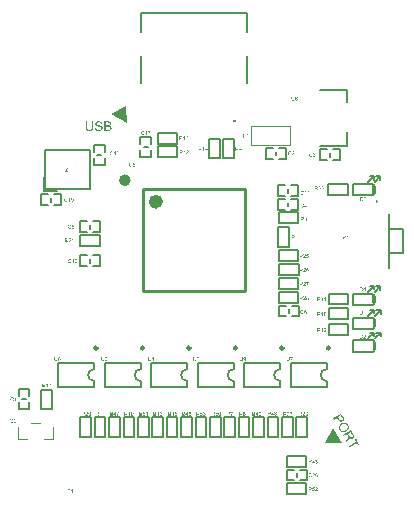
<source format=gto>
G04*
G04 #@! TF.GenerationSoftware,Altium Limited,Altium Designer,24.4.1 (13)*
G04*
G04 Layer_Color=65535*
%FSLAX44Y44*%
%MOMM*%
G71*
G04*
G04 #@! TF.SameCoordinates,5AD5FF80-1175-482D-978A-231780835DF3*
G04*
G04*
G04 #@! TF.FilePolarity,Positive*
G04*
G01*
G75*
%ADD10C,0.6000*%
%ADD11C,0.5080*%
%ADD12C,0.2000*%
%ADD13C,0.2540*%
%ADD14C,0.1500*%
%ADD15C,0.1524*%
%ADD16C,0.0762*%
%ADD17C,0.1778*%
G36*
X87041Y317114D02*
X87072Y317110D01*
X87111Y317107D01*
X87153Y317100D01*
X87198Y317089D01*
X87300Y317065D01*
X87349Y317047D01*
X87405Y317026D01*
X87458Y317001D01*
X87507Y316970D01*
X87556Y316938D01*
X87605Y316900D01*
X87608Y316896D01*
X87615Y316889D01*
X87629Y316879D01*
X87643Y316861D01*
X87664Y316840D01*
X87685Y316812D01*
X87710Y316781D01*
X87734Y316746D01*
X87759Y316707D01*
X87784Y316661D01*
X87808Y316612D01*
X87833Y316560D01*
X87854Y316504D01*
X87871Y316444D01*
X87889Y316381D01*
X87899Y316311D01*
X87503Y316280D01*
Y316283D01*
X87500Y316290D01*
X87496Y316301D01*
X87493Y316318D01*
X87482Y316360D01*
X87465Y316409D01*
X87444Y316465D01*
X87416Y316521D01*
X87388Y316574D01*
X87353Y316619D01*
X87349Y316623D01*
X87346Y316626D01*
X87335Y316637D01*
X87324Y316647D01*
X87289Y316675D01*
X87240Y316707D01*
X87184Y316739D01*
X87114Y316763D01*
X87037Y316784D01*
X86995Y316788D01*
X86953Y316791D01*
X86921D01*
X86883Y316784D01*
X86837Y316777D01*
X86785Y316763D01*
X86729Y316746D01*
X86672Y316718D01*
X86616Y316683D01*
X86613D01*
X86609Y316675D01*
X86599Y316668D01*
X86585Y316658D01*
X86553Y316626D01*
X86511Y316581D01*
X86462Y316525D01*
X86413Y316455D01*
X86368Y316374D01*
X86322Y316283D01*
Y316280D01*
X86318Y316272D01*
X86311Y316255D01*
X86304Y316234D01*
X86297Y316209D01*
X86287Y316174D01*
X86276Y316136D01*
X86266Y316094D01*
X86255Y316045D01*
X86248Y315989D01*
X86238Y315925D01*
X86227Y315859D01*
X86220Y315789D01*
X86217Y315712D01*
X86213Y315627D01*
X86210Y315543D01*
X86210Y315543D01*
Y315540D01*
X86210Y315543D01*
X86217Y315550D01*
X86224Y315561D01*
X86234Y315575D01*
X86266Y315613D01*
X86304Y315662D01*
X86357Y315715D01*
X86417Y315768D01*
X86483Y315817D01*
X86557Y315862D01*
X86560D01*
X86567Y315866D01*
X86578Y315873D01*
X86592Y315880D01*
X86613Y315887D01*
X86634Y315897D01*
X86690Y315918D01*
X86757Y315936D01*
X86830Y315954D01*
X86911Y315968D01*
X86995Y315971D01*
X87013D01*
X87034Y315968D01*
X87062D01*
X87097Y315961D01*
X87135Y315957D01*
X87181Y315947D01*
X87230Y315936D01*
X87279Y315918D01*
X87335Y315901D01*
X87391Y315876D01*
X87447Y315848D01*
X87507Y315813D01*
X87563Y315775D01*
X87619Y315729D01*
X87671Y315677D01*
X87675Y315673D01*
X87682Y315662D01*
X87696Y315648D01*
X87717Y315624D01*
X87738Y315596D01*
X87759Y315561D01*
X87787Y315519D01*
X87812Y315473D01*
X87836Y315421D01*
X87864Y315365D01*
X87885Y315301D01*
X87910Y315235D01*
X87927Y315165D01*
X87941Y315088D01*
X87948Y315007D01*
X87952Y314923D01*
Y314919D01*
Y314909D01*
Y314895D01*
X87948Y314870D01*
Y314846D01*
X87945Y314814D01*
X87941Y314776D01*
X87934Y314737D01*
X87920Y314650D01*
X87896Y314555D01*
X87864Y314457D01*
X87819Y314355D01*
Y314352D01*
X87812Y314345D01*
X87805Y314331D01*
X87794Y314313D01*
X87780Y314292D01*
X87766Y314268D01*
X87724Y314208D01*
X87675Y314145D01*
X87612Y314078D01*
X87538Y314012D01*
X87458Y313955D01*
X87454D01*
X87447Y313948D01*
X87433Y313941D01*
X87416Y313934D01*
X87395Y313924D01*
X87370Y313913D01*
X87338Y313899D01*
X87307Y313889D01*
X87230Y313861D01*
X87139Y313840D01*
X87041Y313826D01*
X86935Y313819D01*
X86914D01*
X86886Y313822D01*
X86851Y313826D01*
X86809Y313829D01*
X86760Y313840D01*
X86707Y313850D01*
X86648Y313864D01*
X86585Y313885D01*
X86518Y313906D01*
X86452Y313938D01*
X86385Y313973D01*
X86315Y314015D01*
X86252Y314064D01*
X86185Y314120D01*
X86126Y314183D01*
X86122Y314187D01*
X86112Y314201D01*
X86098Y314222D01*
X86077Y314253D01*
X86052Y314292D01*
X86027Y314341D01*
X85999Y314401D01*
X85971Y314471D01*
X85940Y314548D01*
X85912Y314636D01*
X85887Y314734D01*
X85863Y314842D01*
X85842Y314961D01*
X85828Y315091D01*
X85817Y315231D01*
X85814Y315382D01*
Y315386D01*
Y315393D01*
Y315407D01*
Y315424D01*
Y315445D01*
X85817Y315473D01*
Y315501D01*
X85821Y315536D01*
X85824Y315613D01*
X85831Y315701D01*
X85842Y315799D01*
X85856Y315904D01*
X85877Y316017D01*
X85898Y316129D01*
X85926Y316241D01*
X85961Y316353D01*
X85999Y316462D01*
X86045Y316567D01*
X86101Y316661D01*
X86161Y316746D01*
X86164Y316749D01*
X86175Y316763D01*
X86192Y316781D01*
X86217Y316805D01*
X86245Y316833D01*
X86283Y316865D01*
X86326Y316896D01*
X86375Y316931D01*
X86431Y316966D01*
X86494Y316998D01*
X86560Y317030D01*
X86634Y317058D01*
X86711Y317082D01*
X86795Y317100D01*
X86883Y317114D01*
X86977Y317117D01*
X87016D01*
X87041Y317114D01*
D02*
G37*
G36*
X85281Y315238D02*
Y315231D01*
Y315217D01*
Y315193D01*
Y315158D01*
X85277Y315116D01*
X85274Y315070D01*
X85270Y315018D01*
X85267Y314958D01*
X85253Y314835D01*
X85235Y314706D01*
X85207Y314579D01*
X85190Y314520D01*
X85169Y314464D01*
Y314460D01*
X85165Y314450D01*
X85158Y314436D01*
X85148Y314415D01*
X85134Y314390D01*
X85120Y314362D01*
X85078Y314299D01*
X85053Y314261D01*
X85025Y314225D01*
X84990Y314183D01*
X84955Y314145D01*
X84913Y314106D01*
X84871Y314068D01*
X84822Y314033D01*
X84769Y313998D01*
X84766Y313994D01*
X84755Y313991D01*
X84741Y313980D01*
X84717Y313969D01*
X84689Y313955D01*
X84654Y313941D01*
X84615Y313924D01*
X84566Y313910D01*
X84517Y313892D01*
X84461Y313875D01*
X84398Y313861D01*
X84331Y313847D01*
X84257Y313836D01*
X84180Y313826D01*
X84100Y313822D01*
X84016Y313819D01*
X83970D01*
X83938Y313822D01*
X83900D01*
X83858Y313826D01*
X83805Y313833D01*
X83753Y313840D01*
X83633Y313857D01*
X83507Y313885D01*
X83385Y313924D01*
X83325Y313945D01*
X83269Y313973D01*
X83265Y313976D01*
X83255Y313980D01*
X83241Y313991D01*
X83223Y314001D01*
X83199Y314019D01*
X83171Y314040D01*
X83143Y314061D01*
X83111Y314089D01*
X83041Y314152D01*
X82975Y314229D01*
X82911Y314320D01*
X82883Y314373D01*
X82859Y314425D01*
Y314429D01*
X82855Y314439D01*
X82848Y314457D01*
X82841Y314481D01*
X82831Y314509D01*
X82820Y314548D01*
X82810Y314590D01*
X82799Y314639D01*
X82785Y314695D01*
X82775Y314755D01*
X82764Y314821D01*
X82757Y314895D01*
X82747Y314972D01*
X82743Y315056D01*
X82736Y315144D01*
Y315238D01*
Y317107D01*
X83164D01*
Y315238D01*
Y315235D01*
Y315221D01*
Y315200D01*
Y315168D01*
X83167Y315133D01*
Y315095D01*
X83171Y315049D01*
X83174Y315004D01*
X83181Y314902D01*
X83195Y314800D01*
X83216Y314702D01*
X83227Y314657D01*
X83241Y314618D01*
Y314615D01*
X83244Y314611D01*
X83248Y314601D01*
X83255Y314586D01*
X83276Y314548D01*
X83304Y314506D01*
X83339Y314453D01*
X83385Y314404D01*
X83441Y314355D01*
X83507Y314310D01*
X83511D01*
X83518Y314306D01*
X83528Y314299D01*
X83542Y314292D01*
X83560Y314285D01*
X83584Y314278D01*
X83609Y314268D01*
X83637Y314257D01*
X83707Y314239D01*
X83788Y314222D01*
X83879Y314208D01*
X83977Y314204D01*
X84023D01*
X84054Y314208D01*
X84093Y314211D01*
X84138Y314215D01*
X84187Y314222D01*
X84240Y314232D01*
X84348Y314257D01*
X84405Y314275D01*
X84461Y314296D01*
X84513Y314320D01*
X84562Y314348D01*
X84608Y314380D01*
X84650Y314418D01*
X84654Y314422D01*
X84661Y314429D01*
X84668Y314443D01*
X84682Y314460D01*
X84696Y314485D01*
X84713Y314516D01*
X84734Y314555D01*
X84752Y314601D01*
X84769Y314653D01*
X84790Y314713D01*
X84808Y314779D01*
X84822Y314853D01*
X84836Y314937D01*
X84846Y315028D01*
X84850Y315130D01*
X84853Y315238D01*
Y317107D01*
X85281D01*
Y315238D01*
D02*
G37*
G36*
X-102473Y-18387D02*
X-102869D01*
Y-15860D01*
X-102876Y-15867D01*
X-102894Y-15884D01*
X-102925Y-15909D01*
X-102971Y-15944D01*
X-103023Y-15986D01*
X-103090Y-16031D01*
X-103163Y-16080D01*
X-103248Y-16133D01*
X-103251D01*
X-103258Y-16140D01*
X-103269Y-16147D01*
X-103286Y-16154D01*
X-103307Y-16168D01*
X-103332Y-16179D01*
X-103388Y-16210D01*
X-103451Y-16242D01*
X-103521Y-16277D01*
X-103595Y-16308D01*
X-103665Y-16336D01*
Y-15954D01*
X-103661Y-15951D01*
X-103651Y-15947D01*
X-103633Y-15937D01*
X-103609Y-15926D01*
X-103581Y-15912D01*
X-103546Y-15891D01*
X-103507Y-15870D01*
X-103469Y-15849D01*
X-103377Y-15793D01*
X-103279Y-15726D01*
X-103178Y-15656D01*
X-103083Y-15576D01*
X-103079Y-15572D01*
X-103072Y-15565D01*
X-103058Y-15555D01*
X-103041Y-15537D01*
X-103023Y-15516D01*
X-102999Y-15495D01*
X-102946Y-15436D01*
X-102887Y-15372D01*
X-102827Y-15299D01*
X-102774Y-15222D01*
X-102729Y-15141D01*
X-102473D01*
Y-18387D01*
D02*
G37*
G36*
X-105421Y-15155D02*
X-105340Y-15159D01*
X-105260Y-15166D01*
X-105183Y-15173D01*
X-105144Y-15176D01*
X-105112Y-15183D01*
X-105109D01*
X-105102Y-15187D01*
X-105088D01*
X-105074Y-15190D01*
X-105053Y-15197D01*
X-105028Y-15201D01*
X-104972Y-15218D01*
X-104909Y-15239D01*
X-104843Y-15267D01*
X-104776Y-15299D01*
X-104713Y-15337D01*
X-104709D01*
X-104706Y-15341D01*
X-104685Y-15358D01*
X-104657Y-15383D01*
X-104618Y-15418D01*
X-104580Y-15460D01*
X-104534Y-15516D01*
X-104492Y-15576D01*
X-104453Y-15649D01*
Y-15653D01*
X-104450Y-15660D01*
X-104443Y-15670D01*
X-104436Y-15684D01*
X-104429Y-15702D01*
X-104422Y-15726D01*
X-104401Y-15779D01*
X-104383Y-15846D01*
X-104366Y-15919D01*
X-104355Y-16003D01*
X-104352Y-16091D01*
Y-16094D01*
Y-16108D01*
Y-16130D01*
X-104355Y-16161D01*
X-104359Y-16196D01*
X-104366Y-16235D01*
X-104373Y-16280D01*
X-104383Y-16333D01*
X-104397Y-16385D01*
X-104415Y-16442D01*
X-104436Y-16498D01*
X-104464Y-16557D01*
X-104492Y-16617D01*
X-104527Y-16676D01*
X-104569Y-16732D01*
X-104615Y-16789D01*
X-104618Y-16792D01*
X-104629Y-16799D01*
X-104643Y-16813D01*
X-104667Y-16834D01*
X-104695Y-16855D01*
X-104734Y-16880D01*
X-104779Y-16904D01*
X-104832Y-16929D01*
X-104895Y-16957D01*
X-104962Y-16981D01*
X-105042Y-17006D01*
X-105126Y-17027D01*
X-105225Y-17044D01*
X-105330Y-17058D01*
X-105442Y-17069D01*
X-105568Y-17072D01*
X-106395D01*
Y-18387D01*
X-106823D01*
Y-15152D01*
X-105491D01*
X-105421Y-15155D01*
D02*
G37*
G36*
X-52145Y259364D02*
Y259357D01*
Y259343D01*
Y259318D01*
Y259283D01*
X-52149Y259241D01*
X-52152Y259195D01*
X-52156Y259143D01*
X-52159Y259083D01*
X-52173Y258961D01*
X-52191Y258831D01*
X-52219Y258705D01*
X-52236Y258645D01*
X-52257Y258589D01*
Y258585D01*
X-52261Y258575D01*
X-52268Y258561D01*
X-52279Y258540D01*
X-52293Y258515D01*
X-52307Y258487D01*
X-52349Y258424D01*
X-52373Y258386D01*
X-52401Y258351D01*
X-52436Y258309D01*
X-52471Y258270D01*
X-52513Y258232D01*
X-52555Y258193D01*
X-52604Y258158D01*
X-52657Y258123D01*
X-52661Y258119D01*
X-52671Y258116D01*
X-52685Y258105D01*
X-52710Y258095D01*
X-52738Y258081D01*
X-52773Y258067D01*
X-52811Y258049D01*
X-52860Y258035D01*
X-52909Y258018D01*
X-52966Y258000D01*
X-53029Y257986D01*
X-53095Y257972D01*
X-53169Y257962D01*
X-53246Y257951D01*
X-53327Y257948D01*
X-53411Y257944D01*
X-53456D01*
X-53488Y257948D01*
X-53526D01*
X-53569Y257951D01*
X-53621Y257958D01*
X-53674Y257965D01*
X-53793Y257983D01*
X-53919Y258011D01*
X-54042Y258049D01*
X-54101Y258070D01*
X-54157Y258098D01*
X-54161Y258102D01*
X-54171Y258105D01*
X-54185Y258116D01*
X-54203Y258126D01*
X-54227Y258144D01*
X-54255Y258165D01*
X-54283Y258186D01*
X-54315Y258214D01*
X-54385Y258277D01*
X-54452Y258354D01*
X-54515Y258445D01*
X-54543Y258498D01*
X-54567Y258550D01*
Y258554D01*
X-54571Y258564D01*
X-54578Y258582D01*
X-54585Y258606D01*
X-54595Y258635D01*
X-54606Y258673D01*
X-54616Y258715D01*
X-54627Y258764D01*
X-54641Y258820D01*
X-54652Y258880D01*
X-54662Y258946D01*
X-54669Y259020D01*
X-54680Y259097D01*
X-54683Y259181D01*
X-54690Y259269D01*
Y259364D01*
Y261232D01*
X-54262D01*
Y259364D01*
Y259360D01*
Y259346D01*
Y259325D01*
Y259294D01*
X-54259Y259258D01*
Y259220D01*
X-54255Y259174D01*
X-54252Y259129D01*
X-54245Y259027D01*
X-54231Y258925D01*
X-54210Y258827D01*
X-54199Y258782D01*
X-54185Y258743D01*
Y258740D01*
X-54182Y258736D01*
X-54178Y258726D01*
X-54171Y258712D01*
X-54150Y258673D01*
X-54122Y258631D01*
X-54087Y258578D01*
X-54042Y258529D01*
X-53986Y258480D01*
X-53919Y258435D01*
X-53916D01*
X-53909Y258431D01*
X-53898Y258424D01*
X-53884Y258417D01*
X-53866Y258410D01*
X-53842Y258403D01*
X-53817Y258393D01*
X-53789Y258382D01*
X-53719Y258365D01*
X-53639Y258347D01*
X-53547Y258333D01*
X-53449Y258330D01*
X-53404D01*
X-53372Y258333D01*
X-53334Y258337D01*
X-53288Y258340D01*
X-53239Y258347D01*
X-53186Y258358D01*
X-53078Y258382D01*
X-53022Y258400D01*
X-52966Y258421D01*
X-52913Y258445D01*
X-52864Y258473D01*
X-52818Y258505D01*
X-52776Y258543D01*
X-52773Y258547D01*
X-52766Y258554D01*
X-52759Y258568D01*
X-52745Y258585D01*
X-52731Y258610D01*
X-52713Y258642D01*
X-52692Y258680D01*
X-52675Y258726D01*
X-52657Y258778D01*
X-52636Y258838D01*
X-52619Y258904D01*
X-52604Y258978D01*
X-52590Y259062D01*
X-52580Y259153D01*
X-52576Y259255D01*
X-52573Y259364D01*
Y261232D01*
X-52145D01*
Y259364D01*
D02*
G37*
G36*
X-49601Y260811D02*
X-50894D01*
X-51066Y259942D01*
X-51062Y259946D01*
X-51052Y259953D01*
X-51038Y259960D01*
X-51017Y259974D01*
X-50989Y259988D01*
X-50957Y260005D01*
X-50922Y260026D01*
X-50880Y260044D01*
X-50838Y260061D01*
X-50789Y260082D01*
X-50687Y260114D01*
X-50631Y260128D01*
X-50575Y260138D01*
X-50515Y260142D01*
X-50456Y260145D01*
X-50438D01*
X-50414Y260142D01*
X-50386D01*
X-50351Y260135D01*
X-50309Y260131D01*
X-50260Y260121D01*
X-50210Y260110D01*
X-50154Y260093D01*
X-50098Y260075D01*
X-50039Y260051D01*
X-49979Y260023D01*
X-49920Y259988D01*
X-49860Y259949D01*
X-49800Y259904D01*
X-49744Y259851D01*
X-49741Y259847D01*
X-49730Y259837D01*
X-49716Y259819D01*
X-49699Y259798D01*
X-49674Y259770D01*
X-49650Y259732D01*
X-49625Y259693D01*
X-49597Y259648D01*
X-49569Y259595D01*
X-49545Y259535D01*
X-49517Y259476D01*
X-49495Y259406D01*
X-49478Y259336D01*
X-49464Y259258D01*
X-49453Y259178D01*
X-49450Y259094D01*
Y259090D01*
Y259073D01*
Y259052D01*
X-49453Y259020D01*
X-49457Y258982D01*
X-49464Y258939D01*
X-49471Y258890D01*
X-49481Y258834D01*
X-49495Y258778D01*
X-49513Y258715D01*
X-49534Y258652D01*
X-49559Y258589D01*
X-49587Y258526D01*
X-49622Y258459D01*
X-49660Y258396D01*
X-49706Y258337D01*
X-49709Y258333D01*
X-49720Y258319D01*
X-49737Y258302D01*
X-49762Y258277D01*
X-49793Y258246D01*
X-49832Y258214D01*
X-49878Y258175D01*
X-49930Y258140D01*
X-49986Y258105D01*
X-50049Y258067D01*
X-50119Y258035D01*
X-50196Y258007D01*
X-50277Y257979D01*
X-50365Y257962D01*
X-50456Y257948D01*
X-50554Y257944D01*
X-50596D01*
X-50628Y257948D01*
X-50666Y257951D01*
X-50708Y257958D01*
X-50757Y257965D01*
X-50810Y257976D01*
X-50866Y257986D01*
X-50926Y258004D01*
X-50985Y258025D01*
X-51045Y258049D01*
X-51104Y258077D01*
X-51164Y258109D01*
X-51220Y258147D01*
X-51276Y258189D01*
X-51280Y258193D01*
X-51287Y258200D01*
X-51301Y258214D01*
X-51318Y258235D01*
X-51343Y258260D01*
X-51367Y258288D01*
X-51392Y258323D01*
X-51420Y258365D01*
X-51448Y258407D01*
X-51476Y258456D01*
X-51500Y258512D01*
X-51525Y258568D01*
X-51550Y258631D01*
X-51567Y258698D01*
X-51581Y258771D01*
X-51592Y258845D01*
X-51174Y258876D01*
Y258873D01*
X-51171Y258862D01*
X-51167Y258848D01*
X-51164Y258827D01*
X-51160Y258803D01*
X-51150Y258771D01*
X-51132Y258705D01*
X-51104Y258631D01*
X-51066Y258554D01*
X-51020Y258484D01*
X-50992Y258452D01*
X-50964Y258421D01*
X-50961D01*
X-50957Y258414D01*
X-50947Y258407D01*
X-50933Y258396D01*
X-50897Y258372D01*
X-50848Y258347D01*
X-50789Y258319D01*
X-50719Y258295D01*
X-50642Y258277D01*
X-50600Y258274D01*
X-50554Y258270D01*
X-50526D01*
X-50505Y258274D01*
X-50480Y258277D01*
X-50452Y258281D01*
X-50386Y258298D01*
X-50309Y258323D01*
X-50270Y258340D01*
X-50228Y258361D01*
X-50186Y258386D01*
X-50147Y258414D01*
X-50109Y258445D01*
X-50070Y258484D01*
X-50067Y258487D01*
X-50063Y258494D01*
X-50053Y258505D01*
X-50039Y258522D01*
X-50025Y258547D01*
X-50007Y258571D01*
X-49990Y258603D01*
X-49969Y258638D01*
X-49951Y258677D01*
X-49934Y258719D01*
X-49916Y258768D01*
X-49902Y258817D01*
X-49888Y258873D01*
X-49878Y258932D01*
X-49874Y258992D01*
X-49871Y259059D01*
Y259062D01*
Y259073D01*
Y259090D01*
X-49874Y259115D01*
X-49878Y259143D01*
X-49881Y259178D01*
X-49888Y259213D01*
X-49895Y259255D01*
X-49916Y259339D01*
X-49951Y259430D01*
X-49972Y259472D01*
X-50000Y259514D01*
X-50028Y259557D01*
X-50063Y259595D01*
X-50067Y259599D01*
X-50070Y259602D01*
X-50084Y259613D01*
X-50098Y259627D01*
X-50116Y259641D01*
X-50140Y259658D01*
X-50165Y259676D01*
X-50196Y259697D01*
X-50231Y259714D01*
X-50267Y259732D01*
X-50354Y259763D01*
X-50400Y259777D01*
X-50452Y259788D01*
X-50505Y259791D01*
X-50561Y259795D01*
X-50593D01*
X-50631Y259791D01*
X-50677Y259784D01*
X-50733Y259774D01*
X-50792Y259756D01*
X-50852Y259735D01*
X-50911Y259704D01*
X-50918Y259700D01*
X-50936Y259690D01*
X-50964Y259669D01*
X-50999Y259644D01*
X-51034Y259609D01*
X-51076Y259571D01*
X-51115Y259525D01*
X-51150Y259476D01*
X-51521Y259528D01*
X-51210Y261190D01*
X-49601D01*
Y260811D01*
D02*
G37*
G36*
X-104924Y179722D02*
X-104882Y179719D01*
X-104833Y179712D01*
X-104781Y179705D01*
X-104721Y179694D01*
X-104658Y179680D01*
X-104591Y179666D01*
X-104525Y179645D01*
X-104454Y179621D01*
X-104384Y179593D01*
X-104318Y179558D01*
X-104251Y179523D01*
X-104188Y179477D01*
X-104185Y179474D01*
X-104174Y179467D01*
X-104157Y179453D01*
X-104136Y179431D01*
X-104108Y179407D01*
X-104076Y179375D01*
X-104044Y179340D01*
X-104006Y179298D01*
X-103967Y179253D01*
X-103929Y179200D01*
X-103890Y179144D01*
X-103855Y179081D01*
X-103816Y179014D01*
X-103785Y178941D01*
X-103753Y178864D01*
X-103725Y178783D01*
X-104146Y178685D01*
Y178688D01*
X-104153Y178699D01*
X-104157Y178720D01*
X-104167Y178745D01*
X-104178Y178773D01*
X-104195Y178804D01*
X-104230Y178881D01*
X-104276Y178965D01*
X-104335Y179053D01*
X-104398Y179134D01*
X-104437Y179169D01*
X-104475Y179200D01*
X-104479Y179204D01*
X-104486Y179207D01*
X-104496Y179214D01*
X-104514Y179225D01*
X-104535Y179239D01*
X-104560Y179253D01*
X-104588Y179267D01*
X-104623Y179281D01*
X-104661Y179295D01*
X-104700Y179309D01*
X-104791Y179337D01*
X-104896Y179354D01*
X-104952Y179361D01*
X-105047D01*
X-105075Y179358D01*
X-105106Y179354D01*
X-105145Y179351D01*
X-105187Y179347D01*
X-105229Y179340D01*
X-105331Y179316D01*
X-105436Y179284D01*
X-105489Y179263D01*
X-105541Y179239D01*
X-105590Y179211D01*
X-105639Y179179D01*
X-105643Y179176D01*
X-105650Y179172D01*
X-105664Y179162D01*
X-105681Y179148D01*
X-105699Y179130D01*
X-105723Y179106D01*
X-105748Y179081D01*
X-105776Y179053D01*
X-105804Y179018D01*
X-105836Y178983D01*
X-105892Y178902D01*
X-105944Y178808D01*
X-105990Y178699D01*
Y178696D01*
X-105993Y178685D01*
X-106000Y178667D01*
X-106004Y178646D01*
X-106011Y178618D01*
X-106021Y178587D01*
X-106028Y178548D01*
X-106039Y178510D01*
X-106049Y178464D01*
X-106056Y178415D01*
X-106074Y178310D01*
X-106084Y178198D01*
X-106088Y178078D01*
Y178075D01*
Y178061D01*
Y178040D01*
X-106084Y178008D01*
Y177973D01*
X-106081Y177931D01*
X-106077Y177886D01*
X-106074Y177833D01*
X-106067Y177777D01*
X-106060Y177721D01*
X-106039Y177598D01*
X-106007Y177476D01*
X-105969Y177356D01*
Y177353D01*
X-105962Y177342D01*
X-105955Y177328D01*
X-105948Y177307D01*
X-105934Y177279D01*
X-105916Y177251D01*
X-105878Y177185D01*
X-105825Y177108D01*
X-105762Y177034D01*
X-105685Y176960D01*
X-105643Y176929D01*
X-105597Y176897D01*
X-105594D01*
X-105587Y176890D01*
X-105573Y176883D01*
X-105552Y176873D01*
X-105527Y176862D01*
X-105499Y176848D01*
X-105468Y176838D01*
X-105432Y176824D01*
X-105352Y176796D01*
X-105257Y176771D01*
X-105155Y176754D01*
X-105103Y176750D01*
X-105047Y176747D01*
X-105012D01*
X-104987Y176750D01*
X-104956Y176754D01*
X-104921Y176757D01*
X-104879Y176764D01*
X-104837Y176771D01*
X-104738Y176796D01*
X-104689Y176813D01*
X-104637Y176834D01*
X-104584Y176859D01*
X-104535Y176887D01*
X-104486Y176918D01*
X-104437Y176953D01*
X-104433Y176957D01*
X-104426Y176964D01*
X-104412Y176974D01*
X-104395Y176992D01*
X-104377Y177013D01*
X-104353Y177041D01*
X-104328Y177073D01*
X-104300Y177108D01*
X-104272Y177150D01*
X-104244Y177195D01*
X-104216Y177244D01*
X-104188Y177300D01*
X-104164Y177360D01*
X-104139Y177427D01*
X-104115Y177497D01*
X-104097Y177570D01*
X-103669Y177462D01*
Y177455D01*
X-103676Y177437D01*
X-103683Y177412D01*
X-103697Y177374D01*
X-103711Y177332D01*
X-103732Y177279D01*
X-103753Y177223D01*
X-103781Y177164D01*
X-103813Y177097D01*
X-103848Y177034D01*
X-103887Y176964D01*
X-103932Y176897D01*
X-103981Y176834D01*
X-104034Y176771D01*
X-104093Y176712D01*
X-104157Y176655D01*
X-104160Y176652D01*
X-104174Y176645D01*
X-104192Y176631D01*
X-104220Y176613D01*
X-104251Y176592D01*
X-104293Y176568D01*
X-104339Y176543D01*
X-104395Y176519D01*
X-104454Y176494D01*
X-104518Y176470D01*
X-104588Y176445D01*
X-104665Y176424D01*
X-104745Y176407D01*
X-104830Y176392D01*
X-104917Y176385D01*
X-105012Y176382D01*
X-105061D01*
X-105099Y176385D01*
X-105141Y176389D01*
X-105194Y176392D01*
X-105250Y176399D01*
X-105313Y176410D01*
X-105380Y176421D01*
X-105450Y176435D01*
X-105520Y176452D01*
X-105590Y176470D01*
X-105664Y176494D01*
X-105734Y176522D01*
X-105801Y176554D01*
X-105864Y176592D01*
X-105867Y176596D01*
X-105878Y176603D01*
X-105895Y176613D01*
X-105916Y176631D01*
X-105944Y176655D01*
X-105976Y176680D01*
X-106011Y176712D01*
X-106049Y176750D01*
X-106088Y176792D01*
X-106130Y176838D01*
X-106168Y176887D01*
X-106211Y176943D01*
X-106253Y177002D01*
X-106291Y177066D01*
X-106326Y177136D01*
X-106361Y177209D01*
X-106365Y177213D01*
X-106368Y177227D01*
X-106375Y177251D01*
X-106386Y177279D01*
X-106400Y177318D01*
X-106414Y177360D01*
X-106428Y177412D01*
X-106445Y177469D01*
X-106460Y177532D01*
X-106477Y177598D01*
X-106491Y177668D01*
X-106502Y177745D01*
X-106523Y177907D01*
X-106526Y177991D01*
X-106530Y178075D01*
Y178082D01*
Y178096D01*
Y178124D01*
X-106526Y178159D01*
X-106523Y178205D01*
X-106519Y178257D01*
X-106512Y178313D01*
X-106505Y178377D01*
X-106495Y178443D01*
X-106484Y178513D01*
X-106449Y178664D01*
X-106424Y178738D01*
X-106400Y178811D01*
X-106372Y178888D01*
X-106337Y178958D01*
X-106333Y178962D01*
X-106326Y178976D01*
X-106316Y178993D01*
X-106302Y179021D01*
X-106281Y179053D01*
X-106256Y179088D01*
X-106228Y179127D01*
X-106197Y179172D01*
X-106158Y179214D01*
X-106119Y179263D01*
X-106074Y179309D01*
X-106025Y179358D01*
X-105972Y179403D01*
X-105916Y179449D01*
X-105853Y179491D01*
X-105790Y179530D01*
X-105787Y179533D01*
X-105772Y179537D01*
X-105755Y179547D01*
X-105727Y179561D01*
X-105695Y179575D01*
X-105653Y179593D01*
X-105608Y179610D01*
X-105559Y179628D01*
X-105503Y179645D01*
X-105439Y179663D01*
X-105376Y179680D01*
X-105306Y179694D01*
X-105162Y179719D01*
X-105085Y179722D01*
X-105005Y179726D01*
X-104959D01*
X-104924Y179722D01*
D02*
G37*
G36*
X-99642Y179677D02*
X-99603Y179673D01*
X-99558Y179666D01*
X-99505Y179659D01*
X-99453Y179649D01*
X-99393Y179635D01*
X-99333Y179617D01*
X-99270Y179596D01*
X-99211Y179572D01*
X-99148Y179540D01*
X-99088Y179505D01*
X-99032Y179467D01*
X-98979Y179421D01*
X-98976Y179417D01*
X-98969Y179410D01*
X-98955Y179393D01*
X-98937Y179375D01*
X-98916Y179351D01*
X-98892Y179319D01*
X-98867Y179284D01*
X-98843Y179242D01*
X-98818Y179200D01*
X-98794Y179151D01*
X-98769Y179098D01*
X-98748Y179042D01*
X-98730Y178979D01*
X-98716Y178916D01*
X-98709Y178850D01*
X-98706Y178780D01*
Y178776D01*
Y178773D01*
Y178762D01*
Y178748D01*
X-98709Y178710D01*
X-98716Y178660D01*
X-98727Y178601D01*
X-98741Y178538D01*
X-98758Y178468D01*
X-98787Y178398D01*
Y178394D01*
X-98790Y178391D01*
X-98794Y178380D01*
X-98801Y178366D01*
X-98822Y178327D01*
X-98850Y178278D01*
X-98888Y178219D01*
X-98934Y178152D01*
X-98986Y178082D01*
X-99053Y178005D01*
X-99057Y178001D01*
X-99060Y177994D01*
X-99074Y177984D01*
X-99088Y177966D01*
X-99109Y177945D01*
X-99134Y177921D01*
X-99162Y177889D01*
X-99197Y177858D01*
X-99239Y177819D01*
X-99284Y177777D01*
X-99333Y177728D01*
X-99389Y177679D01*
X-99449Y177623D01*
X-99516Y177567D01*
X-99589Y177504D01*
X-99666Y177437D01*
X-99670Y177434D01*
X-99680Y177423D01*
X-99701Y177409D01*
X-99722Y177388D01*
X-99754Y177363D01*
X-99786Y177335D01*
X-99859Y177272D01*
X-99936Y177206D01*
X-100010Y177136D01*
X-100045Y177104D01*
X-100077Y177076D01*
X-100105Y177048D01*
X-100126Y177027D01*
X-100129Y177024D01*
X-100143Y177010D01*
X-100161Y176988D01*
X-100185Y176960D01*
X-100213Y176929D01*
X-100241Y176894D01*
X-100297Y176817D01*
X-98702D01*
Y176435D01*
X-100844D01*
Y176442D01*
Y176459D01*
Y176487D01*
X-100841Y176522D01*
X-100837Y176564D01*
X-100827Y176610D01*
X-100816Y176659D01*
X-100799Y176708D01*
Y176712D01*
X-100795Y176719D01*
X-100792Y176729D01*
X-100785Y176747D01*
X-100774Y176764D01*
X-100764Y176789D01*
X-100736Y176845D01*
X-100700Y176911D01*
X-100655Y176985D01*
X-100602Y177062D01*
X-100539Y177139D01*
X-100536Y177143D01*
X-100532Y177150D01*
X-100522Y177160D01*
X-100504Y177178D01*
X-100487Y177195D01*
X-100462Y177220D01*
X-100437Y177248D01*
X-100406Y177279D01*
X-100371Y177314D01*
X-100332Y177349D01*
X-100290Y177391D01*
X-100241Y177434D01*
X-100192Y177479D01*
X-100136Y177525D01*
X-100080Y177574D01*
X-100017Y177626D01*
X-100010Y177630D01*
X-99992Y177647D01*
X-99968Y177668D01*
X-99933Y177700D01*
X-99891Y177735D01*
X-99842Y177777D01*
X-99786Y177823D01*
X-99729Y177875D01*
X-99610Y177984D01*
X-99495Y178100D01*
X-99438Y178156D01*
X-99386Y178212D01*
X-99340Y178264D01*
X-99302Y178313D01*
X-99298Y178317D01*
X-99295Y178324D01*
X-99284Y178338D01*
X-99274Y178355D01*
X-99256Y178380D01*
X-99242Y178405D01*
X-99207Y178468D01*
X-99172Y178541D01*
X-99141Y178622D01*
X-99120Y178706D01*
X-99116Y178748D01*
X-99113Y178790D01*
Y178794D01*
Y178801D01*
Y178815D01*
X-99116Y178829D01*
Y178850D01*
X-99123Y178874D01*
X-99134Y178927D01*
X-99155Y178990D01*
X-99186Y179056D01*
X-99204Y179091D01*
X-99228Y179123D01*
X-99253Y179155D01*
X-99284Y179186D01*
X-99288Y179190D01*
X-99291Y179193D01*
X-99302Y179200D01*
X-99316Y179211D01*
X-99333Y179225D01*
X-99354Y179239D01*
X-99403Y179270D01*
X-99470Y179298D01*
X-99544Y179326D01*
X-99631Y179344D01*
X-99680Y179351D01*
X-99757D01*
X-99778Y179347D01*
X-99803D01*
X-99831Y179340D01*
X-99894Y179330D01*
X-99968Y179309D01*
X-100045Y179277D01*
X-100084Y179256D01*
X-100122Y179235D01*
X-100157Y179207D01*
X-100192Y179176D01*
X-100196Y179172D01*
X-100199Y179169D01*
X-100206Y179158D01*
X-100220Y179144D01*
X-100231Y179127D01*
X-100245Y179106D01*
X-100262Y179081D01*
X-100276Y179053D01*
X-100294Y179021D01*
X-100308Y178986D01*
X-100336Y178902D01*
X-100357Y178811D01*
X-100360Y178759D01*
X-100364Y178703D01*
X-100771Y178745D01*
Y178752D01*
X-100767Y178766D01*
X-100764Y178787D01*
X-100760Y178818D01*
X-100753Y178857D01*
X-100743Y178902D01*
X-100732Y178951D01*
X-100714Y179004D01*
X-100697Y179056D01*
X-100676Y179116D01*
X-100648Y179172D01*
X-100620Y179228D01*
X-100585Y179288D01*
X-100546Y179340D01*
X-100504Y179393D01*
X-100455Y179439D01*
X-100451Y179442D01*
X-100441Y179449D01*
X-100427Y179460D01*
X-100406Y179477D01*
X-100378Y179495D01*
X-100343Y179516D01*
X-100304Y179537D01*
X-100259Y179561D01*
X-100210Y179582D01*
X-100154Y179603D01*
X-100094Y179624D01*
X-100027Y179642D01*
X-99957Y179659D01*
X-99884Y179670D01*
X-99803Y179677D01*
X-99719Y179680D01*
X-99673D01*
X-99642Y179677D01*
D02*
G37*
G36*
X-101808Y176435D02*
X-102204D01*
Y178962D01*
X-102211Y178955D01*
X-102229Y178937D01*
X-102260Y178913D01*
X-102306Y178878D01*
X-102358Y178836D01*
X-102425Y178790D01*
X-102499Y178741D01*
X-102583Y178688D01*
X-102586D01*
X-102593Y178681D01*
X-102604Y178674D01*
X-102621Y178667D01*
X-102642Y178653D01*
X-102667Y178643D01*
X-102723Y178611D01*
X-102786Y178580D01*
X-102856Y178545D01*
X-102930Y178513D01*
X-103000Y178485D01*
Y178867D01*
X-102996Y178871D01*
X-102986Y178874D01*
X-102968Y178885D01*
X-102944Y178895D01*
X-102916Y178909D01*
X-102881Y178930D01*
X-102842Y178951D01*
X-102803Y178972D01*
X-102712Y179028D01*
X-102614Y179095D01*
X-102513Y179165D01*
X-102418Y179246D01*
X-102415Y179249D01*
X-102407Y179256D01*
X-102393Y179267D01*
X-102376Y179284D01*
X-102358Y179305D01*
X-102334Y179326D01*
X-102281Y179386D01*
X-102222Y179449D01*
X-102162Y179523D01*
X-102109Y179600D01*
X-102064Y179680D01*
X-101808D01*
Y176435D01*
D02*
G37*
G36*
X-101858Y193957D02*
X-102254D01*
Y196484D01*
X-102261Y196477D01*
X-102278Y196460D01*
X-102310Y196435D01*
X-102355Y196400D01*
X-102408Y196358D01*
X-102474Y196313D01*
X-102548Y196264D01*
X-102632Y196211D01*
X-102636D01*
X-102643Y196204D01*
X-102653Y196197D01*
X-102671Y196190D01*
X-102692Y196176D01*
X-102716Y196165D01*
X-102772Y196134D01*
X-102835Y196102D01*
X-102906Y196067D01*
X-102979Y196036D01*
X-103049Y196008D01*
Y196390D01*
X-103046Y196393D01*
X-103035Y196397D01*
X-103018Y196407D01*
X-102993Y196418D01*
X-102965Y196432D01*
X-102930Y196453D01*
X-102892Y196474D01*
X-102853Y196495D01*
X-102762Y196551D01*
X-102664Y196618D01*
X-102562Y196688D01*
X-102467Y196768D01*
X-102464Y196772D01*
X-102457Y196779D01*
X-102443Y196789D01*
X-102425Y196807D01*
X-102408Y196828D01*
X-102383Y196849D01*
X-102331Y196908D01*
X-102271Y196972D01*
X-102212Y197045D01*
X-102159Y197122D01*
X-102113Y197203D01*
X-101858D01*
Y193957D01*
D02*
G37*
G36*
X-104718Y197199D02*
X-104679Y197196D01*
X-104634Y197189D01*
X-104581Y197182D01*
X-104528Y197171D01*
X-104469Y197157D01*
X-104409Y197140D01*
X-104346Y197119D01*
X-104287Y197094D01*
X-104223Y197063D01*
X-104164Y197028D01*
X-104108Y196989D01*
X-104055Y196943D01*
X-104052Y196940D01*
X-104045Y196933D01*
X-104031Y196915D01*
X-104013Y196898D01*
X-103992Y196873D01*
X-103968Y196842D01*
X-103943Y196807D01*
X-103919Y196765D01*
X-103894Y196723D01*
X-103869Y196674D01*
X-103845Y196621D01*
X-103824Y196565D01*
X-103806Y196502D01*
X-103792Y196439D01*
X-103785Y196372D01*
X-103782Y196302D01*
Y196299D01*
Y196295D01*
Y196285D01*
Y196271D01*
X-103785Y196232D01*
X-103792Y196183D01*
X-103803Y196123D01*
X-103817Y196060D01*
X-103834Y195990D01*
X-103862Y195920D01*
Y195917D01*
X-103866Y195913D01*
X-103869Y195903D01*
X-103876Y195889D01*
X-103897Y195850D01*
X-103926Y195801D01*
X-103964Y195741D01*
X-104010Y195675D01*
X-104062Y195604D01*
X-104129Y195527D01*
X-104132Y195524D01*
X-104136Y195517D01*
X-104150Y195506D01*
X-104164Y195489D01*
X-104185Y195468D01*
X-104209Y195443D01*
X-104237Y195412D01*
X-104273Y195380D01*
X-104315Y195342D01*
X-104360Y195300D01*
X-104409Y195250D01*
X-104465Y195201D01*
X-104525Y195145D01*
X-104592Y195089D01*
X-104665Y195026D01*
X-104742Y194960D01*
X-104746Y194956D01*
X-104756Y194946D01*
X-104777Y194932D01*
X-104798Y194911D01*
X-104830Y194886D01*
X-104861Y194858D01*
X-104935Y194795D01*
X-105012Y194728D01*
X-105086Y194658D01*
X-105121Y194627D01*
X-105152Y194599D01*
X-105180Y194571D01*
X-105201Y194550D01*
X-105205Y194546D01*
X-105219Y194532D01*
X-105237Y194511D01*
X-105261Y194483D01*
X-105289Y194451D01*
X-105317Y194416D01*
X-105373Y194339D01*
X-103778D01*
Y193957D01*
X-105920D01*
Y193964D01*
Y193982D01*
Y194010D01*
X-105917Y194045D01*
X-105913Y194087D01*
X-105903Y194132D01*
X-105892Y194181D01*
X-105874Y194230D01*
Y194234D01*
X-105871Y194241D01*
X-105867Y194251D01*
X-105860Y194269D01*
X-105850Y194287D01*
X-105839Y194311D01*
X-105811Y194367D01*
X-105776Y194434D01*
X-105731Y194507D01*
X-105678Y194585D01*
X-105615Y194662D01*
X-105611Y194665D01*
X-105608Y194672D01*
X-105597Y194683D01*
X-105580Y194700D01*
X-105562Y194718D01*
X-105538Y194742D01*
X-105513Y194770D01*
X-105482Y194802D01*
X-105447Y194837D01*
X-105408Y194872D01*
X-105366Y194914D01*
X-105317Y194956D01*
X-105268Y195002D01*
X-105212Y195047D01*
X-105156Y195096D01*
X-105093Y195149D01*
X-105086Y195152D01*
X-105068Y195170D01*
X-105044Y195191D01*
X-105009Y195222D01*
X-104967Y195257D01*
X-104917Y195300D01*
X-104861Y195345D01*
X-104805Y195398D01*
X-104686Y195506D01*
X-104571Y195622D01*
X-104514Y195678D01*
X-104462Y195734D01*
X-104416Y195787D01*
X-104378Y195836D01*
X-104374Y195839D01*
X-104371Y195846D01*
X-104360Y195860D01*
X-104350Y195878D01*
X-104332Y195903D01*
X-104318Y195927D01*
X-104283Y195990D01*
X-104248Y196064D01*
X-104216Y196144D01*
X-104195Y196229D01*
X-104192Y196271D01*
X-104188Y196313D01*
Y196316D01*
Y196323D01*
Y196337D01*
X-104192Y196351D01*
Y196372D01*
X-104199Y196397D01*
X-104209Y196449D01*
X-104230Y196512D01*
X-104262Y196579D01*
X-104280Y196614D01*
X-104304Y196646D01*
X-104329Y196677D01*
X-104360Y196709D01*
X-104364Y196712D01*
X-104367Y196716D01*
X-104378Y196723D01*
X-104392Y196733D01*
X-104409Y196747D01*
X-104430Y196761D01*
X-104479Y196793D01*
X-104546Y196821D01*
X-104620Y196849D01*
X-104707Y196866D01*
X-104756Y196873D01*
X-104833D01*
X-104854Y196870D01*
X-104879D01*
X-104907Y196863D01*
X-104970Y196852D01*
X-105044Y196831D01*
X-105121Y196800D01*
X-105159Y196779D01*
X-105198Y196758D01*
X-105233Y196730D01*
X-105268Y196698D01*
X-105272Y196695D01*
X-105275Y196691D01*
X-105282Y196681D01*
X-105296Y196667D01*
X-105307Y196649D01*
X-105321Y196628D01*
X-105338Y196604D01*
X-105352Y196576D01*
X-105370Y196544D01*
X-105384Y196509D01*
X-105412Y196425D01*
X-105433Y196334D01*
X-105436Y196281D01*
X-105440Y196225D01*
X-105846Y196267D01*
Y196274D01*
X-105843Y196288D01*
X-105839Y196309D01*
X-105836Y196341D01*
X-105829Y196379D01*
X-105818Y196425D01*
X-105808Y196474D01*
X-105790Y196526D01*
X-105773Y196579D01*
X-105752Y196639D01*
X-105724Y196695D01*
X-105696Y196751D01*
X-105661Y196810D01*
X-105622Y196863D01*
X-105580Y196915D01*
X-105531Y196961D01*
X-105527Y196965D01*
X-105517Y196972D01*
X-105503Y196982D01*
X-105482Y197000D01*
X-105454Y197017D01*
X-105419Y197038D01*
X-105380Y197059D01*
X-105335Y197084D01*
X-105286Y197105D01*
X-105230Y197126D01*
X-105170Y197147D01*
X-105103Y197164D01*
X-105033Y197182D01*
X-104960Y197192D01*
X-104879Y197199D01*
X-104795Y197203D01*
X-104749D01*
X-104718Y197199D01*
D02*
G37*
G36*
X-107420Y197189D02*
X-107382D01*
X-107336Y197185D01*
X-107283Y197182D01*
X-107178Y197171D01*
X-107070Y197154D01*
X-106965Y197133D01*
X-106919Y197119D01*
X-106873Y197105D01*
X-106870D01*
X-106863Y197101D01*
X-106852Y197094D01*
X-106835Y197087D01*
X-106793Y197066D01*
X-106744Y197035D01*
X-106684Y196993D01*
X-106625Y196936D01*
X-106565Y196873D01*
X-106512Y196796D01*
Y196793D01*
X-106505Y196786D01*
X-106498Y196775D01*
X-106491Y196758D01*
X-106481Y196737D01*
X-106470Y196712D01*
X-106456Y196684D01*
X-106442Y196653D01*
X-106418Y196579D01*
X-106397Y196498D01*
X-106383Y196407D01*
X-106376Y196309D01*
Y196306D01*
Y196295D01*
Y196274D01*
X-106379Y196253D01*
X-106383Y196222D01*
X-106386Y196186D01*
X-106393Y196148D01*
X-106404Y196106D01*
X-106432Y196015D01*
X-106449Y195966D01*
X-106470Y195917D01*
X-106495Y195867D01*
X-106526Y195818D01*
X-106561Y195773D01*
X-106600Y195727D01*
X-106603Y195724D01*
X-106610Y195717D01*
X-106625Y195706D01*
X-106642Y195689D01*
X-106667Y195671D01*
X-106695Y195650D01*
X-106730Y195626D01*
X-106772Y195601D01*
X-106817Y195576D01*
X-106866Y195552D01*
X-106923Y195527D01*
X-106986Y195503D01*
X-107052Y195482D01*
X-107126Y195461D01*
X-107206Y195443D01*
X-107290Y195429D01*
X-107287D01*
X-107283Y195426D01*
X-107262Y195415D01*
X-107231Y195398D01*
X-107192Y195377D01*
X-107150Y195352D01*
X-107108Y195328D01*
X-107066Y195296D01*
X-107031Y195268D01*
X-107028Y195264D01*
X-107024Y195261D01*
X-107014Y195250D01*
X-107000Y195236D01*
X-106982Y195219D01*
X-106961Y195198D01*
X-106916Y195149D01*
X-106863Y195086D01*
X-106803Y195012D01*
X-106740Y194928D01*
X-106677Y194837D01*
X-106116Y193957D01*
X-106653D01*
X-107080Y194630D01*
X-107084Y194634D01*
X-107087Y194644D01*
X-107098Y194658D01*
X-107112Y194679D01*
X-107126Y194704D01*
X-107147Y194732D01*
X-107189Y194795D01*
X-107238Y194868D01*
X-107287Y194942D01*
X-107340Y195012D01*
X-107389Y195075D01*
Y195079D01*
X-107396Y195082D01*
X-107410Y195100D01*
X-107431Y195128D01*
X-107462Y195159D01*
X-107494Y195194D01*
X-107532Y195229D01*
X-107571Y195264D01*
X-107606Y195289D01*
X-107610Y195293D01*
X-107624Y195300D01*
X-107641Y195310D01*
X-107666Y195324D01*
X-107697Y195338D01*
X-107729Y195352D01*
X-107764Y195366D01*
X-107802Y195377D01*
X-107806D01*
X-107816Y195380D01*
X-107834Y195384D01*
X-107858Y195387D01*
X-107893D01*
X-107935Y195391D01*
X-107985Y195394D01*
X-108535D01*
Y193957D01*
X-108962D01*
Y197192D01*
X-107459D01*
X-107420Y197189D01*
D02*
G37*
G36*
X-104966Y208678D02*
X-104923Y208675D01*
X-104874Y208668D01*
X-104822Y208661D01*
X-104762Y208650D01*
X-104699Y208636D01*
X-104633Y208622D01*
X-104566Y208601D01*
X-104496Y208577D01*
X-104426Y208549D01*
X-104359Y208514D01*
X-104293Y208479D01*
X-104229Y208433D01*
X-104226Y208430D01*
X-104215Y208423D01*
X-104198Y208409D01*
X-104177Y208388D01*
X-104149Y208363D01*
X-104117Y208332D01*
X-104086Y208296D01*
X-104047Y208254D01*
X-104009Y208209D01*
X-103970Y208156D01*
X-103932Y208100D01*
X-103897Y208037D01*
X-103858Y207970D01*
X-103826Y207897D01*
X-103795Y207820D01*
X-103767Y207739D01*
X-104187Y207641D01*
Y207644D01*
X-104194Y207655D01*
X-104198Y207676D01*
X-104208Y207701D01*
X-104219Y207729D01*
X-104236Y207760D01*
X-104272Y207837D01*
X-104317Y207921D01*
X-104377Y208009D01*
X-104440Y208090D01*
X-104478Y208125D01*
X-104517Y208156D01*
X-104520Y208160D01*
X-104528Y208163D01*
X-104538Y208170D01*
X-104556Y208181D01*
X-104577Y208195D01*
X-104601Y208209D01*
X-104629Y208223D01*
X-104664Y208237D01*
X-104703Y208251D01*
X-104741Y208265D01*
X-104832Y208293D01*
X-104938Y208310D01*
X-104994Y208317D01*
X-105088D01*
X-105116Y208314D01*
X-105148Y208310D01*
X-105186Y208307D01*
X-105229Y208303D01*
X-105271Y208296D01*
X-105372Y208272D01*
X-105477Y208240D01*
X-105530Y208219D01*
X-105583Y208195D01*
X-105632Y208167D01*
X-105681Y208135D01*
X-105684Y208132D01*
X-105691Y208128D01*
X-105705Y208118D01*
X-105723Y208104D01*
X-105740Y208086D01*
X-105765Y208062D01*
X-105789Y208037D01*
X-105817Y208009D01*
X-105845Y207974D01*
X-105877Y207939D01*
X-105933Y207858D01*
X-105986Y207764D01*
X-106031Y207655D01*
Y207652D01*
X-106035Y207641D01*
X-106042Y207623D01*
X-106045Y207602D01*
X-106052Y207574D01*
X-106063Y207543D01*
X-106070Y207504D01*
X-106080Y207466D01*
X-106091Y207420D01*
X-106098Y207371D01*
X-106115Y207266D01*
X-106126Y207154D01*
X-106129Y207034D01*
Y207031D01*
Y207017D01*
Y206996D01*
X-106126Y206964D01*
Y206929D01*
X-106122Y206887D01*
X-106119Y206842D01*
X-106115Y206789D01*
X-106108Y206733D01*
X-106101Y206677D01*
X-106080Y206554D01*
X-106049Y206432D01*
X-106010Y206313D01*
Y206309D01*
X-106003Y206298D01*
X-105996Y206284D01*
X-105989Y206263D01*
X-105975Y206235D01*
X-105958Y206207D01*
X-105919Y206141D01*
X-105866Y206064D01*
X-105803Y205990D01*
X-105726Y205916D01*
X-105684Y205885D01*
X-105639Y205853D01*
X-105635D01*
X-105628Y205846D01*
X-105614Y205839D01*
X-105593Y205829D01*
X-105569Y205818D01*
X-105541Y205804D01*
X-105509Y205794D01*
X-105474Y205780D01*
X-105393Y205752D01*
X-105299Y205727D01*
X-105197Y205710D01*
X-105144Y205706D01*
X-105088Y205703D01*
X-105053D01*
X-105029Y205706D01*
X-104997Y205710D01*
X-104962Y205713D01*
X-104920Y205720D01*
X-104878Y205727D01*
X-104780Y205752D01*
X-104731Y205769D01*
X-104678Y205790D01*
X-104626Y205815D01*
X-104577Y205843D01*
X-104528Y205874D01*
X-104478Y205909D01*
X-104475Y205913D01*
X-104468Y205920D01*
X-104454Y205930D01*
X-104436Y205948D01*
X-104419Y205969D01*
X-104394Y205997D01*
X-104370Y206028D01*
X-104342Y206064D01*
X-104314Y206106D01*
X-104286Y206151D01*
X-104258Y206200D01*
X-104229Y206256D01*
X-104205Y206316D01*
X-104180Y206383D01*
X-104156Y206453D01*
X-104138Y206526D01*
X-103711Y206418D01*
Y206411D01*
X-103718Y206393D01*
X-103725Y206369D01*
X-103739Y206330D01*
X-103753Y206288D01*
X-103774Y206235D01*
X-103795Y206179D01*
X-103823Y206120D01*
X-103855Y206053D01*
X-103890Y205990D01*
X-103928Y205920D01*
X-103974Y205853D01*
X-104023Y205790D01*
X-104075Y205727D01*
X-104135Y205667D01*
X-104198Y205611D01*
X-104201Y205608D01*
X-104215Y205601D01*
X-104233Y205587D01*
X-104261Y205569D01*
X-104293Y205548D01*
X-104335Y205524D01*
X-104380Y205499D01*
X-104436Y205475D01*
X-104496Y205450D01*
X-104559Y205426D01*
X-104629Y205401D01*
X-104706Y205380D01*
X-104787Y205363D01*
X-104871Y205348D01*
X-104959Y205341D01*
X-105053Y205338D01*
X-105102D01*
X-105141Y205341D01*
X-105183Y205345D01*
X-105236Y205348D01*
X-105292Y205355D01*
X-105355Y205366D01*
X-105421Y205377D01*
X-105491Y205391D01*
X-105562Y205408D01*
X-105632Y205426D01*
X-105705Y205450D01*
X-105775Y205478D01*
X-105842Y205510D01*
X-105905Y205548D01*
X-105908Y205552D01*
X-105919Y205559D01*
X-105936Y205569D01*
X-105958Y205587D01*
X-105986Y205611D01*
X-106017Y205636D01*
X-106052Y205667D01*
X-106091Y205706D01*
X-106129Y205748D01*
X-106171Y205794D01*
X-106210Y205843D01*
X-106252Y205899D01*
X-106294Y205958D01*
X-106333Y206021D01*
X-106368Y206092D01*
X-106403Y206165D01*
X-106406Y206169D01*
X-106410Y206183D01*
X-106417Y206207D01*
X-106427Y206235D01*
X-106441Y206274D01*
X-106455Y206316D01*
X-106469Y206369D01*
X-106487Y206425D01*
X-106501Y206488D01*
X-106518Y206554D01*
X-106532Y206624D01*
X-106543Y206702D01*
X-106564Y206863D01*
X-106567Y206947D01*
X-106571Y207031D01*
Y207038D01*
Y207052D01*
Y207080D01*
X-106567Y207115D01*
X-106564Y207161D01*
X-106560Y207213D01*
X-106553Y207269D01*
X-106546Y207332D01*
X-106536Y207399D01*
X-106525Y207469D01*
X-106490Y207620D01*
X-106466Y207694D01*
X-106441Y207767D01*
X-106413Y207844D01*
X-106378Y207914D01*
X-106375Y207918D01*
X-106368Y207932D01*
X-106357Y207949D01*
X-106343Y207977D01*
X-106322Y208009D01*
X-106298Y208044D01*
X-106270Y208083D01*
X-106238Y208128D01*
X-106199Y208170D01*
X-106161Y208219D01*
X-106115Y208265D01*
X-106066Y208314D01*
X-106014Y208360D01*
X-105958Y208405D01*
X-105894Y208447D01*
X-105831Y208486D01*
X-105828Y208489D01*
X-105814Y208493D01*
X-105796Y208503D01*
X-105768Y208517D01*
X-105737Y208531D01*
X-105695Y208549D01*
X-105649Y208566D01*
X-105600Y208584D01*
X-105544Y208601D01*
X-105481Y208619D01*
X-105418Y208636D01*
X-105348Y208650D01*
X-105204Y208675D01*
X-105127Y208678D01*
X-105046Y208682D01*
X-105001D01*
X-104966Y208678D01*
D02*
G37*
G36*
X-101352Y208205D02*
X-102645D01*
X-102817Y207336D01*
X-102813Y207339D01*
X-102803Y207346D01*
X-102789Y207353D01*
X-102768Y207367D01*
X-102740Y207382D01*
X-102708Y207399D01*
X-102673Y207420D01*
X-102631Y207438D01*
X-102589Y207455D01*
X-102540Y207476D01*
X-102438Y207508D01*
X-102382Y207522D01*
X-102326Y207532D01*
X-102267Y207536D01*
X-102207Y207539D01*
X-102190D01*
X-102165Y207536D01*
X-102137D01*
X-102102Y207529D01*
X-102060Y207525D01*
X-102011Y207515D01*
X-101962Y207504D01*
X-101906Y207487D01*
X-101849Y207469D01*
X-101790Y207445D01*
X-101730Y207417D01*
X-101671Y207382D01*
X-101611Y207343D01*
X-101552Y207297D01*
X-101496Y207245D01*
X-101492Y207241D01*
X-101481Y207231D01*
X-101467Y207213D01*
X-101450Y207192D01*
X-101425Y207164D01*
X-101401Y207126D01*
X-101376Y207087D01*
X-101348Y207041D01*
X-101320Y206989D01*
X-101296Y206929D01*
X-101268Y206870D01*
X-101247Y206800D01*
X-101229Y206730D01*
X-101215Y206653D01*
X-101205Y206572D01*
X-101201Y206488D01*
Y206484D01*
Y206467D01*
Y206446D01*
X-101205Y206414D01*
X-101208Y206376D01*
X-101215Y206334D01*
X-101222Y206284D01*
X-101233Y206228D01*
X-101247Y206172D01*
X-101264Y206109D01*
X-101285Y206046D01*
X-101310Y205983D01*
X-101338Y205920D01*
X-101373Y205853D01*
X-101411Y205790D01*
X-101457Y205731D01*
X-101460Y205727D01*
X-101471Y205713D01*
X-101488Y205695D01*
X-101513Y205671D01*
X-101545Y205639D01*
X-101583Y205608D01*
X-101629Y205569D01*
X-101681Y205534D01*
X-101737Y205499D01*
X-101800Y205461D01*
X-101870Y205429D01*
X-101948Y205401D01*
X-102028Y205373D01*
X-102116Y205355D01*
X-102207Y205341D01*
X-102305Y205338D01*
X-102347D01*
X-102379Y205341D01*
X-102417Y205345D01*
X-102459Y205352D01*
X-102508Y205359D01*
X-102561Y205370D01*
X-102617Y205380D01*
X-102677Y205398D01*
X-102736Y205419D01*
X-102796Y205443D01*
X-102856Y205471D01*
X-102915Y205503D01*
X-102971Y205541D01*
X-103027Y205583D01*
X-103031Y205587D01*
X-103038Y205594D01*
X-103052Y205608D01*
X-103069Y205629D01*
X-103094Y205653D01*
X-103118Y205681D01*
X-103143Y205717D01*
X-103171Y205759D01*
X-103199Y205801D01*
X-103227Y205850D01*
X-103252Y205906D01*
X-103276Y205962D01*
X-103301Y206025D01*
X-103318Y206092D01*
X-103332Y206165D01*
X-103343Y206239D01*
X-102926Y206270D01*
Y206267D01*
X-102922Y206256D01*
X-102919Y206242D01*
X-102915Y206221D01*
X-102912Y206197D01*
X-102901Y206165D01*
X-102884Y206099D01*
X-102856Y206025D01*
X-102817Y205948D01*
X-102771Y205878D01*
X-102743Y205846D01*
X-102715Y205815D01*
X-102712D01*
X-102708Y205808D01*
X-102698Y205801D01*
X-102684Y205790D01*
X-102649Y205766D01*
X-102600Y205741D01*
X-102540Y205713D01*
X-102470Y205688D01*
X-102393Y205671D01*
X-102351Y205667D01*
X-102305Y205664D01*
X-102277D01*
X-102256Y205667D01*
X-102232Y205671D01*
X-102204Y205674D01*
X-102137Y205692D01*
X-102060Y205717D01*
X-102021Y205734D01*
X-101979Y205755D01*
X-101937Y205780D01*
X-101899Y205808D01*
X-101860Y205839D01*
X-101821Y205878D01*
X-101818Y205881D01*
X-101814Y205888D01*
X-101804Y205899D01*
X-101790Y205916D01*
X-101776Y205941D01*
X-101758Y205965D01*
X-101741Y205997D01*
X-101720Y206032D01*
X-101702Y206071D01*
X-101685Y206113D01*
X-101667Y206162D01*
X-101653Y206211D01*
X-101639Y206267D01*
X-101629Y206327D01*
X-101625Y206386D01*
X-101622Y206453D01*
Y206456D01*
Y206467D01*
Y206484D01*
X-101625Y206509D01*
X-101629Y206537D01*
X-101632Y206572D01*
X-101639Y206607D01*
X-101646Y206649D01*
X-101667Y206733D01*
X-101702Y206824D01*
X-101723Y206866D01*
X-101751Y206908D01*
X-101779Y206950D01*
X-101814Y206989D01*
X-101818Y206992D01*
X-101821Y206996D01*
X-101835Y207006D01*
X-101849Y207020D01*
X-101867Y207034D01*
X-101891Y207052D01*
X-101916Y207070D01*
X-101948Y207091D01*
X-101983Y207108D01*
X-102018Y207126D01*
X-102105Y207157D01*
X-102151Y207171D01*
X-102204Y207182D01*
X-102256Y207185D01*
X-102312Y207189D01*
X-102344D01*
X-102382Y207185D01*
X-102428Y207178D01*
X-102484Y207168D01*
X-102543Y207150D01*
X-102603Y207129D01*
X-102663Y207098D01*
X-102670Y207094D01*
X-102687Y207084D01*
X-102715Y207063D01*
X-102750Y207038D01*
X-102785Y207003D01*
X-102827Y206964D01*
X-102866Y206919D01*
X-102901Y206870D01*
X-103273Y206922D01*
X-102961Y208584D01*
X-101352D01*
Y208205D01*
D02*
G37*
G36*
X-107959Y231539D02*
X-107917Y231535D01*
X-107868Y231528D01*
X-107815Y231521D01*
X-107756Y231510D01*
X-107692Y231496D01*
X-107626Y231482D01*
X-107559Y231461D01*
X-107489Y231437D01*
X-107419Y231409D01*
X-107353Y231374D01*
X-107286Y231339D01*
X-107223Y231293D01*
X-107219Y231290D01*
X-107209Y231283D01*
X-107191Y231269D01*
X-107170Y231248D01*
X-107142Y231223D01*
X-107111Y231192D01*
X-107079Y231156D01*
X-107041Y231114D01*
X-107002Y231069D01*
X-106963Y231016D01*
X-106925Y230960D01*
X-106890Y230897D01*
X-106851Y230830D01*
X-106820Y230757D01*
X-106788Y230680D01*
X-106760Y230599D01*
X-107181Y230501D01*
Y230504D01*
X-107188Y230515D01*
X-107191Y230536D01*
X-107202Y230560D01*
X-107212Y230589D01*
X-107230Y230620D01*
X-107265Y230697D01*
X-107310Y230781D01*
X-107370Y230869D01*
X-107433Y230950D01*
X-107472Y230985D01*
X-107510Y231016D01*
X-107514Y231020D01*
X-107521Y231023D01*
X-107531Y231030D01*
X-107549Y231041D01*
X-107570Y231055D01*
X-107594Y231069D01*
X-107622Y231083D01*
X-107657Y231097D01*
X-107696Y231111D01*
X-107735Y231125D01*
X-107826Y231153D01*
X-107931Y231170D01*
X-107987Y231177D01*
X-108082D01*
X-108110Y231174D01*
X-108141Y231170D01*
X-108180Y231167D01*
X-108222Y231163D01*
X-108264Y231156D01*
X-108365Y231132D01*
X-108471Y231100D01*
X-108523Y231079D01*
X-108576Y231055D01*
X-108625Y231027D01*
X-108674Y230995D01*
X-108678Y230992D01*
X-108685Y230988D01*
X-108699Y230978D01*
X-108716Y230964D01*
X-108734Y230946D01*
X-108758Y230922D01*
X-108783Y230897D01*
X-108811Y230869D01*
X-108839Y230834D01*
X-108870Y230799D01*
X-108926Y230718D01*
X-108979Y230624D01*
X-109024Y230515D01*
Y230511D01*
X-109028Y230501D01*
X-109035Y230483D01*
X-109038Y230462D01*
X-109045Y230434D01*
X-109056Y230403D01*
X-109063Y230364D01*
X-109073Y230326D01*
X-109084Y230280D01*
X-109091Y230231D01*
X-109109Y230126D01*
X-109119Y230014D01*
X-109123Y229895D01*
Y229891D01*
Y229877D01*
Y229856D01*
X-109119Y229824D01*
Y229789D01*
X-109116Y229747D01*
X-109112Y229702D01*
X-109109Y229649D01*
X-109102Y229593D01*
X-109095Y229537D01*
X-109073Y229414D01*
X-109042Y229292D01*
X-109003Y229172D01*
Y229169D01*
X-108996Y229158D01*
X-108989Y229144D01*
X-108982Y229123D01*
X-108968Y229095D01*
X-108951Y229067D01*
X-108912Y229001D01*
X-108860Y228924D01*
X-108797Y228850D01*
X-108720Y228776D01*
X-108678Y228745D01*
X-108632Y228713D01*
X-108628D01*
X-108621Y228706D01*
X-108607Y228699D01*
X-108586Y228689D01*
X-108562Y228678D01*
X-108534Y228664D01*
X-108502Y228654D01*
X-108467Y228640D01*
X-108386Y228612D01*
X-108292Y228587D01*
X-108190Y228570D01*
X-108138Y228566D01*
X-108082Y228563D01*
X-108047D01*
X-108022Y228566D01*
X-107990Y228570D01*
X-107955Y228573D01*
X-107913Y228580D01*
X-107871Y228587D01*
X-107773Y228612D01*
X-107724Y228629D01*
X-107671Y228650D01*
X-107619Y228675D01*
X-107570Y228703D01*
X-107521Y228734D01*
X-107472Y228769D01*
X-107468Y228773D01*
X-107461Y228780D01*
X-107447Y228790D01*
X-107430Y228808D01*
X-107412Y228829D01*
X-107388Y228857D01*
X-107363Y228888D01*
X-107335Y228924D01*
X-107307Y228966D01*
X-107279Y229011D01*
X-107251Y229060D01*
X-107223Y229116D01*
X-107198Y229176D01*
X-107174Y229243D01*
X-107149Y229313D01*
X-107132Y229386D01*
X-106704Y229278D01*
Y229271D01*
X-106711Y229253D01*
X-106718Y229228D01*
X-106732Y229190D01*
X-106746Y229148D01*
X-106767Y229095D01*
X-106788Y229039D01*
X-106816Y228980D01*
X-106848Y228913D01*
X-106883Y228850D01*
X-106921Y228780D01*
X-106967Y228713D01*
X-107016Y228650D01*
X-107069Y228587D01*
X-107128Y228528D01*
X-107191Y228471D01*
X-107195Y228468D01*
X-107209Y228461D01*
X-107226Y228447D01*
X-107254Y228429D01*
X-107286Y228408D01*
X-107328Y228384D01*
X-107374Y228359D01*
X-107430Y228335D01*
X-107489Y228310D01*
X-107552Y228286D01*
X-107622Y228261D01*
X-107699Y228240D01*
X-107780Y228223D01*
X-107864Y228209D01*
X-107952Y228202D01*
X-108047Y228198D01*
X-108096D01*
X-108134Y228202D01*
X-108176Y228205D01*
X-108229Y228209D01*
X-108285Y228216D01*
X-108348Y228226D01*
X-108415Y228237D01*
X-108485Y228251D01*
X-108555Y228268D01*
X-108625Y228286D01*
X-108699Y228310D01*
X-108769Y228338D01*
X-108835Y228370D01*
X-108898Y228408D01*
X-108902Y228412D01*
X-108912Y228419D01*
X-108930Y228429D01*
X-108951Y228447D01*
X-108979Y228471D01*
X-109010Y228496D01*
X-109045Y228528D01*
X-109084Y228566D01*
X-109123Y228608D01*
X-109165Y228654D01*
X-109203Y228703D01*
X-109245Y228759D01*
X-109287Y228818D01*
X-109326Y228881D01*
X-109361Y228952D01*
X-109396Y229025D01*
X-109399Y229029D01*
X-109403Y229043D01*
X-109410Y229067D01*
X-109421Y229095D01*
X-109435Y229134D01*
X-109449Y229176D01*
X-109463Y229228D01*
X-109480Y229285D01*
X-109494Y229348D01*
X-109512Y229414D01*
X-109526Y229484D01*
X-109536Y229562D01*
X-109557Y229723D01*
X-109561Y229807D01*
X-109564Y229891D01*
Y229898D01*
Y229912D01*
Y229940D01*
X-109561Y229975D01*
X-109557Y230021D01*
X-109554Y230073D01*
X-109547Y230129D01*
X-109540Y230193D01*
X-109529Y230259D01*
X-109519Y230329D01*
X-109484Y230480D01*
X-109459Y230553D01*
X-109435Y230627D01*
X-109406Y230704D01*
X-109372Y230774D01*
X-109368Y230778D01*
X-109361Y230792D01*
X-109351Y230809D01*
X-109336Y230837D01*
X-109315Y230869D01*
X-109291Y230904D01*
X-109263Y230943D01*
X-109231Y230988D01*
X-109193Y231030D01*
X-109154Y231079D01*
X-109109Y231125D01*
X-109059Y231174D01*
X-109007Y231220D01*
X-108951Y231265D01*
X-108888Y231307D01*
X-108825Y231346D01*
X-108821Y231349D01*
X-108807Y231353D01*
X-108790Y231363D01*
X-108762Y231377D01*
X-108730Y231391D01*
X-108688Y231409D01*
X-108642Y231426D01*
X-108593Y231444D01*
X-108537Y231461D01*
X-108474Y231479D01*
X-108411Y231496D01*
X-108341Y231510D01*
X-108197Y231535D01*
X-108120Y231539D01*
X-108040Y231542D01*
X-107994D01*
X-107959Y231539D01*
D02*
G37*
G36*
X-102757Y231493D02*
X-102729D01*
X-102698Y231486D01*
X-102659Y231482D01*
X-102620Y231475D01*
X-102529Y231454D01*
X-102435Y231423D01*
X-102386Y231405D01*
X-102333Y231381D01*
X-102284Y231356D01*
X-102235Y231325D01*
X-102231Y231321D01*
X-102224Y231318D01*
X-102210Y231307D01*
X-102193Y231293D01*
X-102168Y231276D01*
X-102144Y231255D01*
X-102116Y231230D01*
X-102088Y231202D01*
X-102056Y231170D01*
X-102021Y231132D01*
X-101989Y231093D01*
X-101954Y231051D01*
X-101923Y231002D01*
X-101891Y230953D01*
X-101863Y230897D01*
X-101835Y230841D01*
Y230837D01*
X-101828Y230827D01*
X-101821Y230809D01*
X-101814Y230781D01*
X-101804Y230750D01*
X-101793Y230711D01*
X-101779Y230666D01*
X-101765Y230610D01*
X-101755Y230550D01*
X-101741Y230483D01*
X-101730Y230406D01*
X-101720Y230326D01*
X-101713Y230238D01*
X-101706Y230143D01*
X-101699Y230042D01*
Y229933D01*
Y229926D01*
Y229905D01*
Y229874D01*
X-101702Y229831D01*
Y229779D01*
X-101706Y229716D01*
X-101709Y229649D01*
X-101716Y229576D01*
X-101723Y229498D01*
X-101730Y229418D01*
X-101755Y229253D01*
X-101790Y229092D01*
X-101811Y229018D01*
X-101835Y228945D01*
Y228941D01*
X-101842Y228927D01*
X-101849Y228910D01*
X-101860Y228885D01*
X-101874Y228853D01*
X-101891Y228818D01*
X-101912Y228780D01*
X-101933Y228738D01*
X-101989Y228650D01*
X-102060Y228556D01*
X-102140Y228468D01*
X-102186Y228426D01*
X-102235Y228387D01*
X-102238Y228384D01*
X-102245Y228380D01*
X-102263Y228370D01*
X-102281Y228359D01*
X-102309Y228345D01*
X-102337Y228328D01*
X-102372Y228310D01*
X-102414Y228293D01*
X-102456Y228275D01*
X-102505Y228258D01*
X-102554Y228244D01*
X-102610Y228226D01*
X-102729Y228205D01*
X-102792Y228202D01*
X-102859Y228198D01*
X-102894D01*
X-102922Y228202D01*
X-102954Y228205D01*
X-102992Y228209D01*
X-103034Y228216D01*
X-103080Y228226D01*
X-103178Y228251D01*
X-103227Y228268D01*
X-103279Y228286D01*
X-103332Y228310D01*
X-103385Y228338D01*
X-103434Y228370D01*
X-103479Y228408D01*
X-103483Y228412D01*
X-103490Y228419D01*
X-103500Y228429D01*
X-103518Y228447D01*
X-103535Y228468D01*
X-103556Y228496D01*
X-103581Y228528D01*
X-103605Y228563D01*
X-103630Y228601D01*
X-103654Y228647D01*
X-103675Y228696D01*
X-103700Y228748D01*
X-103721Y228804D01*
X-103739Y228864D01*
X-103753Y228931D01*
X-103763Y229001D01*
X-103381Y229032D01*
Y229029D01*
X-103378Y229022D01*
Y229008D01*
X-103371Y228987D01*
X-103367Y228966D01*
X-103360Y228941D01*
X-103343Y228881D01*
X-103318Y228818D01*
X-103287Y228755D01*
X-103244Y228696D01*
X-103223Y228668D01*
X-103199Y228643D01*
X-103192Y228640D01*
X-103174Y228626D01*
X-103143Y228605D01*
X-103104Y228584D01*
X-103052Y228563D01*
X-102992Y228542D01*
X-102925Y228528D01*
X-102848Y228524D01*
X-102817D01*
X-102782Y228528D01*
X-102740Y228535D01*
X-102691Y228545D01*
X-102638Y228559D01*
X-102582Y228577D01*
X-102529Y228605D01*
X-102522Y228608D01*
X-102505Y228619D01*
X-102480Y228640D01*
X-102449Y228664D01*
X-102414Y228696D01*
X-102375Y228734D01*
X-102337Y228780D01*
X-102302Y228829D01*
X-102298Y228836D01*
X-102288Y228853D01*
X-102270Y228885D01*
X-102249Y228931D01*
X-102228Y228983D01*
X-102203Y229046D01*
X-102179Y229123D01*
X-102154Y229207D01*
Y229211D01*
X-102151Y229218D01*
X-102147Y229232D01*
X-102144Y229250D01*
X-102140Y229271D01*
X-102137Y229295D01*
X-102130Y229327D01*
X-102123Y229358D01*
X-102112Y229432D01*
X-102105Y229513D01*
X-102098Y229600D01*
X-102095Y229691D01*
Y229698D01*
Y229712D01*
Y229737D01*
Y229768D01*
X-102102Y229765D01*
X-102105Y229754D01*
X-102116Y229740D01*
X-102144Y229705D01*
X-102179Y229663D01*
X-102228Y229614D01*
X-102284Y229562D01*
X-102347Y229513D01*
X-102421Y229463D01*
X-102424D01*
X-102431Y229460D01*
X-102442Y229453D01*
X-102456Y229446D01*
X-102477Y229435D01*
X-102498Y229428D01*
X-102554Y229407D01*
X-102620Y229383D01*
X-102698Y229365D01*
X-102782Y229351D01*
X-102869Y229348D01*
X-102887D01*
X-102908Y229351D01*
X-102936D01*
X-102971Y229358D01*
X-103010Y229362D01*
X-103055Y229372D01*
X-103104Y229383D01*
X-103157Y229400D01*
X-103209Y229418D01*
X-103265Y229442D01*
X-103322Y229470D01*
X-103381Y229502D01*
X-103437Y229541D01*
X-103493Y229586D01*
X-103546Y229635D01*
X-103549Y229639D01*
X-103556Y229649D01*
X-103570Y229667D01*
X-103588Y229688D01*
X-103609Y229716D01*
X-103633Y229751D01*
X-103658Y229793D01*
X-103682Y229842D01*
X-103711Y229891D01*
X-103735Y229951D01*
X-103760Y230014D01*
X-103781Y230080D01*
X-103798Y230154D01*
X-103812Y230235D01*
X-103819Y230315D01*
X-103823Y230403D01*
Y230410D01*
Y230424D01*
X-103819Y230452D01*
Y230483D01*
X-103812Y230525D01*
X-103809Y230574D01*
X-103798Y230627D01*
X-103788Y230687D01*
X-103770Y230746D01*
X-103753Y230813D01*
X-103728Y230879D01*
X-103700Y230943D01*
X-103668Y231009D01*
X-103630Y231076D01*
X-103584Y231135D01*
X-103535Y231195D01*
X-103532Y231199D01*
X-103521Y231209D01*
X-103504Y231223D01*
X-103483Y231241D01*
X-103455Y231265D01*
X-103420Y231290D01*
X-103381Y231318D01*
X-103336Y231346D01*
X-103287Y231374D01*
X-103230Y231402D01*
X-103171Y231426D01*
X-103108Y231451D01*
X-103038Y231468D01*
X-102964Y231482D01*
X-102890Y231493D01*
X-102810Y231496D01*
X-102778D01*
X-102757Y231493D01*
D02*
G37*
G36*
X-104843Y228251D02*
X-105239D01*
Y230778D01*
X-105246Y230771D01*
X-105263Y230753D01*
X-105295Y230729D01*
X-105340Y230694D01*
X-105393Y230652D01*
X-105460Y230606D01*
X-105533Y230557D01*
X-105617Y230504D01*
X-105621D01*
X-105628Y230497D01*
X-105638Y230490D01*
X-105656Y230483D01*
X-105677Y230469D01*
X-105702Y230459D01*
X-105758Y230427D01*
X-105821Y230396D01*
X-105891Y230361D01*
X-105964Y230329D01*
X-106034Y230301D01*
Y230683D01*
X-106031Y230687D01*
X-106020Y230690D01*
X-106003Y230701D01*
X-105978Y230711D01*
X-105950Y230725D01*
X-105915Y230746D01*
X-105877Y230767D01*
X-105838Y230788D01*
X-105747Y230844D01*
X-105649Y230911D01*
X-105547Y230981D01*
X-105453Y231062D01*
X-105449Y231065D01*
X-105442Y231072D01*
X-105428Y231083D01*
X-105411Y231100D01*
X-105393Y231121D01*
X-105368Y231142D01*
X-105316Y231202D01*
X-105256Y231265D01*
X-105197Y231339D01*
X-105144Y231416D01*
X-105099Y231496D01*
X-104843D01*
Y228251D01*
D02*
G37*
G36*
X91968Y237381D02*
X92010Y237377D01*
X92059Y237370D01*
X92112Y237363D01*
X92171Y237352D01*
X92234Y237338D01*
X92301Y237324D01*
X92368Y237303D01*
X92438Y237279D01*
X92508Y237251D01*
X92574Y237216D01*
X92641Y237181D01*
X92704Y237135D01*
X92708Y237132D01*
X92718Y237125D01*
X92736Y237111D01*
X92757Y237090D01*
X92785Y237065D01*
X92816Y237034D01*
X92848Y236998D01*
X92886Y236956D01*
X92925Y236911D01*
X92963Y236858D01*
X93002Y236802D01*
X93037Y236739D01*
X93076Y236672D01*
X93107Y236599D01*
X93139Y236522D01*
X93167Y236441D01*
X92746Y236343D01*
Y236346D01*
X92739Y236357D01*
X92736Y236378D01*
X92725Y236402D01*
X92715Y236431D01*
X92697Y236462D01*
X92662Y236539D01*
X92617Y236623D01*
X92557Y236711D01*
X92494Y236792D01*
X92455Y236827D01*
X92417Y236858D01*
X92413Y236862D01*
X92406Y236865D01*
X92396Y236872D01*
X92378Y236883D01*
X92357Y236897D01*
X92333Y236911D01*
X92304Y236925D01*
X92269Y236939D01*
X92231Y236953D01*
X92192Y236967D01*
X92101Y236995D01*
X91996Y237012D01*
X91940Y237019D01*
X91845D01*
X91817Y237016D01*
X91786Y237012D01*
X91747Y237009D01*
X91705Y237005D01*
X91663Y236998D01*
X91561Y236974D01*
X91456Y236942D01*
X91404Y236921D01*
X91351Y236897D01*
X91302Y236869D01*
X91253Y236837D01*
X91249Y236834D01*
X91242Y236830D01*
X91228Y236820D01*
X91211Y236806D01*
X91193Y236788D01*
X91169Y236764D01*
X91144Y236739D01*
X91116Y236711D01*
X91088Y236676D01*
X91057Y236641D01*
X91001Y236560D01*
X90948Y236466D01*
X90902Y236357D01*
Y236353D01*
X90899Y236343D01*
X90892Y236325D01*
X90888Y236304D01*
X90881Y236276D01*
X90871Y236245D01*
X90864Y236206D01*
X90853Y236168D01*
X90843Y236122D01*
X90836Y236073D01*
X90818Y235968D01*
X90808Y235856D01*
X90804Y235737D01*
Y235733D01*
Y235719D01*
Y235698D01*
X90808Y235666D01*
Y235631D01*
X90811Y235589D01*
X90815Y235544D01*
X90818Y235491D01*
X90825Y235435D01*
X90832Y235379D01*
X90853Y235256D01*
X90885Y235134D01*
X90924Y235014D01*
Y235011D01*
X90931Y235000D01*
X90938Y234986D01*
X90944Y234965D01*
X90958Y234937D01*
X90976Y234909D01*
X91015Y234843D01*
X91067Y234766D01*
X91130Y234692D01*
X91207Y234618D01*
X91249Y234587D01*
X91295Y234555D01*
X91299D01*
X91306Y234548D01*
X91320Y234541D01*
X91341Y234531D01*
X91365Y234520D01*
X91393Y234506D01*
X91425Y234496D01*
X91460Y234482D01*
X91540Y234454D01*
X91635Y234429D01*
X91737Y234412D01*
X91789Y234408D01*
X91845Y234405D01*
X91880D01*
X91905Y234408D01*
X91937Y234412D01*
X91972Y234415D01*
X92014Y234422D01*
X92056Y234429D01*
X92154Y234454D01*
X92203Y234471D01*
X92255Y234492D01*
X92308Y234517D01*
X92357Y234545D01*
X92406Y234576D01*
X92455Y234611D01*
X92459Y234615D01*
X92466Y234622D01*
X92480Y234632D01*
X92497Y234650D01*
X92515Y234671D01*
X92539Y234699D01*
X92564Y234730D01*
X92592Y234766D01*
X92620Y234808D01*
X92648Y234853D01*
X92676Y234902D01*
X92704Y234958D01*
X92729Y235018D01*
X92753Y235085D01*
X92778Y235155D01*
X92795Y235228D01*
X93223Y235120D01*
Y235113D01*
X93216Y235095D01*
X93209Y235070D01*
X93195Y235032D01*
X93181Y234990D01*
X93160Y234937D01*
X93139Y234881D01*
X93111Y234822D01*
X93079Y234755D01*
X93044Y234692D01*
X93006Y234622D01*
X92960Y234555D01*
X92911Y234492D01*
X92858Y234429D01*
X92799Y234370D01*
X92736Y234313D01*
X92732Y234310D01*
X92718Y234303D01*
X92701Y234289D01*
X92673Y234271D01*
X92641Y234250D01*
X92599Y234226D01*
X92553Y234201D01*
X92497Y234177D01*
X92438Y234152D01*
X92375Y234128D01*
X92304Y234103D01*
X92227Y234082D01*
X92147Y234065D01*
X92063Y234051D01*
X91975Y234044D01*
X91880Y234040D01*
X91831D01*
X91793Y234044D01*
X91751Y234047D01*
X91698Y234051D01*
X91642Y234058D01*
X91579Y234068D01*
X91512Y234079D01*
X91442Y234093D01*
X91372Y234110D01*
X91302Y234128D01*
X91228Y234152D01*
X91158Y234180D01*
X91092Y234212D01*
X91029Y234250D01*
X91025Y234254D01*
X91015Y234261D01*
X90997Y234271D01*
X90976Y234289D01*
X90948Y234313D01*
X90917Y234338D01*
X90881Y234370D01*
X90843Y234408D01*
X90804Y234450D01*
X90762Y234496D01*
X90724Y234545D01*
X90682Y234601D01*
X90639Y234660D01*
X90601Y234723D01*
X90566Y234794D01*
X90531Y234867D01*
X90527Y234871D01*
X90524Y234885D01*
X90517Y234909D01*
X90506Y234937D01*
X90492Y234976D01*
X90478Y235018D01*
X90464Y235070D01*
X90447Y235127D01*
X90433Y235190D01*
X90415Y235256D01*
X90401Y235326D01*
X90391Y235403D01*
X90370Y235565D01*
X90366Y235649D01*
X90363Y235733D01*
Y235740D01*
Y235754D01*
Y235782D01*
X90366Y235817D01*
X90370Y235863D01*
X90373Y235915D01*
X90380Y235971D01*
X90387Y236035D01*
X90398Y236101D01*
X90408Y236171D01*
X90443Y236322D01*
X90468Y236395D01*
X90492Y236469D01*
X90520Y236546D01*
X90555Y236616D01*
X90559Y236620D01*
X90566Y236634D01*
X90576Y236651D01*
X90590Y236679D01*
X90611Y236711D01*
X90636Y236746D01*
X90664Y236785D01*
X90696Y236830D01*
X90734Y236872D01*
X90773Y236921D01*
X90818Y236967D01*
X90867Y237016D01*
X90920Y237062D01*
X90976Y237107D01*
X91039Y237149D01*
X91102Y237188D01*
X91106Y237191D01*
X91120Y237195D01*
X91137Y237205D01*
X91165Y237219D01*
X91197Y237233D01*
X91239Y237251D01*
X91285Y237268D01*
X91334Y237286D01*
X91390Y237303D01*
X91453Y237321D01*
X91516Y237338D01*
X91586Y237352D01*
X91730Y237377D01*
X91807Y237381D01*
X91887Y237384D01*
X91933D01*
X91968Y237381D01*
D02*
G37*
G36*
X97597Y234093D02*
X97201D01*
Y236620D01*
X97194Y236613D01*
X97177Y236595D01*
X97145Y236571D01*
X97100Y236536D01*
X97047Y236494D01*
X96980Y236448D01*
X96907Y236399D01*
X96823Y236346D01*
X96819D01*
X96812Y236339D01*
X96802Y236332D01*
X96784Y236325D01*
X96763Y236311D01*
X96739Y236301D01*
X96683Y236269D01*
X96619Y236238D01*
X96549Y236203D01*
X96476Y236171D01*
X96406Y236143D01*
Y236525D01*
X96409Y236529D01*
X96420Y236532D01*
X96437Y236543D01*
X96462Y236553D01*
X96490Y236567D01*
X96525Y236588D01*
X96563Y236609D01*
X96602Y236630D01*
X96693Y236686D01*
X96791Y236753D01*
X96893Y236823D01*
X96987Y236904D01*
X96991Y236907D01*
X96998Y236914D01*
X97012Y236925D01*
X97029Y236942D01*
X97047Y236963D01*
X97072Y236984D01*
X97124Y237044D01*
X97184Y237107D01*
X97243Y237181D01*
X97296Y237258D01*
X97341Y237338D01*
X97597D01*
Y234093D01*
D02*
G37*
G36*
X95084D02*
X94688D01*
Y236620D01*
X94681Y236613D01*
X94663Y236595D01*
X94632Y236571D01*
X94586Y236536D01*
X94534Y236494D01*
X94467Y236448D01*
X94394Y236399D01*
X94310Y236346D01*
X94306D01*
X94299Y236339D01*
X94289Y236332D01*
X94271Y236325D01*
X94250Y236311D01*
X94225Y236301D01*
X94169Y236269D01*
X94106Y236238D01*
X94036Y236203D01*
X93962Y236171D01*
X93892Y236143D01*
Y236525D01*
X93896Y236529D01*
X93906Y236532D01*
X93924Y236543D01*
X93948Y236553D01*
X93976Y236567D01*
X94011Y236588D01*
X94050Y236609D01*
X94089Y236630D01*
X94180Y236686D01*
X94278Y236753D01*
X94380Y236823D01*
X94474Y236904D01*
X94478Y236907D01*
X94485Y236914D01*
X94499Y236925D01*
X94516Y236942D01*
X94534Y236963D01*
X94558Y236984D01*
X94611Y237044D01*
X94670Y237107D01*
X94730Y237181D01*
X94783Y237258D01*
X94828Y237338D01*
X95084D01*
Y234093D01*
D02*
G37*
G36*
X91998Y226653D02*
X92040Y226650D01*
X92089Y226643D01*
X92142Y226636D01*
X92201Y226625D01*
X92264Y226611D01*
X92331Y226597D01*
X92398Y226576D01*
X92468Y226551D01*
X92538Y226523D01*
X92604Y226488D01*
X92671Y226453D01*
X92734Y226408D01*
X92738Y226404D01*
X92748Y226397D01*
X92766Y226383D01*
X92787Y226362D01*
X92815Y226338D01*
X92846Y226306D01*
X92878Y226271D01*
X92916Y226229D01*
X92955Y226183D01*
X92993Y226131D01*
X93032Y226075D01*
X93067Y226012D01*
X93106Y225945D01*
X93137Y225872D01*
X93169Y225794D01*
X93197Y225714D01*
X92776Y225616D01*
Y225619D01*
X92769Y225630D01*
X92766Y225651D01*
X92755Y225675D01*
X92745Y225703D01*
X92727Y225735D01*
X92692Y225812D01*
X92647Y225896D01*
X92587Y225984D01*
X92524Y226064D01*
X92485Y226099D01*
X92447Y226131D01*
X92443Y226134D01*
X92436Y226138D01*
X92426Y226145D01*
X92408Y226155D01*
X92387Y226169D01*
X92363Y226183D01*
X92334Y226197D01*
X92299Y226211D01*
X92261Y226225D01*
X92222Y226239D01*
X92131Y226268D01*
X92026Y226285D01*
X91970Y226292D01*
X91875D01*
X91847Y226289D01*
X91816Y226285D01*
X91777Y226282D01*
X91735Y226278D01*
X91693Y226271D01*
X91591Y226246D01*
X91486Y226215D01*
X91434Y226194D01*
X91381Y226169D01*
X91332Y226141D01*
X91283Y226110D01*
X91279Y226106D01*
X91272Y226103D01*
X91258Y226092D01*
X91241Y226078D01*
X91223Y226061D01*
X91199Y226036D01*
X91174Y226012D01*
X91146Y225984D01*
X91118Y225949D01*
X91087Y225914D01*
X91031Y225833D01*
X90978Y225738D01*
X90933Y225630D01*
Y225626D01*
X90929Y225616D01*
X90922Y225598D01*
X90918Y225577D01*
X90911Y225549D01*
X90901Y225517D01*
X90894Y225479D01*
X90883Y225440D01*
X90873Y225395D01*
X90866Y225346D01*
X90848Y225240D01*
X90838Y225128D01*
X90834Y225009D01*
Y225006D01*
Y224992D01*
Y224971D01*
X90838Y224939D01*
Y224904D01*
X90841Y224862D01*
X90845Y224816D01*
X90848Y224764D01*
X90855Y224708D01*
X90862Y224652D01*
X90883Y224529D01*
X90915Y224406D01*
X90954Y224287D01*
Y224284D01*
X90961Y224273D01*
X90968Y224259D01*
X90975Y224238D01*
X90989Y224210D01*
X91006Y224182D01*
X91045Y224115D01*
X91097Y224038D01*
X91160Y223965D01*
X91237Y223891D01*
X91279Y223860D01*
X91325Y223828D01*
X91328D01*
X91336Y223821D01*
X91350Y223814D01*
X91371Y223803D01*
X91395Y223793D01*
X91423Y223779D01*
X91455Y223768D01*
X91490Y223754D01*
X91570Y223726D01*
X91665Y223702D01*
X91767Y223684D01*
X91819Y223681D01*
X91875Y223677D01*
X91910D01*
X91935Y223681D01*
X91966Y223684D01*
X92001Y223688D01*
X92044Y223695D01*
X92086Y223702D01*
X92184Y223726D01*
X92233Y223744D01*
X92285Y223765D01*
X92338Y223789D01*
X92387Y223817D01*
X92436Y223849D01*
X92485Y223884D01*
X92489Y223888D01*
X92496Y223895D01*
X92510Y223905D01*
X92527Y223923D01*
X92545Y223944D01*
X92569Y223972D01*
X92594Y224003D01*
X92622Y224038D01*
X92650Y224080D01*
X92678Y224126D01*
X92706Y224175D01*
X92734Y224231D01*
X92759Y224291D01*
X92783Y224357D01*
X92808Y224427D01*
X92825Y224501D01*
X93253Y224392D01*
Y224385D01*
X93246Y224368D01*
X93239Y224343D01*
X93225Y224305D01*
X93211Y224263D01*
X93190Y224210D01*
X93169Y224154D01*
X93141Y224094D01*
X93109Y224028D01*
X93074Y223965D01*
X93036Y223895D01*
X92990Y223828D01*
X92941Y223765D01*
X92888Y223702D01*
X92829Y223642D01*
X92766Y223586D01*
X92762Y223583D01*
X92748Y223575D01*
X92731Y223561D01*
X92703Y223544D01*
X92671Y223523D01*
X92629Y223498D01*
X92583Y223474D01*
X92527Y223449D01*
X92468Y223425D01*
X92405Y223400D01*
X92334Y223376D01*
X92257Y223355D01*
X92177Y223337D01*
X92093Y223323D01*
X92005Y223316D01*
X91910Y223313D01*
X91861D01*
X91823Y223316D01*
X91781Y223320D01*
X91728Y223323D01*
X91672Y223330D01*
X91609Y223341D01*
X91542Y223351D01*
X91472Y223365D01*
X91402Y223383D01*
X91332Y223400D01*
X91258Y223425D01*
X91188Y223453D01*
X91122Y223484D01*
X91059Y223523D01*
X91055Y223526D01*
X91045Y223533D01*
X91027Y223544D01*
X91006Y223561D01*
X90978Y223586D01*
X90947Y223611D01*
X90911Y223642D01*
X90873Y223681D01*
X90834Y223723D01*
X90792Y223768D01*
X90754Y223817D01*
X90712Y223874D01*
X90670Y223933D01*
X90631Y223996D01*
X90596Y224066D01*
X90561Y224140D01*
X90557Y224143D01*
X90554Y224157D01*
X90547Y224182D01*
X90536Y224210D01*
X90522Y224249D01*
X90508Y224291D01*
X90494Y224343D01*
X90477Y224399D01*
X90463Y224462D01*
X90445Y224529D01*
X90431Y224599D01*
X90421Y224676D01*
X90400Y224837D01*
X90396Y224921D01*
X90393Y225006D01*
Y225013D01*
Y225027D01*
Y225055D01*
X90396Y225090D01*
X90400Y225135D01*
X90403Y225188D01*
X90410Y225244D01*
X90417Y225307D01*
X90428Y225374D01*
X90438Y225444D01*
X90473Y225595D01*
X90498Y225668D01*
X90522Y225742D01*
X90550Y225819D01*
X90585Y225889D01*
X90589Y225893D01*
X90596Y225907D01*
X90606Y225924D01*
X90620Y225952D01*
X90641Y225984D01*
X90666Y226019D01*
X90694Y226057D01*
X90726Y226103D01*
X90764Y226145D01*
X90803Y226194D01*
X90848Y226239D01*
X90897Y226289D01*
X90950Y226334D01*
X91006Y226380D01*
X91069Y226422D01*
X91132Y226460D01*
X91136Y226464D01*
X91150Y226467D01*
X91167Y226478D01*
X91195Y226492D01*
X91227Y226506D01*
X91269Y226523D01*
X91314Y226541D01*
X91364Y226558D01*
X91420Y226576D01*
X91483Y226593D01*
X91546Y226611D01*
X91616Y226625D01*
X91760Y226650D01*
X91837Y226653D01*
X91917Y226657D01*
X91963D01*
X91998Y226653D01*
D02*
G37*
G36*
X95289Y224504D02*
X95728D01*
Y224140D01*
X95289D01*
Y223365D01*
X94893D01*
Y224140D01*
X93484D01*
Y224504D01*
X94963Y226600D01*
X95289D01*
Y224504D01*
D02*
G37*
G36*
X94717Y215245D02*
X94742Y215242D01*
X94808Y215235D01*
X94882Y215221D01*
X94966Y215200D01*
X95050Y215172D01*
X95134Y215133D01*
X95138D01*
X95145Y215130D01*
X95155Y215123D01*
X95173Y215112D01*
X95211Y215088D01*
X95260Y215053D01*
X95316Y215007D01*
X95372Y214954D01*
X95429Y214895D01*
X95478Y214825D01*
Y214821D01*
X95481Y214818D01*
X95488Y214804D01*
X95495Y214790D01*
X95506Y214772D01*
X95516Y214751D01*
X95537Y214699D01*
X95558Y214636D01*
X95579Y214565D01*
X95593Y214488D01*
X95597Y214408D01*
Y214404D01*
Y214397D01*
Y214387D01*
Y214373D01*
X95590Y214331D01*
X95583Y214281D01*
X95569Y214222D01*
X95548Y214159D01*
X95520Y214092D01*
X95481Y214026D01*
Y214022D01*
X95478Y214018D01*
X95460Y213997D01*
X95436Y213966D01*
X95397Y213927D01*
X95351Y213882D01*
X95292Y213836D01*
X95225Y213794D01*
X95148Y213752D01*
X95152D01*
X95162Y213749D01*
X95176Y213745D01*
X95197Y213738D01*
X95218Y213731D01*
X95246Y213721D01*
X95313Y213693D01*
X95383Y213654D01*
X95457Y213608D01*
X95530Y213549D01*
X95593Y213475D01*
X95597Y213472D01*
X95600Y213465D01*
X95607Y213454D01*
X95618Y213437D01*
X95632Y213419D01*
X95646Y213395D01*
X95660Y213367D01*
X95674Y213332D01*
X95688Y213297D01*
X95702Y213258D01*
X95730Y213170D01*
X95748Y213069D01*
X95755Y213013D01*
Y212957D01*
Y212953D01*
Y212939D01*
X95751Y212914D01*
Y212886D01*
X95744Y212848D01*
X95737Y212806D01*
X95730Y212760D01*
X95716Y212708D01*
X95698Y212652D01*
X95677Y212595D01*
X95653Y212536D01*
X95621Y212476D01*
X95586Y212413D01*
X95544Y212354D01*
X95499Y212294D01*
X95443Y212238D01*
X95439Y212234D01*
X95429Y212224D01*
X95411Y212210D01*
X95386Y212192D01*
X95358Y212171D01*
X95320Y212147D01*
X95278Y212119D01*
X95229Y212094D01*
X95176Y212066D01*
X95117Y212038D01*
X95054Y212014D01*
X94983Y211992D01*
X94910Y211975D01*
X94833Y211961D01*
X94752Y211950D01*
X94664Y211947D01*
X94647D01*
X94622Y211950D01*
X94594D01*
X94556Y211954D01*
X94514Y211961D01*
X94468Y211968D01*
X94416Y211978D01*
X94360Y211992D01*
X94303Y212010D01*
X94244Y212028D01*
X94184Y212052D01*
X94125Y212084D01*
X94069Y212115D01*
X94009Y212154D01*
X93956Y212199D01*
X93953Y212203D01*
X93946Y212210D01*
X93932Y212224D01*
X93911Y212245D01*
X93890Y212269D01*
X93865Y212301D01*
X93841Y212336D01*
X93813Y212378D01*
X93785Y212420D01*
X93757Y212473D01*
X93729Y212525D01*
X93704Y212585D01*
X93683Y212648D01*
X93662Y212715D01*
X93648Y212785D01*
X93637Y212858D01*
X94033Y212911D01*
Y212907D01*
X94037Y212897D01*
X94040Y212879D01*
X94047Y212855D01*
X94054Y212827D01*
X94062Y212795D01*
X94086Y212722D01*
X94118Y212641D01*
X94156Y212560D01*
X94205Y212487D01*
X94233Y212455D01*
X94261Y212424D01*
X94265D01*
X94268Y212417D01*
X94279Y212410D01*
X94289Y212399D01*
X94324Y212378D01*
X94374Y212350D01*
X94433Y212322D01*
X94500Y212301D01*
X94580Y212283D01*
X94664Y212276D01*
X94692D01*
X94713Y212280D01*
X94735Y212283D01*
X94766Y212287D01*
X94829Y212301D01*
X94906Y212322D01*
X94987Y212357D01*
X95026Y212382D01*
X95064Y212406D01*
X95103Y212434D01*
X95141Y212469D01*
X95145Y212473D01*
X95148Y212480D01*
X95159Y212490D01*
X95173Y212504D01*
X95187Y212522D01*
X95201Y212546D01*
X95218Y212571D01*
X95239Y212602D01*
X95274Y212673D01*
X95302Y212753D01*
X95327Y212848D01*
X95330Y212897D01*
X95334Y212950D01*
Y212953D01*
Y212960D01*
Y212978D01*
X95330Y212995D01*
X95327Y213020D01*
X95323Y213044D01*
X95313Y213107D01*
X95288Y213181D01*
X95257Y213254D01*
X95236Y213293D01*
X95211Y213328D01*
X95183Y213363D01*
X95152Y213398D01*
X95148Y213402D01*
X95145Y213405D01*
X95134Y213416D01*
X95120Y213426D01*
X95103Y213440D01*
X95082Y213454D01*
X95029Y213489D01*
X94962Y213521D01*
X94885Y213549D01*
X94798Y213570D01*
X94749Y213573D01*
X94699Y213577D01*
X94678D01*
X94654Y213573D01*
X94622D01*
X94580Y213566D01*
X94535Y213559D01*
X94479Y213549D01*
X94419Y213535D01*
X94461Y213882D01*
X94468D01*
X94486Y213878D01*
X94507Y213875D01*
X94552D01*
X94570Y213878D01*
X94594D01*
X94619Y213882D01*
X94678Y213892D01*
X94749Y213906D01*
X94826Y213931D01*
X94906Y213962D01*
X94983Y214008D01*
X94987D01*
X94994Y214015D01*
X95001Y214022D01*
X95015Y214033D01*
X95050Y214064D01*
X95089Y214110D01*
X95124Y214166D01*
X95159Y214236D01*
X95173Y214274D01*
X95180Y214320D01*
X95187Y214366D01*
X95190Y214415D01*
Y214418D01*
Y214425D01*
Y214436D01*
X95187Y214453D01*
X95183Y214492D01*
X95173Y214544D01*
X95155Y214600D01*
X95127Y214660D01*
X95089Y214723D01*
X95068Y214751D01*
X95040Y214779D01*
X95033Y214786D01*
X95012Y214800D01*
X94980Y214825D01*
X94938Y214853D01*
X94882Y214877D01*
X94815Y214902D01*
X94742Y214916D01*
X94657Y214923D01*
X94636D01*
X94619Y214919D01*
X94598D01*
X94577Y214916D01*
X94521Y214905D01*
X94461Y214888D01*
X94395Y214860D01*
X94332Y214825D01*
X94268Y214776D01*
X94261Y214769D01*
X94244Y214748D01*
X94216Y214716D01*
X94188Y214667D01*
X94153Y214607D01*
X94121Y214530D01*
X94093Y214443D01*
X94072Y214341D01*
X93676Y214411D01*
Y214415D01*
X93680Y214429D01*
X93683Y214450D01*
X93690Y214478D01*
X93701Y214509D01*
X93711Y214548D01*
X93725Y214590D01*
X93743Y214636D01*
X93788Y214737D01*
X93813Y214786D01*
X93844Y214839D01*
X93879Y214888D01*
X93918Y214937D01*
X93960Y214986D01*
X94005Y215028D01*
X94009Y215032D01*
X94016Y215039D01*
X94033Y215049D01*
X94051Y215063D01*
X94079Y215081D01*
X94107Y215098D01*
X94142Y215119D01*
X94184Y215140D01*
X94226Y215158D01*
X94275Y215179D01*
X94328Y215196D01*
X94384Y215214D01*
X94447Y215228D01*
X94510Y215238D01*
X94577Y215245D01*
X94647Y215249D01*
X94692D01*
X94717Y215245D01*
D02*
G37*
G36*
X92081Y215235D02*
X92120D01*
X92165Y215231D01*
X92218Y215228D01*
X92323Y215217D01*
X92432Y215200D01*
X92537Y215179D01*
X92582Y215165D01*
X92628Y215151D01*
X92631D01*
X92638Y215147D01*
X92649Y215140D01*
X92667Y215133D01*
X92709Y215112D01*
X92758Y215081D01*
X92817Y215039D01*
X92877Y214982D01*
X92936Y214919D01*
X92989Y214842D01*
Y214839D01*
X92996Y214832D01*
X93003Y214821D01*
X93010Y214804D01*
X93020Y214783D01*
X93031Y214758D01*
X93045Y214730D01*
X93059Y214699D01*
X93084Y214625D01*
X93105Y214544D01*
X93119Y214453D01*
X93126Y214355D01*
Y214352D01*
Y214341D01*
Y214320D01*
X93122Y214299D01*
X93119Y214267D01*
X93115Y214232D01*
X93108Y214194D01*
X93098Y214152D01*
X93070Y214061D01*
X93052Y214011D01*
X93031Y213962D01*
X93006Y213913D01*
X92975Y213864D01*
X92940Y213819D01*
X92901Y213773D01*
X92898Y213770D01*
X92891Y213763D01*
X92877Y213752D01*
X92859Y213735D01*
X92835Y213717D01*
X92807Y213696D01*
X92772Y213671D01*
X92730Y213647D01*
X92684Y213622D01*
X92635Y213598D01*
X92579Y213573D01*
X92516Y213549D01*
X92449Y213528D01*
X92376Y213507D01*
X92295Y213489D01*
X92211Y213475D01*
X92214D01*
X92218Y213472D01*
X92239Y213461D01*
X92270Y213444D01*
X92309Y213423D01*
X92351Y213398D01*
X92393Y213374D01*
X92435Y213342D01*
X92470Y213314D01*
X92474Y213311D01*
X92477Y213307D01*
X92488Y213297D01*
X92502Y213283D01*
X92519Y213265D01*
X92540Y213244D01*
X92586Y213195D01*
X92638Y213132D01*
X92698Y213058D01*
X92761Y212974D01*
X92824Y212883D01*
X93385Y212003D01*
X92849D01*
X92421Y212676D01*
X92418Y212680D01*
X92414Y212690D01*
X92404Y212704D01*
X92390Y212725D01*
X92376Y212750D01*
X92354Y212778D01*
X92312Y212841D01*
X92263Y212914D01*
X92214Y212988D01*
X92162Y213058D01*
X92113Y213121D01*
Y213125D01*
X92106Y213128D01*
X92092Y213146D01*
X92071Y213174D01*
X92039Y213205D01*
X92008Y213240D01*
X91969Y213275D01*
X91930Y213311D01*
X91895Y213335D01*
X91892Y213339D01*
X91878Y213346D01*
X91860Y213356D01*
X91836Y213370D01*
X91804Y213384D01*
X91773Y213398D01*
X91738Y213412D01*
X91699Y213423D01*
X91695D01*
X91685Y213426D01*
X91667Y213430D01*
X91643Y213433D01*
X91608D01*
X91566Y213437D01*
X91517Y213440D01*
X90967D01*
Y212003D01*
X90539D01*
Y215238D01*
X92043D01*
X92081Y215235D01*
D02*
G37*
G36*
X87386Y196497D02*
X86990D01*
Y199024D01*
X86983Y199017D01*
X86965Y199000D01*
X86934Y198975D01*
X86888Y198940D01*
X86836Y198898D01*
X86769Y198853D01*
X86695Y198804D01*
X86611Y198751D01*
X86608D01*
X86601Y198744D01*
X86590Y198737D01*
X86573Y198730D01*
X86552Y198716D01*
X86527Y198705D01*
X86471Y198674D01*
X86408Y198642D01*
X86338Y198607D01*
X86264Y198576D01*
X86194Y198548D01*
Y198930D01*
X86198Y198933D01*
X86208Y198937D01*
X86226Y198947D01*
X86250Y198958D01*
X86278Y198972D01*
X86313Y198993D01*
X86352Y199014D01*
X86390Y199035D01*
X86482Y199091D01*
X86580Y199158D01*
X86681Y199228D01*
X86776Y199308D01*
X86779Y199312D01*
X86786Y199319D01*
X86800Y199329D01*
X86818Y199347D01*
X86836Y199368D01*
X86860Y199389D01*
X86913Y199449D01*
X86972Y199512D01*
X87032Y199585D01*
X87085Y199662D01*
X87130Y199743D01*
X87386D01*
Y196497D01*
D02*
G37*
G36*
X84336Y199729D02*
X84375D01*
X84420Y199725D01*
X84473Y199722D01*
X84578Y199711D01*
X84687Y199694D01*
X84792Y199673D01*
X84838Y199659D01*
X84883Y199645D01*
X84887D01*
X84894Y199641D01*
X84904Y199634D01*
X84922Y199627D01*
X84964Y199606D01*
X85013Y199575D01*
X85072Y199533D01*
X85132Y199477D01*
X85192Y199413D01*
X85244Y199336D01*
Y199333D01*
X85251Y199326D01*
X85258Y199315D01*
X85265Y199298D01*
X85276Y199277D01*
X85286Y199252D01*
X85300Y199224D01*
X85314Y199193D01*
X85339Y199119D01*
X85360Y199038D01*
X85374Y198947D01*
X85381Y198849D01*
Y198846D01*
Y198835D01*
Y198814D01*
X85377Y198793D01*
X85374Y198762D01*
X85370Y198726D01*
X85363Y198688D01*
X85353Y198646D01*
X85325Y198555D01*
X85307Y198506D01*
X85286Y198456D01*
X85262Y198407D01*
X85230Y198358D01*
X85195Y198313D01*
X85157Y198267D01*
X85153Y198264D01*
X85146Y198257D01*
X85132Y198246D01*
X85114Y198229D01*
X85090Y198211D01*
X85062Y198190D01*
X85027Y198166D01*
X84985Y198141D01*
X84939Y198116D01*
X84890Y198092D01*
X84834Y198067D01*
X84771Y198043D01*
X84704Y198022D01*
X84631Y198001D01*
X84550Y197983D01*
X84466Y197969D01*
X84470D01*
X84473Y197966D01*
X84494Y197955D01*
X84526Y197938D01*
X84564Y197917D01*
X84606Y197892D01*
X84648Y197868D01*
X84690Y197836D01*
X84726Y197808D01*
X84729Y197805D01*
X84733Y197801D01*
X84743Y197791D01*
X84757Y197777D01*
X84775Y197759D01*
X84796Y197738D01*
X84841Y197689D01*
X84894Y197626D01*
X84953Y197552D01*
X85016Y197468D01*
X85079Y197377D01*
X85640Y196497D01*
X85104D01*
X84676Y197170D01*
X84673Y197174D01*
X84669Y197184D01*
X84659Y197198D01*
X84645Y197219D01*
X84631Y197244D01*
X84610Y197272D01*
X84568Y197335D01*
X84519Y197408D01*
X84470Y197482D01*
X84417Y197552D01*
X84368Y197615D01*
Y197619D01*
X84361Y197622D01*
X84347Y197640D01*
X84326Y197668D01*
X84294Y197699D01*
X84263Y197734D01*
X84224Y197770D01*
X84186Y197805D01*
X84151Y197829D01*
X84147Y197833D01*
X84133Y197840D01*
X84116Y197850D01*
X84091Y197864D01*
X84059Y197878D01*
X84028Y197892D01*
X83993Y197906D01*
X83954Y197917D01*
X83951D01*
X83940Y197920D01*
X83923Y197924D01*
X83898Y197927D01*
X83863D01*
X83821Y197931D01*
X83772Y197934D01*
X83222D01*
Y196497D01*
X82794D01*
Y199732D01*
X84298D01*
X84336Y199729D01*
D02*
G37*
G36*
X40010Y272577D02*
X40449D01*
Y272212D01*
X40010D01*
Y271438D01*
X39614D01*
Y272212D01*
X38205D01*
Y272577D01*
X39685Y274673D01*
X40010D01*
Y272577D01*
D02*
G37*
G36*
X36786Y274669D02*
X36824D01*
X36870Y274666D01*
X36922Y274662D01*
X37027Y274652D01*
X37136Y274634D01*
X37241Y274613D01*
X37287Y274599D01*
X37332Y274585D01*
X37336D01*
X37343Y274582D01*
X37353Y274575D01*
X37371Y274568D01*
X37413Y274547D01*
X37462Y274515D01*
X37522Y274473D01*
X37581Y274417D01*
X37641Y274354D01*
X37694Y274277D01*
Y274273D01*
X37701Y274266D01*
X37708Y274256D01*
X37715Y274238D01*
X37725Y274217D01*
X37736Y274193D01*
X37750Y274165D01*
X37764Y274133D01*
X37788Y274060D01*
X37809Y273979D01*
X37823Y273888D01*
X37830Y273790D01*
Y273786D01*
Y273776D01*
Y273755D01*
X37827Y273734D01*
X37823Y273702D01*
X37820Y273667D01*
X37813Y273628D01*
X37802Y273586D01*
X37774Y273495D01*
X37757Y273446D01*
X37736Y273397D01*
X37711Y273348D01*
X37680Y273299D01*
X37645Y273253D01*
X37606Y273208D01*
X37602Y273204D01*
X37595Y273197D01*
X37581Y273187D01*
X37564Y273169D01*
X37539Y273152D01*
X37511Y273131D01*
X37476Y273106D01*
X37434Y273081D01*
X37389Y273057D01*
X37339Y273032D01*
X37283Y273008D01*
X37220Y272983D01*
X37154Y272962D01*
X37080Y272941D01*
X36999Y272924D01*
X36915Y272910D01*
X36919D01*
X36922Y272906D01*
X36943Y272896D01*
X36975Y272878D01*
X37013Y272857D01*
X37056Y272833D01*
X37098Y272808D01*
X37140Y272777D01*
X37175Y272749D01*
X37178Y272745D01*
X37182Y272742D01*
X37192Y272731D01*
X37206Y272717D01*
X37224Y272700D01*
X37245Y272678D01*
X37290Y272629D01*
X37343Y272566D01*
X37403Y272493D01*
X37466Y272409D01*
X37529Y272317D01*
X38090Y271438D01*
X37553D01*
X37126Y272111D01*
X37122Y272114D01*
X37119Y272125D01*
X37108Y272139D01*
X37094Y272160D01*
X37080Y272184D01*
X37059Y272212D01*
X37017Y272275D01*
X36968Y272349D01*
X36919Y272423D01*
X36866Y272493D01*
X36817Y272556D01*
Y272559D01*
X36810Y272563D01*
X36796Y272580D01*
X36775Y272608D01*
X36744Y272640D01*
X36712Y272675D01*
X36674Y272710D01*
X36635Y272745D01*
X36600Y272770D01*
X36596Y272773D01*
X36582Y272780D01*
X36565Y272791D01*
X36540Y272805D01*
X36509Y272819D01*
X36477Y272833D01*
X36442Y272847D01*
X36404Y272857D01*
X36400D01*
X36390Y272861D01*
X36372Y272864D01*
X36347Y272868D01*
X36312D01*
X36270Y272871D01*
X36221Y272875D01*
X35671D01*
Y271438D01*
X35243D01*
Y274673D01*
X36747D01*
X36786Y274669D01*
D02*
G37*
G36*
X11295Y272566D02*
X11733D01*
Y272202D01*
X11295D01*
Y271427D01*
X10899D01*
Y272202D01*
X9490D01*
Y272566D01*
X10969Y274662D01*
X11295D01*
Y272566D01*
D02*
G37*
G36*
X8607Y271427D02*
X8210D01*
Y273954D01*
X8203Y273947D01*
X8186Y273930D01*
X8154Y273905D01*
X8109Y273870D01*
X8056Y273828D01*
X7990Y273783D01*
X7916Y273734D01*
X7832Y273681D01*
X7828D01*
X7821Y273674D01*
X7811Y273667D01*
X7793Y273660D01*
X7772Y273646D01*
X7748Y273635D01*
X7692Y273604D01*
X7629Y273572D01*
X7559Y273537D01*
X7485Y273506D01*
X7415Y273478D01*
Y273860D01*
X7418Y273863D01*
X7429Y273867D01*
X7446Y273877D01*
X7471Y273888D01*
X7499Y273902D01*
X7534Y273923D01*
X7573Y273944D01*
X7611Y273965D01*
X7702Y274021D01*
X7800Y274088D01*
X7902Y274158D01*
X7997Y274238D01*
X8000Y274242D01*
X8007Y274249D01*
X8021Y274259D01*
X8039Y274277D01*
X8056Y274298D01*
X8081Y274319D01*
X8133Y274379D01*
X8193Y274442D01*
X8253Y274515D01*
X8305Y274592D01*
X8351Y274673D01*
X8607D01*
Y271427D01*
D02*
G37*
G36*
X5557Y274659D02*
X5596D01*
X5641Y274655D01*
X5694Y274652D01*
X5799Y274641D01*
X5908Y274624D01*
X6013Y274603D01*
X6058Y274589D01*
X6104Y274575D01*
X6107D01*
X6114Y274571D01*
X6125Y274564D01*
X6142Y274557D01*
X6184Y274536D01*
X6234Y274505D01*
X6293Y274463D01*
X6353Y274407D01*
X6412Y274343D01*
X6465Y274266D01*
Y274263D01*
X6472Y274256D01*
X6479Y274245D01*
X6486Y274228D01*
X6496Y274207D01*
X6507Y274182D01*
X6521Y274154D01*
X6535Y274123D01*
X6560Y274049D01*
X6581Y273968D01*
X6595Y273877D01*
X6602Y273779D01*
Y273776D01*
Y273765D01*
Y273744D01*
X6598Y273723D01*
X6595Y273692D01*
X6591Y273656D01*
X6584Y273618D01*
X6574Y273576D01*
X6546Y273485D01*
X6528Y273436D01*
X6507Y273386D01*
X6482Y273337D01*
X6451Y273288D01*
X6416Y273243D01*
X6377Y273197D01*
X6374Y273194D01*
X6367Y273187D01*
X6353Y273176D01*
X6335Y273159D01*
X6311Y273141D01*
X6283Y273120D01*
X6248Y273096D01*
X6205Y273071D01*
X6160Y273046D01*
X6111Y273022D01*
X6055Y272997D01*
X5992Y272973D01*
X5925Y272952D01*
X5852Y272931D01*
X5771Y272913D01*
X5687Y272899D01*
X5690D01*
X5694Y272896D01*
X5715Y272885D01*
X5746Y272868D01*
X5785Y272847D01*
X5827Y272822D01*
X5869Y272798D01*
X5911Y272766D01*
X5946Y272738D01*
X5950Y272735D01*
X5953Y272731D01*
X5964Y272721D01*
X5978Y272707D01*
X5995Y272689D01*
X6016Y272668D01*
X6062Y272619D01*
X6114Y272556D01*
X6174Y272482D01*
X6237Y272398D01*
X6300Y272307D01*
X6861Y271427D01*
X6325D01*
X5897Y272100D01*
X5894Y272104D01*
X5890Y272114D01*
X5879Y272128D01*
X5865Y272149D01*
X5852Y272174D01*
X5831Y272202D01*
X5788Y272265D01*
X5739Y272338D01*
X5690Y272412D01*
X5638Y272482D01*
X5589Y272545D01*
Y272549D01*
X5582Y272552D01*
X5568Y272570D01*
X5547Y272598D01*
X5515Y272629D01*
X5483Y272664D01*
X5445Y272700D01*
X5406Y272735D01*
X5371Y272759D01*
X5368Y272763D01*
X5354Y272770D01*
X5336Y272780D01*
X5312Y272794D01*
X5280Y272808D01*
X5249Y272822D01*
X5214Y272836D01*
X5175Y272847D01*
X5171D01*
X5161Y272850D01*
X5143Y272854D01*
X5119Y272857D01*
X5084D01*
X5042Y272861D01*
X4993Y272864D01*
X4442D01*
Y271427D01*
X4015D01*
Y274662D01*
X5519D01*
X5557Y274659D01*
D02*
G37*
G36*
X-5219Y271875D02*
X-5180Y271872D01*
X-5135Y271865D01*
X-5082Y271858D01*
X-5029Y271847D01*
X-4970Y271833D01*
X-4910Y271816D01*
X-4847Y271795D01*
X-4787Y271770D01*
X-4724Y271739D01*
X-4665Y271704D01*
X-4609Y271665D01*
X-4556Y271619D01*
X-4553Y271616D01*
X-4546Y271609D01*
X-4532Y271591D01*
X-4514Y271574D01*
X-4493Y271549D01*
X-4469Y271518D01*
X-4444Y271483D01*
X-4419Y271441D01*
X-4395Y271399D01*
X-4370Y271350D01*
X-4346Y271297D01*
X-4325Y271241D01*
X-4307Y271178D01*
X-4293Y271115D01*
X-4286Y271048D01*
X-4283Y270978D01*
Y270975D01*
Y270971D01*
Y270961D01*
Y270947D01*
X-4286Y270908D01*
X-4293Y270859D01*
X-4304Y270799D01*
X-4318Y270736D01*
X-4335Y270666D01*
X-4363Y270596D01*
Y270592D01*
X-4367Y270589D01*
X-4370Y270578D01*
X-4377Y270564D01*
X-4399Y270526D01*
X-4426Y270477D01*
X-4465Y270417D01*
X-4511Y270351D01*
X-4563Y270280D01*
X-4630Y270203D01*
X-4633Y270200D01*
X-4637Y270193D01*
X-4651Y270182D01*
X-4665Y270165D01*
X-4686Y270144D01*
X-4710Y270119D01*
X-4739Y270088D01*
X-4773Y270056D01*
X-4816Y270018D01*
X-4861Y269976D01*
X-4910Y269926D01*
X-4966Y269877D01*
X-5026Y269821D01*
X-5092Y269765D01*
X-5166Y269702D01*
X-5243Y269636D01*
X-5247Y269632D01*
X-5257Y269622D01*
X-5278Y269608D01*
X-5299Y269587D01*
X-5331Y269562D01*
X-5362Y269534D01*
X-5436Y269471D01*
X-5513Y269404D01*
X-5587Y269334D01*
X-5622Y269303D01*
X-5653Y269275D01*
X-5681Y269247D01*
X-5702Y269226D01*
X-5706Y269222D01*
X-5720Y269208D01*
X-5738Y269187D01*
X-5762Y269159D01*
X-5790Y269127D01*
X-5818Y269092D01*
X-5874Y269015D01*
X-4279D01*
Y268633D01*
X-6421D01*
Y268640D01*
Y268658D01*
Y268686D01*
X-6417Y268721D01*
X-6414Y268763D01*
X-6403Y268808D01*
X-6393Y268857D01*
X-6375Y268906D01*
Y268910D01*
X-6372Y268917D01*
X-6368Y268927D01*
X-6361Y268945D01*
X-6351Y268963D01*
X-6340Y268987D01*
X-6312Y269043D01*
X-6277Y269110D01*
X-6232Y269183D01*
X-6179Y269261D01*
X-6116Y269338D01*
X-6112Y269341D01*
X-6109Y269348D01*
X-6098Y269359D01*
X-6081Y269376D01*
X-6063Y269394D01*
X-6039Y269418D01*
X-6014Y269446D01*
X-5983Y269478D01*
X-5948Y269513D01*
X-5909Y269548D01*
X-5867Y269590D01*
X-5818Y269632D01*
X-5769Y269678D01*
X-5713Y269723D01*
X-5657Y269772D01*
X-5594Y269825D01*
X-5587Y269828D01*
X-5569Y269846D01*
X-5545Y269867D01*
X-5510Y269898D01*
X-5468Y269933D01*
X-5418Y269976D01*
X-5362Y270021D01*
X-5306Y270074D01*
X-5187Y270182D01*
X-5071Y270298D01*
X-5015Y270354D01*
X-4963Y270410D01*
X-4917Y270463D01*
X-4879Y270512D01*
X-4875Y270515D01*
X-4872Y270522D01*
X-4861Y270536D01*
X-4851Y270554D01*
X-4833Y270578D01*
X-4819Y270603D01*
X-4784Y270666D01*
X-4749Y270740D01*
X-4717Y270820D01*
X-4696Y270905D01*
X-4693Y270947D01*
X-4689Y270989D01*
Y270992D01*
Y270999D01*
Y271013D01*
X-4693Y271027D01*
Y271048D01*
X-4700Y271073D01*
X-4710Y271125D01*
X-4732Y271188D01*
X-4763Y271255D01*
X-4780Y271290D01*
X-4805Y271322D01*
X-4830Y271353D01*
X-4861Y271385D01*
X-4865Y271388D01*
X-4868Y271392D01*
X-4879Y271399D01*
X-4893Y271409D01*
X-4910Y271423D01*
X-4931Y271437D01*
X-4980Y271469D01*
X-5047Y271497D01*
X-5120Y271525D01*
X-5208Y271542D01*
X-5257Y271549D01*
X-5334D01*
X-5355Y271546D01*
X-5380D01*
X-5408Y271539D01*
X-5471Y271528D01*
X-5545Y271507D01*
X-5622Y271476D01*
X-5660Y271455D01*
X-5699Y271434D01*
X-5734Y271406D01*
X-5769Y271374D01*
X-5773Y271371D01*
X-5776Y271367D01*
X-5783Y271357D01*
X-5797Y271343D01*
X-5808Y271325D01*
X-5822Y271304D01*
X-5839Y271280D01*
X-5853Y271252D01*
X-5871Y271220D01*
X-5885Y271185D01*
X-5913Y271101D01*
X-5934Y271010D01*
X-5937Y270957D01*
X-5941Y270901D01*
X-6347Y270943D01*
Y270950D01*
X-6344Y270964D01*
X-6340Y270985D01*
X-6337Y271017D01*
X-6330Y271055D01*
X-6319Y271101D01*
X-6309Y271150D01*
X-6291Y271202D01*
X-6274Y271255D01*
X-6253Y271315D01*
X-6225Y271371D01*
X-6197Y271427D01*
X-6162Y271486D01*
X-6123Y271539D01*
X-6081Y271591D01*
X-6032Y271637D01*
X-6028Y271641D01*
X-6018Y271648D01*
X-6004Y271658D01*
X-5983Y271676D01*
X-5955Y271693D01*
X-5920Y271714D01*
X-5881Y271735D01*
X-5836Y271760D01*
X-5786Y271781D01*
X-5730Y271802D01*
X-5671Y271823D01*
X-5604Y271840D01*
X-5534Y271858D01*
X-5461Y271868D01*
X-5380Y271875D01*
X-5296Y271879D01*
X-5250D01*
X-5219Y271875D01*
D02*
G37*
G36*
X-7385Y268633D02*
X-7781D01*
Y271160D01*
X-7788Y271153D01*
X-7806Y271136D01*
X-7837Y271111D01*
X-7883Y271076D01*
X-7935Y271034D01*
X-8002Y270989D01*
X-8075Y270940D01*
X-8159Y270887D01*
X-8163D01*
X-8170Y270880D01*
X-8181Y270873D01*
X-8198Y270866D01*
X-8219Y270852D01*
X-8244Y270841D01*
X-8300Y270810D01*
X-8363Y270778D01*
X-8433Y270743D01*
X-8507Y270712D01*
X-8577Y270684D01*
Y271066D01*
X-8573Y271069D01*
X-8563Y271073D01*
X-8545Y271083D01*
X-8521Y271094D01*
X-8493Y271108D01*
X-8457Y271129D01*
X-8419Y271150D01*
X-8380Y271171D01*
X-8289Y271227D01*
X-8191Y271294D01*
X-8089Y271364D01*
X-7995Y271444D01*
X-7991Y271448D01*
X-7984Y271455D01*
X-7970Y271465D01*
X-7953Y271483D01*
X-7935Y271504D01*
X-7911Y271525D01*
X-7858Y271584D01*
X-7799Y271648D01*
X-7739Y271721D01*
X-7686Y271798D01*
X-7641Y271879D01*
X-7385D01*
Y268633D01*
D02*
G37*
G36*
X-10434Y271865D02*
X-10396D01*
X-10350Y271861D01*
X-10298Y271858D01*
X-10193Y271847D01*
X-10084Y271830D01*
X-9979Y271809D01*
X-9933Y271795D01*
X-9888Y271781D01*
X-9884D01*
X-9877Y271777D01*
X-9867Y271770D01*
X-9849Y271763D01*
X-9807Y271742D01*
X-9758Y271711D01*
X-9698Y271669D01*
X-9639Y271612D01*
X-9579Y271549D01*
X-9527Y271472D01*
Y271469D01*
X-9520Y271462D01*
X-9513Y271451D01*
X-9506Y271434D01*
X-9495Y271413D01*
X-9485Y271388D01*
X-9470Y271360D01*
X-9456Y271329D01*
X-9432Y271255D01*
X-9411Y271174D01*
X-9397Y271083D01*
X-9390Y270985D01*
Y270982D01*
Y270971D01*
Y270950D01*
X-9393Y270929D01*
X-9397Y270898D01*
X-9400Y270862D01*
X-9407Y270824D01*
X-9418Y270782D01*
X-9446Y270691D01*
X-9463Y270642D01*
X-9485Y270592D01*
X-9509Y270543D01*
X-9541Y270494D01*
X-9576Y270449D01*
X-9614Y270403D01*
X-9618Y270400D01*
X-9625Y270393D01*
X-9639Y270382D01*
X-9656Y270365D01*
X-9681Y270347D01*
X-9709Y270326D01*
X-9744Y270302D01*
X-9786Y270277D01*
X-9832Y270252D01*
X-9881Y270228D01*
X-9937Y270203D01*
X-10000Y270179D01*
X-10066Y270158D01*
X-10140Y270137D01*
X-10221Y270119D01*
X-10305Y270105D01*
X-10301D01*
X-10298Y270102D01*
X-10277Y270091D01*
X-10245Y270074D01*
X-10207Y270053D01*
X-10165Y270028D01*
X-10122Y270004D01*
X-10080Y269972D01*
X-10045Y269944D01*
X-10042Y269940D01*
X-10038Y269937D01*
X-10028Y269926D01*
X-10014Y269912D01*
X-9996Y269895D01*
X-9975Y269874D01*
X-9930Y269825D01*
X-9877Y269762D01*
X-9818Y269688D01*
X-9754Y269604D01*
X-9691Y269513D01*
X-9130Y268633D01*
X-9667D01*
X-10094Y269306D01*
X-10098Y269310D01*
X-10101Y269320D01*
X-10112Y269334D01*
X-10126Y269355D01*
X-10140Y269380D01*
X-10161Y269408D01*
X-10203Y269471D01*
X-10252Y269544D01*
X-10301Y269618D01*
X-10354Y269688D01*
X-10403Y269751D01*
Y269755D01*
X-10410Y269758D01*
X-10424Y269776D01*
X-10445Y269804D01*
X-10476Y269835D01*
X-10508Y269870D01*
X-10547Y269905D01*
X-10585Y269940D01*
X-10620Y269965D01*
X-10624Y269969D01*
X-10638Y269976D01*
X-10655Y269986D01*
X-10680Y270000D01*
X-10711Y270014D01*
X-10743Y270028D01*
X-10778Y270042D01*
X-10817Y270053D01*
X-10820D01*
X-10831Y270056D01*
X-10848Y270060D01*
X-10873Y270063D01*
X-10908D01*
X-10950Y270067D01*
X-10999Y270070D01*
X-11549D01*
Y268633D01*
X-11977D01*
Y271868D01*
X-10473D01*
X-10434Y271865D01*
D02*
G37*
G36*
X-5555Y283587D02*
X-5530Y283584D01*
X-5464Y283577D01*
X-5390Y283563D01*
X-5306Y283542D01*
X-5222Y283514D01*
X-5138Y283475D01*
X-5134D01*
X-5127Y283472D01*
X-5117Y283465D01*
X-5099Y283454D01*
X-5061Y283430D01*
X-5012Y283395D01*
X-4956Y283349D01*
X-4900Y283297D01*
X-4843Y283237D01*
X-4794Y283167D01*
Y283163D01*
X-4791Y283160D01*
X-4784Y283146D01*
X-4777Y283132D01*
X-4766Y283114D01*
X-4756Y283093D01*
X-4735Y283041D01*
X-4714Y282978D01*
X-4693Y282907D01*
X-4679Y282830D01*
X-4675Y282750D01*
Y282746D01*
Y282739D01*
Y282729D01*
Y282715D01*
X-4682Y282673D01*
X-4689Y282624D01*
X-4703Y282564D01*
X-4724Y282501D01*
X-4752Y282434D01*
X-4791Y282368D01*
Y282364D01*
X-4794Y282361D01*
X-4812Y282340D01*
X-4836Y282308D01*
X-4875Y282269D01*
X-4921Y282224D01*
X-4980Y282178D01*
X-5047Y282136D01*
X-5124Y282094D01*
X-5120D01*
X-5110Y282091D01*
X-5096Y282087D01*
X-5075Y282080D01*
X-5054Y282073D01*
X-5026Y282063D01*
X-4959Y282035D01*
X-4889Y281996D01*
X-4816Y281950D01*
X-4742Y281891D01*
X-4679Y281817D01*
X-4675Y281814D01*
X-4672Y281807D01*
X-4665Y281796D01*
X-4654Y281779D01*
X-4640Y281761D01*
X-4626Y281737D01*
X-4612Y281709D01*
X-4598Y281674D01*
X-4584Y281639D01*
X-4570Y281600D01*
X-4542Y281512D01*
X-4525Y281411D01*
X-4518Y281355D01*
Y281299D01*
Y281295D01*
Y281281D01*
X-4521Y281257D01*
Y281228D01*
X-4528Y281190D01*
X-4535Y281148D01*
X-4542Y281102D01*
X-4556Y281050D01*
X-4574Y280994D01*
X-4595Y280938D01*
X-4619Y280878D01*
X-4651Y280818D01*
X-4686Y280755D01*
X-4728Y280696D01*
X-4773Y280636D01*
X-4830Y280580D01*
X-4833Y280576D01*
X-4843Y280566D01*
X-4861Y280552D01*
X-4886Y280534D01*
X-4914Y280513D01*
X-4952Y280489D01*
X-4994Y280461D01*
X-5043Y280436D01*
X-5096Y280408D01*
X-5156Y280380D01*
X-5219Y280356D01*
X-5289Y280335D01*
X-5362Y280317D01*
X-5439Y280303D01*
X-5520Y280293D01*
X-5608Y280289D01*
X-5625D01*
X-5650Y280293D01*
X-5678D01*
X-5716Y280296D01*
X-5758Y280303D01*
X-5804Y280310D01*
X-5857Y280321D01*
X-5913Y280335D01*
X-5969Y280352D01*
X-6028Y280370D01*
X-6088Y280394D01*
X-6147Y280426D01*
X-6204Y280457D01*
X-6263Y280496D01*
X-6316Y280541D01*
X-6319Y280545D01*
X-6326Y280552D01*
X-6340Y280566D01*
X-6361Y280587D01*
X-6382Y280611D01*
X-6407Y280643D01*
X-6431Y280678D01*
X-6459Y280720D01*
X-6487Y280762D01*
X-6515Y280815D01*
X-6543Y280867D01*
X-6568Y280927D01*
X-6589Y280990D01*
X-6610Y281057D01*
X-6624Y281127D01*
X-6635Y281200D01*
X-6239Y281253D01*
Y281250D01*
X-6235Y281239D01*
X-6232Y281221D01*
X-6224Y281197D01*
X-6217Y281169D01*
X-6211Y281137D01*
X-6186Y281064D01*
X-6154Y280983D01*
X-6116Y280903D01*
X-6067Y280829D01*
X-6039Y280797D01*
X-6011Y280766D01*
X-6007D01*
X-6004Y280759D01*
X-5993Y280752D01*
X-5983Y280741D01*
X-5948Y280720D01*
X-5899Y280692D01*
X-5839Y280664D01*
X-5772Y280643D01*
X-5692Y280625D01*
X-5608Y280618D01*
X-5580D01*
X-5559Y280622D01*
X-5537Y280625D01*
X-5506Y280629D01*
X-5443Y280643D01*
X-5366Y280664D01*
X-5285Y280699D01*
X-5247Y280724D01*
X-5208Y280748D01*
X-5170Y280776D01*
X-5131Y280811D01*
X-5127Y280815D01*
X-5124Y280822D01*
X-5113Y280832D01*
X-5099Y280846D01*
X-5085Y280864D01*
X-5071Y280888D01*
X-5054Y280913D01*
X-5033Y280944D01*
X-4998Y281015D01*
X-4970Y281095D01*
X-4945Y281190D01*
X-4942Y281239D01*
X-4938Y281292D01*
Y281295D01*
Y281302D01*
Y281320D01*
X-4942Y281337D01*
X-4945Y281362D01*
X-4949Y281386D01*
X-4959Y281449D01*
X-4984Y281523D01*
X-5015Y281597D01*
X-5036Y281635D01*
X-5061Y281670D01*
X-5089Y281705D01*
X-5120Y281740D01*
X-5124Y281744D01*
X-5127Y281747D01*
X-5138Y281758D01*
X-5152Y281768D01*
X-5170Y281782D01*
X-5191Y281796D01*
X-5243Y281831D01*
X-5310Y281863D01*
X-5387Y281891D01*
X-5474Y281912D01*
X-5523Y281915D01*
X-5573Y281919D01*
X-5594D01*
X-5618Y281915D01*
X-5650D01*
X-5692Y281908D01*
X-5737Y281901D01*
X-5793Y281891D01*
X-5853Y281877D01*
X-5811Y282224D01*
X-5804D01*
X-5786Y282220D01*
X-5765Y282217D01*
X-5720D01*
X-5702Y282220D01*
X-5678D01*
X-5653Y282224D01*
X-5594Y282234D01*
X-5523Y282248D01*
X-5446Y282273D01*
X-5366Y282304D01*
X-5289Y282350D01*
X-5285D01*
X-5278Y282357D01*
X-5271Y282364D01*
X-5257Y282375D01*
X-5222Y282406D01*
X-5184Y282452D01*
X-5149Y282508D01*
X-5113Y282578D01*
X-5099Y282617D01*
X-5092Y282662D01*
X-5085Y282708D01*
X-5082Y282757D01*
Y282760D01*
Y282767D01*
Y282778D01*
X-5085Y282795D01*
X-5089Y282834D01*
X-5099Y282886D01*
X-5117Y282943D01*
X-5145Y283002D01*
X-5184Y283065D01*
X-5204Y283093D01*
X-5233Y283121D01*
X-5240Y283128D01*
X-5261Y283142D01*
X-5292Y283167D01*
X-5334Y283195D01*
X-5390Y283219D01*
X-5457Y283244D01*
X-5530Y283258D01*
X-5615Y283265D01*
X-5636D01*
X-5653Y283262D01*
X-5674D01*
X-5695Y283258D01*
X-5751Y283247D01*
X-5811Y283230D01*
X-5878Y283202D01*
X-5941Y283167D01*
X-6004Y283118D01*
X-6011Y283111D01*
X-6028Y283090D01*
X-6056Y283058D01*
X-6084Y283009D01*
X-6119Y282950D01*
X-6151Y282872D01*
X-6179Y282785D01*
X-6200Y282683D01*
X-6596Y282753D01*
Y282757D01*
X-6593Y282771D01*
X-6589Y282792D01*
X-6582Y282820D01*
X-6572Y282851D01*
X-6561Y282890D01*
X-6547Y282932D01*
X-6529Y282978D01*
X-6484Y283079D01*
X-6459Y283128D01*
X-6428Y283181D01*
X-6393Y283230D01*
X-6354Y283279D01*
X-6312Y283328D01*
X-6267Y283370D01*
X-6263Y283374D01*
X-6256Y283381D01*
X-6239Y283391D01*
X-6221Y283405D01*
X-6193Y283423D01*
X-6165Y283440D01*
X-6130Y283461D01*
X-6088Y283482D01*
X-6046Y283500D01*
X-5997Y283521D01*
X-5944Y283538D01*
X-5888Y283556D01*
X-5825Y283570D01*
X-5762Y283580D01*
X-5695Y283587D01*
X-5625Y283591D01*
X-5580D01*
X-5555Y283587D01*
D02*
G37*
G36*
X-7655Y280345D02*
X-8051D01*
Y282872D01*
X-8058Y282865D01*
X-8075Y282848D01*
X-8107Y282823D01*
X-8152Y282788D01*
X-8205Y282746D01*
X-8272Y282701D01*
X-8345Y282652D01*
X-8429Y282599D01*
X-8433D01*
X-8440Y282592D01*
X-8450Y282585D01*
X-8468Y282578D01*
X-8489Y282564D01*
X-8513Y282553D01*
X-8569Y282522D01*
X-8633Y282490D01*
X-8703Y282455D01*
X-8776Y282424D01*
X-8846Y282396D01*
Y282778D01*
X-8843Y282781D01*
X-8832Y282785D01*
X-8815Y282795D01*
X-8790Y282806D01*
X-8762Y282820D01*
X-8727Y282841D01*
X-8689Y282862D01*
X-8650Y282883D01*
X-8559Y282939D01*
X-8461Y283006D01*
X-8359Y283076D01*
X-8265Y283156D01*
X-8261Y283160D01*
X-8254Y283167D01*
X-8240Y283177D01*
X-8223Y283195D01*
X-8205Y283216D01*
X-8181Y283237D01*
X-8128Y283297D01*
X-8068Y283360D01*
X-8009Y283433D01*
X-7956Y283510D01*
X-7911Y283591D01*
X-7655D01*
Y280345D01*
D02*
G37*
G36*
X-10704Y283577D02*
X-10666D01*
X-10620Y283573D01*
X-10568Y283570D01*
X-10462Y283559D01*
X-10354Y283542D01*
X-10249Y283521D01*
X-10203Y283507D01*
X-10157Y283493D01*
X-10154D01*
X-10147Y283489D01*
X-10136Y283482D01*
X-10119Y283475D01*
X-10077Y283454D01*
X-10028Y283423D01*
X-9968Y283381D01*
X-9908Y283325D01*
X-9849Y283262D01*
X-9796Y283184D01*
Y283181D01*
X-9789Y283174D01*
X-9782Y283163D01*
X-9775Y283146D01*
X-9765Y283125D01*
X-9754Y283100D01*
X-9740Y283072D01*
X-9726Y283041D01*
X-9702Y282967D01*
X-9681Y282886D01*
X-9667Y282795D01*
X-9660Y282697D01*
Y282694D01*
Y282683D01*
Y282662D01*
X-9663Y282641D01*
X-9667Y282610D01*
X-9670Y282574D01*
X-9677Y282536D01*
X-9688Y282494D01*
X-9716Y282403D01*
X-9733Y282354D01*
X-9754Y282304D01*
X-9779Y282255D01*
X-9810Y282206D01*
X-9845Y282161D01*
X-9884Y282115D01*
X-9887Y282112D01*
X-9894Y282105D01*
X-9908Y282094D01*
X-9926Y282077D01*
X-9951Y282059D01*
X-9979Y282038D01*
X-10014Y282014D01*
X-10056Y281989D01*
X-10101Y281964D01*
X-10150Y281940D01*
X-10207Y281915D01*
X-10270Y281891D01*
X-10336Y281870D01*
X-10410Y281849D01*
X-10490Y281831D01*
X-10575Y281817D01*
X-10571D01*
X-10568Y281814D01*
X-10546Y281803D01*
X-10515Y281786D01*
X-10476Y281765D01*
X-10434Y281740D01*
X-10392Y281716D01*
X-10350Y281684D01*
X-10315Y281656D01*
X-10312Y281653D01*
X-10308Y281649D01*
X-10298Y281639D01*
X-10284Y281625D01*
X-10266Y281607D01*
X-10245Y281586D01*
X-10199Y281537D01*
X-10147Y281474D01*
X-10087Y281400D01*
X-10024Y281316D01*
X-9961Y281225D01*
X-9400Y280345D01*
X-9937D01*
X-10364Y281018D01*
X-10368Y281022D01*
X-10371Y281032D01*
X-10382Y281046D01*
X-10396Y281067D01*
X-10410Y281092D01*
X-10431Y281120D01*
X-10473Y281183D01*
X-10522Y281257D01*
X-10571Y281330D01*
X-10624Y281400D01*
X-10673Y281463D01*
Y281467D01*
X-10680Y281470D01*
X-10694Y281488D01*
X-10715Y281516D01*
X-10746Y281547D01*
X-10778Y281583D01*
X-10816Y281618D01*
X-10855Y281653D01*
X-10890Y281677D01*
X-10893Y281681D01*
X-10907Y281688D01*
X-10925Y281698D01*
X-10950Y281712D01*
X-10981Y281726D01*
X-11013Y281740D01*
X-11048Y281754D01*
X-11086Y281765D01*
X-11090D01*
X-11100Y281768D01*
X-11118Y281772D01*
X-11142Y281775D01*
X-11177D01*
X-11220Y281779D01*
X-11269Y281782D01*
X-11819D01*
Y280345D01*
X-12247D01*
Y283580D01*
X-10743D01*
X-10704Y283577D01*
D02*
G37*
G36*
X-42964Y288181D02*
X-42922Y288177D01*
X-42873Y288170D01*
X-42820Y288163D01*
X-42761Y288152D01*
X-42698Y288138D01*
X-42631Y288124D01*
X-42564Y288103D01*
X-42494Y288079D01*
X-42424Y288051D01*
X-42358Y288016D01*
X-42291Y287981D01*
X-42228Y287935D01*
X-42224Y287932D01*
X-42214Y287925D01*
X-42196Y287911D01*
X-42175Y287889D01*
X-42147Y287865D01*
X-42116Y287833D01*
X-42084Y287798D01*
X-42046Y287756D01*
X-42007Y287711D01*
X-41968Y287658D01*
X-41930Y287602D01*
X-41895Y287539D01*
X-41856Y287472D01*
X-41825Y287399D01*
X-41793Y287322D01*
X-41765Y287241D01*
X-42186Y287143D01*
Y287146D01*
X-42193Y287157D01*
X-42196Y287178D01*
X-42207Y287202D01*
X-42217Y287231D01*
X-42235Y287262D01*
X-42270Y287339D01*
X-42316Y287423D01*
X-42375Y287511D01*
X-42438Y287592D01*
X-42477Y287627D01*
X-42515Y287658D01*
X-42519Y287662D01*
X-42526Y287665D01*
X-42536Y287672D01*
X-42554Y287683D01*
X-42575Y287697D01*
X-42599Y287711D01*
X-42627Y287725D01*
X-42663Y287739D01*
X-42701Y287753D01*
X-42740Y287767D01*
X-42831Y287795D01*
X-42936Y287812D01*
X-42992Y287819D01*
X-43087D01*
X-43115Y287816D01*
X-43146Y287812D01*
X-43185Y287809D01*
X-43227Y287805D01*
X-43269Y287798D01*
X-43371Y287774D01*
X-43476Y287742D01*
X-43528Y287721D01*
X-43581Y287697D01*
X-43630Y287669D01*
X-43679Y287637D01*
X-43682Y287634D01*
X-43689Y287630D01*
X-43703Y287620D01*
X-43721Y287606D01*
X-43739Y287588D01*
X-43763Y287564D01*
X-43788Y287539D01*
X-43816Y287511D01*
X-43844Y287476D01*
X-43875Y287441D01*
X-43931Y287360D01*
X-43984Y287266D01*
X-44029Y287157D01*
Y287153D01*
X-44033Y287143D01*
X-44040Y287125D01*
X-44043Y287104D01*
X-44051Y287076D01*
X-44061Y287045D01*
X-44068Y287006D01*
X-44079Y286968D01*
X-44089Y286922D01*
X-44096Y286873D01*
X-44114Y286768D01*
X-44124Y286656D01*
X-44128Y286537D01*
Y286533D01*
Y286519D01*
Y286498D01*
X-44124Y286466D01*
Y286431D01*
X-44121Y286389D01*
X-44117Y286344D01*
X-44114Y286291D01*
X-44107Y286235D01*
X-44100Y286179D01*
X-44079Y286056D01*
X-44047Y285934D01*
X-44008Y285814D01*
Y285811D01*
X-44001Y285800D01*
X-43994Y285786D01*
X-43987Y285765D01*
X-43973Y285737D01*
X-43956Y285709D01*
X-43917Y285643D01*
X-43865Y285566D01*
X-43802Y285492D01*
X-43725Y285418D01*
X-43682Y285387D01*
X-43637Y285355D01*
X-43633D01*
X-43626Y285348D01*
X-43612Y285341D01*
X-43591Y285331D01*
X-43567Y285320D01*
X-43539Y285306D01*
X-43507Y285296D01*
X-43472Y285282D01*
X-43392Y285254D01*
X-43297Y285229D01*
X-43195Y285212D01*
X-43143Y285208D01*
X-43087Y285205D01*
X-43052D01*
X-43027Y285208D01*
X-42996Y285212D01*
X-42960Y285215D01*
X-42918Y285222D01*
X-42876Y285229D01*
X-42778Y285254D01*
X-42729Y285271D01*
X-42677Y285292D01*
X-42624Y285317D01*
X-42575Y285345D01*
X-42526Y285376D01*
X-42477Y285411D01*
X-42473Y285415D01*
X-42466Y285422D01*
X-42452Y285432D01*
X-42435Y285450D01*
X-42417Y285471D01*
X-42393Y285499D01*
X-42368Y285530D01*
X-42340Y285566D01*
X-42312Y285608D01*
X-42284Y285653D01*
X-42256Y285702D01*
X-42228Y285758D01*
X-42203Y285818D01*
X-42179Y285885D01*
X-42154Y285955D01*
X-42137Y286028D01*
X-41709Y285920D01*
Y285913D01*
X-41716Y285895D01*
X-41723Y285870D01*
X-41737Y285832D01*
X-41751Y285790D01*
X-41772Y285737D01*
X-41793Y285681D01*
X-41821Y285622D01*
X-41853Y285555D01*
X-41888Y285492D01*
X-41926Y285422D01*
X-41972Y285355D01*
X-42021Y285292D01*
X-42074Y285229D01*
X-42133Y285170D01*
X-42196Y285113D01*
X-42200Y285110D01*
X-42214Y285103D01*
X-42231Y285089D01*
X-42259Y285071D01*
X-42291Y285050D01*
X-42333Y285026D01*
X-42379Y285001D01*
X-42435Y284977D01*
X-42494Y284952D01*
X-42557Y284928D01*
X-42627Y284903D01*
X-42705Y284882D01*
X-42785Y284865D01*
X-42869Y284851D01*
X-42957Y284844D01*
X-43052Y284840D01*
X-43101D01*
X-43139Y284844D01*
X-43181Y284847D01*
X-43234Y284851D01*
X-43290Y284858D01*
X-43353Y284868D01*
X-43420Y284879D01*
X-43490Y284893D01*
X-43560Y284910D01*
X-43630Y284928D01*
X-43703Y284952D01*
X-43774Y284980D01*
X-43840Y285012D01*
X-43903Y285050D01*
X-43907Y285054D01*
X-43917Y285061D01*
X-43935Y285071D01*
X-43956Y285089D01*
X-43984Y285113D01*
X-44015Y285138D01*
X-44051Y285170D01*
X-44089Y285208D01*
X-44128Y285250D01*
X-44170Y285296D01*
X-44208Y285345D01*
X-44250Y285401D01*
X-44292Y285460D01*
X-44331Y285523D01*
X-44366Y285594D01*
X-44401Y285667D01*
X-44405Y285671D01*
X-44408Y285685D01*
X-44415Y285709D01*
X-44426Y285737D01*
X-44440Y285776D01*
X-44454Y285818D01*
X-44468Y285870D01*
X-44485Y285927D01*
X-44499Y285990D01*
X-44517Y286056D01*
X-44531Y286126D01*
X-44541Y286203D01*
X-44562Y286365D01*
X-44566Y286449D01*
X-44569Y286533D01*
Y286540D01*
Y286554D01*
Y286582D01*
X-44566Y286617D01*
X-44562Y286663D01*
X-44559Y286715D01*
X-44552Y286771D01*
X-44545Y286835D01*
X-44534Y286901D01*
X-44524Y286971D01*
X-44489Y287122D01*
X-44464Y287195D01*
X-44440Y287269D01*
X-44412Y287346D01*
X-44377Y287416D01*
X-44373Y287420D01*
X-44366Y287434D01*
X-44356Y287451D01*
X-44342Y287479D01*
X-44321Y287511D01*
X-44296Y287546D01*
X-44268Y287585D01*
X-44236Y287630D01*
X-44198Y287672D01*
X-44159Y287721D01*
X-44114Y287767D01*
X-44065Y287816D01*
X-44012Y287861D01*
X-43956Y287907D01*
X-43893Y287949D01*
X-43830Y287988D01*
X-43826Y287991D01*
X-43812Y287995D01*
X-43795Y288005D01*
X-43767Y288019D01*
X-43735Y288033D01*
X-43693Y288051D01*
X-43647Y288068D01*
X-43598Y288086D01*
X-43542Y288103D01*
X-43479Y288121D01*
X-43416Y288138D01*
X-43346Y288152D01*
X-43202Y288177D01*
X-43125Y288181D01*
X-43045Y288184D01*
X-42999D01*
X-42964Y288181D01*
D02*
G37*
G36*
X-36711Y287774D02*
X-36714Y287770D01*
X-36725Y287760D01*
X-36742Y287739D01*
X-36763Y287714D01*
X-36791Y287679D01*
X-36826Y287641D01*
X-36861Y287595D01*
X-36904Y287542D01*
X-36949Y287483D01*
X-36998Y287416D01*
X-37051Y287343D01*
X-37103Y287266D01*
X-37156Y287185D01*
X-37212Y287094D01*
X-37271Y286999D01*
X-37328Y286901D01*
X-37331Y286894D01*
X-37342Y286877D01*
X-37356Y286849D01*
X-37377Y286806D01*
X-37401Y286757D01*
X-37433Y286698D01*
X-37464Y286631D01*
X-37499Y286558D01*
X-37534Y286477D01*
X-37573Y286389D01*
X-37611Y286295D01*
X-37650Y286200D01*
X-37689Y286098D01*
X-37727Y285993D01*
X-37794Y285779D01*
Y285776D01*
X-37797Y285762D01*
X-37804Y285737D01*
X-37811Y285709D01*
X-37822Y285671D01*
X-37832Y285625D01*
X-37846Y285573D01*
X-37857Y285516D01*
X-37871Y285453D01*
X-37881Y285383D01*
X-37895Y285310D01*
X-37906Y285233D01*
X-37920Y285152D01*
X-37931Y285068D01*
X-37945Y284893D01*
X-38351D01*
Y284896D01*
Y284910D01*
Y284931D01*
X-38348Y284959D01*
X-38344Y284998D01*
X-38341Y285040D01*
X-38337Y285092D01*
X-38330Y285149D01*
X-38323Y285215D01*
X-38312Y285282D01*
X-38302Y285359D01*
X-38288Y285439D01*
X-38270Y285527D01*
X-38253Y285618D01*
X-38228Y285713D01*
X-38204Y285811D01*
X-38200Y285818D01*
X-38197Y285835D01*
X-38190Y285863D01*
X-38176Y285902D01*
X-38162Y285951D01*
X-38144Y286011D01*
X-38123Y286074D01*
X-38099Y286144D01*
X-38071Y286221D01*
X-38039Y286305D01*
X-38008Y286393D01*
X-37969Y286481D01*
X-37888Y286666D01*
X-37794Y286856D01*
X-37790Y286863D01*
X-37780Y286877D01*
X-37766Y286905D01*
X-37748Y286940D01*
X-37720Y286982D01*
X-37692Y287031D01*
X-37657Y287087D01*
X-37622Y287150D01*
X-37580Y287213D01*
X-37534Y287283D01*
X-37436Y287423D01*
X-37331Y287567D01*
X-37275Y287637D01*
X-37219Y287704D01*
X-38803D01*
Y288086D01*
X-36711D01*
Y287774D01*
D02*
G37*
G36*
X-39848Y284893D02*
X-40244D01*
Y287420D01*
X-40251Y287413D01*
X-40268Y287395D01*
X-40300Y287371D01*
X-40346Y287336D01*
X-40398Y287294D01*
X-40465Y287248D01*
X-40538Y287199D01*
X-40623Y287146D01*
X-40626D01*
X-40633Y287139D01*
X-40644Y287132D01*
X-40661Y287125D01*
X-40682Y287111D01*
X-40707Y287101D01*
X-40763Y287069D01*
X-40826Y287038D01*
X-40896Y287003D01*
X-40970Y286971D01*
X-41040Y286943D01*
Y287325D01*
X-41036Y287329D01*
X-41026Y287332D01*
X-41008Y287343D01*
X-40984Y287353D01*
X-40956Y287367D01*
X-40920Y287388D01*
X-40882Y287409D01*
X-40843Y287430D01*
X-40752Y287486D01*
X-40654Y287553D01*
X-40552Y287623D01*
X-40458Y287704D01*
X-40454Y287707D01*
X-40447Y287714D01*
X-40433Y287725D01*
X-40416Y287742D01*
X-40398Y287763D01*
X-40374Y287784D01*
X-40321Y287844D01*
X-40261Y287907D01*
X-40202Y287981D01*
X-40149Y288058D01*
X-40104Y288138D01*
X-39848D01*
Y284893D01*
D02*
G37*
G36*
X45977Y282349D02*
X45581D01*
Y284876D01*
X45574Y284869D01*
X45556Y284852D01*
X45525Y284827D01*
X45479Y284792D01*
X45427Y284750D01*
X45360Y284705D01*
X45286Y284655D01*
X45202Y284603D01*
X45199D01*
X45192Y284596D01*
X45181Y284589D01*
X45164Y284582D01*
X45142Y284568D01*
X45118Y284557D01*
X45062Y284526D01*
X44999Y284494D01*
X44929Y284459D01*
X44855Y284428D01*
X44785Y284400D01*
Y284782D01*
X44788Y284785D01*
X44799Y284789D01*
X44816Y284799D01*
X44841Y284810D01*
X44869Y284824D01*
X44904Y284845D01*
X44943Y284866D01*
X44981Y284887D01*
X45072Y284943D01*
X45171Y285009D01*
X45272Y285080D01*
X45367Y285160D01*
X45370Y285164D01*
X45377Y285171D01*
X45391Y285181D01*
X45409Y285199D01*
X45427Y285220D01*
X45451Y285241D01*
X45504Y285301D01*
X45563Y285364D01*
X45623Y285437D01*
X45675Y285514D01*
X45721Y285595D01*
X45977D01*
Y282349D01*
D02*
G37*
G36*
X44088Y285202D02*
X42335D01*
Y284200D01*
X43853D01*
Y283818D01*
X42335D01*
Y282349D01*
X41907D01*
Y285584D01*
X44088D01*
Y285202D01*
D02*
G37*
G36*
X81498Y270909D02*
X81540Y270905D01*
X81590Y270898D01*
X81642Y270891D01*
X81702Y270880D01*
X81765Y270866D01*
X81831Y270852D01*
X81898Y270831D01*
X81968Y270807D01*
X82038Y270779D01*
X82105Y270744D01*
X82171Y270709D01*
X82234Y270663D01*
X82238Y270660D01*
X82249Y270653D01*
X82266Y270639D01*
X82287Y270618D01*
X82315Y270593D01*
X82347Y270562D01*
X82378Y270526D01*
X82417Y270484D01*
X82455Y270439D01*
X82494Y270386D01*
X82533Y270330D01*
X82568Y270267D01*
X82606Y270200D01*
X82638Y270127D01*
X82669Y270050D01*
X82697Y269969D01*
X82277Y269871D01*
Y269874D01*
X82270Y269885D01*
X82266Y269906D01*
X82256Y269930D01*
X82245Y269959D01*
X82227Y269990D01*
X82192Y270067D01*
X82147Y270151D01*
X82087Y270239D01*
X82024Y270320D01*
X81986Y270355D01*
X81947Y270386D01*
X81944Y270390D01*
X81937Y270393D01*
X81926Y270400D01*
X81909Y270411D01*
X81888Y270425D01*
X81863Y270439D01*
X81835Y270453D01*
X81800Y270467D01*
X81761Y270481D01*
X81723Y270495D01*
X81632Y270523D01*
X81526Y270540D01*
X81470Y270547D01*
X81376D01*
X81348Y270544D01*
X81316Y270540D01*
X81278Y270537D01*
X81236Y270533D01*
X81194Y270526D01*
X81092Y270502D01*
X80987Y270470D01*
X80934Y270449D01*
X80882Y270425D01*
X80833Y270397D01*
X80783Y270365D01*
X80780Y270362D01*
X80773Y270358D01*
X80759Y270348D01*
X80741Y270334D01*
X80724Y270316D01*
X80699Y270292D01*
X80675Y270267D01*
X80647Y270239D01*
X80619Y270204D01*
X80587Y270169D01*
X80531Y270088D01*
X80478Y269994D01*
X80433Y269885D01*
Y269881D01*
X80429Y269871D01*
X80422Y269853D01*
X80419Y269832D01*
X80412Y269804D01*
X80401Y269773D01*
X80394Y269734D01*
X80384Y269696D01*
X80373Y269650D01*
X80366Y269601D01*
X80349Y269496D01*
X80338Y269384D01*
X80335Y269265D01*
Y269261D01*
Y269247D01*
Y269226D01*
X80338Y269194D01*
Y269159D01*
X80342Y269117D01*
X80345Y269072D01*
X80349Y269019D01*
X80356Y268963D01*
X80363Y268907D01*
X80384Y268784D01*
X80415Y268662D01*
X80454Y268542D01*
Y268539D01*
X80461Y268528D01*
X80468Y268514D01*
X80475Y268493D01*
X80489Y268465D01*
X80506Y268437D01*
X80545Y268371D01*
X80598Y268294D01*
X80661Y268220D01*
X80738Y268146D01*
X80780Y268115D01*
X80825Y268083D01*
X80829D01*
X80836Y268076D01*
X80850Y268069D01*
X80871Y268059D01*
X80896Y268048D01*
X80924Y268034D01*
X80955Y268024D01*
X80990Y268010D01*
X81071Y267982D01*
X81165Y267957D01*
X81267Y267940D01*
X81320Y267936D01*
X81376Y267933D01*
X81411D01*
X81435Y267936D01*
X81467Y267940D01*
X81502Y267943D01*
X81544Y267950D01*
X81586Y267957D01*
X81684Y267982D01*
X81733Y267999D01*
X81786Y268020D01*
X81838Y268045D01*
X81888Y268073D01*
X81937Y268104D01*
X81986Y268139D01*
X81989Y268143D01*
X81996Y268150D01*
X82010Y268160D01*
X82028Y268178D01*
X82045Y268199D01*
X82070Y268227D01*
X82094Y268258D01*
X82122Y268294D01*
X82150Y268336D01*
X82178Y268381D01*
X82206Y268430D01*
X82234Y268486D01*
X82259Y268546D01*
X82284Y268613D01*
X82308Y268683D01*
X82326Y268756D01*
X82753Y268648D01*
Y268641D01*
X82746Y268623D01*
X82739Y268598D01*
X82725Y268560D01*
X82711Y268518D01*
X82690Y268465D01*
X82669Y268409D01*
X82641Y268350D01*
X82610Y268283D01*
X82575Y268220D01*
X82536Y268150D01*
X82490Y268083D01*
X82441Y268020D01*
X82389Y267957D01*
X82329Y267897D01*
X82266Y267841D01*
X82263Y267838D01*
X82249Y267831D01*
X82231Y267817D01*
X82203Y267799D01*
X82171Y267778D01*
X82129Y267754D01*
X82084Y267729D01*
X82028Y267705D01*
X81968Y267680D01*
X81905Y267656D01*
X81835Y267631D01*
X81758Y267610D01*
X81677Y267593D01*
X81593Y267579D01*
X81505Y267572D01*
X81411Y267568D01*
X81362D01*
X81323Y267572D01*
X81281Y267575D01*
X81229Y267579D01*
X81173Y267586D01*
X81109Y267596D01*
X81043Y267607D01*
X80973Y267621D01*
X80903Y267638D01*
X80833Y267656D01*
X80759Y267680D01*
X80689Y267708D01*
X80622Y267740D01*
X80559Y267778D01*
X80555Y267782D01*
X80545Y267789D01*
X80527Y267799D01*
X80506Y267817D01*
X80478Y267841D01*
X80447Y267866D01*
X80412Y267897D01*
X80373Y267936D01*
X80335Y267978D01*
X80293Y268024D01*
X80254Y268073D01*
X80212Y268129D01*
X80170Y268188D01*
X80131Y268251D01*
X80096Y268322D01*
X80061Y268395D01*
X80058Y268399D01*
X80054Y268413D01*
X80047Y268437D01*
X80037Y268465D01*
X80023Y268504D01*
X80009Y268546D01*
X79995Y268598D01*
X79977Y268655D01*
X79963Y268718D01*
X79946Y268784D01*
X79932Y268854D01*
X79921Y268932D01*
X79900Y269093D01*
X79897Y269177D01*
X79893Y269261D01*
Y269268D01*
Y269282D01*
Y269310D01*
X79897Y269345D01*
X79900Y269391D01*
X79904Y269443D01*
X79911Y269499D01*
X79918Y269562D01*
X79928Y269629D01*
X79939Y269699D01*
X79974Y269850D01*
X79998Y269923D01*
X80023Y269997D01*
X80051Y270074D01*
X80086Y270144D01*
X80089Y270148D01*
X80096Y270162D01*
X80107Y270179D01*
X80121Y270207D01*
X80142Y270239D01*
X80167Y270274D01*
X80195Y270313D01*
X80226Y270358D01*
X80265Y270400D01*
X80303Y270449D01*
X80349Y270495D01*
X80398Y270544D01*
X80450Y270590D01*
X80506Y270635D01*
X80570Y270677D01*
X80633Y270716D01*
X80636Y270719D01*
X80650Y270723D01*
X80668Y270733D01*
X80696Y270747D01*
X80727Y270761D01*
X80769Y270779D01*
X80815Y270796D01*
X80864Y270814D01*
X80920Y270831D01*
X80983Y270849D01*
X81046Y270866D01*
X81116Y270880D01*
X81260Y270905D01*
X81337Y270909D01*
X81418Y270912D01*
X81463D01*
X81498Y270909D01*
D02*
G37*
G36*
X84268Y270863D02*
X84306Y270859D01*
X84352Y270852D01*
X84404Y270845D01*
X84457Y270835D01*
X84516Y270821D01*
X84576Y270803D01*
X84639Y270782D01*
X84699Y270758D01*
X84762Y270726D01*
X84821Y270691D01*
X84878Y270653D01*
X84930Y270607D01*
X84934Y270604D01*
X84941Y270597D01*
X84955Y270579D01*
X84972Y270562D01*
X84993Y270537D01*
X85018Y270505D01*
X85042Y270470D01*
X85067Y270428D01*
X85091Y270386D01*
X85116Y270337D01*
X85140Y270285D01*
X85161Y270229D01*
X85179Y270165D01*
X85193Y270102D01*
X85200Y270036D01*
X85203Y269966D01*
Y269962D01*
Y269959D01*
Y269948D01*
Y269934D01*
X85200Y269895D01*
X85193Y269846D01*
X85182Y269787D01*
X85168Y269724D01*
X85151Y269654D01*
X85123Y269583D01*
Y269580D01*
X85119Y269576D01*
X85116Y269566D01*
X85109Y269552D01*
X85088Y269513D01*
X85060Y269464D01*
X85021Y269405D01*
X84976Y269338D01*
X84923Y269268D01*
X84856Y269191D01*
X84853Y269187D01*
X84849Y269180D01*
X84835Y269170D01*
X84821Y269152D01*
X84800Y269131D01*
X84776Y269107D01*
X84748Y269075D01*
X84713Y269044D01*
X84671Y269005D01*
X84625Y268963D01*
X84576Y268914D01*
X84520Y268865D01*
X84460Y268809D01*
X84394Y268753D01*
X84320Y268690D01*
X84243Y268623D01*
X84240Y268620D01*
X84229Y268609D01*
X84208Y268595D01*
X84187Y268574D01*
X84155Y268549D01*
X84124Y268521D01*
X84050Y268458D01*
X83973Y268392D01*
X83899Y268322D01*
X83864Y268290D01*
X83833Y268262D01*
X83805Y268234D01*
X83784Y268213D01*
X83780Y268209D01*
X83766Y268195D01*
X83749Y268174D01*
X83724Y268146D01*
X83696Y268115D01*
X83668Y268080D01*
X83612Y268003D01*
X85207D01*
Y267621D01*
X83065D01*
Y267628D01*
Y267645D01*
Y267673D01*
X83069Y267708D01*
X83072Y267750D01*
X83083Y267796D01*
X83093Y267845D01*
X83111Y267894D01*
Y267897D01*
X83114Y267904D01*
X83118Y267915D01*
X83125Y267933D01*
X83135Y267950D01*
X83146Y267975D01*
X83174Y268031D01*
X83209Y268097D01*
X83254Y268171D01*
X83307Y268248D01*
X83370Y268325D01*
X83374Y268329D01*
X83377Y268336D01*
X83388Y268346D01*
X83405Y268364D01*
X83423Y268381D01*
X83447Y268406D01*
X83472Y268434D01*
X83503Y268465D01*
X83539Y268500D01*
X83577Y268535D01*
X83619Y268577D01*
X83668Y268620D01*
X83717Y268665D01*
X83773Y268711D01*
X83829Y268760D01*
X83892Y268812D01*
X83899Y268816D01*
X83917Y268833D01*
X83942Y268854D01*
X83977Y268886D01*
X84019Y268921D01*
X84068Y268963D01*
X84124Y269009D01*
X84180Y269061D01*
X84299Y269170D01*
X84415Y269286D01*
X84471Y269342D01*
X84523Y269398D01*
X84569Y269450D01*
X84608Y269499D01*
X84611Y269503D01*
X84615Y269510D01*
X84625Y269524D01*
X84636Y269541D01*
X84653Y269566D01*
X84667Y269590D01*
X84702Y269654D01*
X84737Y269727D01*
X84769Y269808D01*
X84790Y269892D01*
X84793Y269934D01*
X84797Y269976D01*
Y269980D01*
Y269987D01*
Y270001D01*
X84793Y270015D01*
Y270036D01*
X84786Y270060D01*
X84776Y270113D01*
X84755Y270176D01*
X84723Y270243D01*
X84706Y270278D01*
X84681Y270309D01*
X84657Y270341D01*
X84625Y270372D01*
X84622Y270376D01*
X84618Y270379D01*
X84608Y270386D01*
X84593Y270397D01*
X84576Y270411D01*
X84555Y270425D01*
X84506Y270456D01*
X84439Y270484D01*
X84366Y270512D01*
X84278Y270530D01*
X84229Y270537D01*
X84152D01*
X84131Y270533D01*
X84106D01*
X84078Y270526D01*
X84015Y270516D01*
X83942Y270495D01*
X83864Y270463D01*
X83826Y270442D01*
X83787Y270421D01*
X83752Y270393D01*
X83717Y270362D01*
X83714Y270358D01*
X83710Y270355D01*
X83703Y270344D01*
X83689Y270330D01*
X83679Y270313D01*
X83665Y270292D01*
X83647Y270267D01*
X83633Y270239D01*
X83616Y270207D01*
X83602Y270172D01*
X83574Y270088D01*
X83553Y269997D01*
X83549Y269944D01*
X83546Y269888D01*
X83139Y269930D01*
Y269937D01*
X83142Y269952D01*
X83146Y269973D01*
X83149Y270004D01*
X83156Y270043D01*
X83167Y270088D01*
X83177Y270137D01*
X83195Y270190D01*
X83212Y270243D01*
X83233Y270302D01*
X83262Y270358D01*
X83290Y270414D01*
X83325Y270474D01*
X83363Y270526D01*
X83405Y270579D01*
X83454Y270625D01*
X83458Y270628D01*
X83468Y270635D01*
X83482Y270646D01*
X83503Y270663D01*
X83532Y270681D01*
X83567Y270702D01*
X83605Y270723D01*
X83651Y270747D01*
X83700Y270768D01*
X83756Y270789D01*
X83815Y270810D01*
X83882Y270828D01*
X83952Y270845D01*
X84026Y270856D01*
X84106Y270863D01*
X84190Y270866D01*
X84236D01*
X84268Y270863D01*
D02*
G37*
G36*
X99263Y269640D02*
X99305Y269637D01*
X99354Y269630D01*
X99406Y269623D01*
X99466Y269612D01*
X99529Y269598D01*
X99596Y269584D01*
X99662Y269563D01*
X99732Y269539D01*
X99803Y269510D01*
X99869Y269475D01*
X99936Y269440D01*
X99999Y269395D01*
X100002Y269391D01*
X100013Y269384D01*
X100030Y269370D01*
X100051Y269349D01*
X100079Y269325D01*
X100111Y269293D01*
X100142Y269258D01*
X100181Y269216D01*
X100220Y269170D01*
X100258Y269118D01*
X100297Y269062D01*
X100332Y268999D01*
X100370Y268932D01*
X100402Y268859D01*
X100433Y268782D01*
X100461Y268701D01*
X100041Y268603D01*
Y268606D01*
X100034Y268617D01*
X100030Y268638D01*
X100020Y268662D01*
X100009Y268690D01*
X99992Y268722D01*
X99957Y268799D01*
X99911Y268883D01*
X99852Y268971D01*
X99788Y269051D01*
X99750Y269086D01*
X99711Y269118D01*
X99708Y269121D01*
X99701Y269125D01*
X99690Y269132D01*
X99673Y269142D01*
X99652Y269156D01*
X99627Y269170D01*
X99599Y269185D01*
X99564Y269199D01*
X99526Y269213D01*
X99487Y269227D01*
X99396Y269255D01*
X99291Y269272D01*
X99235Y269279D01*
X99140D01*
X99112Y269276D01*
X99080Y269272D01*
X99042Y269269D01*
X99000Y269265D01*
X98958Y269258D01*
X98856Y269234D01*
X98751Y269202D01*
X98698Y269181D01*
X98646Y269156D01*
X98597Y269128D01*
X98548Y269097D01*
X98544Y269093D01*
X98537Y269090D01*
X98523Y269079D01*
X98505Y269065D01*
X98488Y269048D01*
X98463Y269023D01*
X98439Y268999D01*
X98411Y268971D01*
X98383Y268936D01*
X98351Y268901D01*
X98295Y268820D01*
X98243Y268725D01*
X98197Y268617D01*
Y268613D01*
X98194Y268603D01*
X98187Y268585D01*
X98183Y268564D01*
X98176Y268536D01*
X98166Y268505D01*
X98159Y268466D01*
X98148Y268427D01*
X98138Y268382D01*
X98131Y268333D01*
X98113Y268228D01*
X98102Y268116D01*
X98099Y267996D01*
Y267993D01*
Y267979D01*
Y267958D01*
X98102Y267926D01*
Y267891D01*
X98106Y267849D01*
X98110Y267803D01*
X98113Y267751D01*
X98120Y267695D01*
X98127Y267639D01*
X98148Y267516D01*
X98180Y267393D01*
X98218Y267274D01*
Y267271D01*
X98225Y267260D01*
X98232Y267246D01*
X98239Y267225D01*
X98253Y267197D01*
X98271Y267169D01*
X98309Y267103D01*
X98362Y267025D01*
X98425Y266952D01*
X98502Y266878D01*
X98544Y266847D01*
X98590Y266815D01*
X98593D01*
X98600Y266808D01*
X98614Y266801D01*
X98635Y266791D01*
X98660Y266780D01*
X98688Y266766D01*
X98719Y266755D01*
X98754Y266741D01*
X98835Y266713D01*
X98930Y266689D01*
X99031Y266671D01*
X99084Y266668D01*
X99140Y266664D01*
X99175D01*
X99200Y266668D01*
X99231Y266671D01*
X99266Y266675D01*
X99308Y266682D01*
X99350Y266689D01*
X99448Y266713D01*
X99497Y266731D01*
X99550Y266752D01*
X99603Y266777D01*
X99652Y266805D01*
X99701Y266836D01*
X99750Y266871D01*
X99753Y266875D01*
X99760Y266882D01*
X99774Y266892D01*
X99792Y266910D01*
X99810Y266931D01*
X99834Y266959D01*
X99859Y266990D01*
X99887Y267025D01*
X99915Y267067D01*
X99943Y267113D01*
X99971Y267162D01*
X99999Y267218D01*
X100023Y267278D01*
X100048Y267344D01*
X100072Y267414D01*
X100090Y267488D01*
X100518Y267379D01*
Y267372D01*
X100511Y267355D01*
X100504Y267330D01*
X100490Y267292D01*
X100476Y267250D01*
X100454Y267197D01*
X100433Y267141D01*
X100405Y267081D01*
X100374Y267015D01*
X100339Y266952D01*
X100300Y266882D01*
X100255Y266815D01*
X100206Y266752D01*
X100153Y266689D01*
X100093Y266629D01*
X100030Y266573D01*
X100027Y266570D01*
X100013Y266563D01*
X99995Y266549D01*
X99967Y266531D01*
X99936Y266510D01*
X99894Y266486D01*
X99848Y266461D01*
X99792Y266437D01*
X99732Y266412D01*
X99669Y266387D01*
X99599Y266363D01*
X99522Y266342D01*
X99441Y266324D01*
X99357Y266310D01*
X99270Y266303D01*
X99175Y266300D01*
X99126D01*
X99087Y266303D01*
X99045Y266307D01*
X98993Y266310D01*
X98937Y266317D01*
X98874Y266328D01*
X98807Y266338D01*
X98737Y266352D01*
X98667Y266370D01*
X98597Y266387D01*
X98523Y266412D01*
X98453Y266440D01*
X98386Y266472D01*
X98323Y266510D01*
X98320Y266514D01*
X98309Y266521D01*
X98292Y266531D01*
X98271Y266549D01*
X98243Y266573D01*
X98211Y266598D01*
X98176Y266629D01*
X98138Y266668D01*
X98099Y266710D01*
X98057Y266755D01*
X98018Y266805D01*
X97976Y266861D01*
X97934Y266920D01*
X97896Y266983D01*
X97861Y267053D01*
X97825Y267127D01*
X97822Y267131D01*
X97818Y267145D01*
X97811Y267169D01*
X97801Y267197D01*
X97787Y267236D01*
X97773Y267278D01*
X97759Y267330D01*
X97741Y267386D01*
X97727Y267449D01*
X97710Y267516D01*
X97696Y267586D01*
X97685Y267663D01*
X97664Y267824D01*
X97661Y267909D01*
X97657Y267993D01*
Y268000D01*
Y268014D01*
Y268042D01*
X97661Y268077D01*
X97664Y268123D01*
X97668Y268175D01*
X97675Y268231D01*
X97682Y268294D01*
X97692Y268361D01*
X97703Y268431D01*
X97738Y268582D01*
X97762Y268655D01*
X97787Y268729D01*
X97815Y268806D01*
X97850Y268876D01*
X97854Y268880D01*
X97861Y268894D01*
X97871Y268911D01*
X97885Y268939D01*
X97906Y268971D01*
X97931Y269006D01*
X97959Y269044D01*
X97990Y269090D01*
X98029Y269132D01*
X98067Y269181D01*
X98113Y269227D01*
X98162Y269276D01*
X98215Y269321D01*
X98271Y269367D01*
X98334Y269409D01*
X98397Y269447D01*
X98400Y269451D01*
X98414Y269454D01*
X98432Y269465D01*
X98460Y269479D01*
X98491Y269493D01*
X98534Y269510D01*
X98579Y269528D01*
X98628Y269546D01*
X98684Y269563D01*
X98747Y269581D01*
X98811Y269598D01*
X98881Y269612D01*
X99024Y269637D01*
X99101Y269640D01*
X99182Y269644D01*
X99228D01*
X99263Y269640D01*
D02*
G37*
G36*
X101965Y269595D02*
X101990Y269591D01*
X102056Y269584D01*
X102130Y269570D01*
X102214Y269549D01*
X102298Y269521D01*
X102382Y269482D01*
X102386D01*
X102393Y269479D01*
X102403Y269472D01*
X102421Y269461D01*
X102459Y269437D01*
X102508Y269402D01*
X102565Y269356D01*
X102621Y269304D01*
X102677Y269244D01*
X102726Y269174D01*
Y269170D01*
X102729Y269167D01*
X102736Y269153D01*
X102743Y269139D01*
X102754Y269121D01*
X102764Y269100D01*
X102785Y269048D01*
X102806Y268985D01*
X102828Y268915D01*
X102842Y268838D01*
X102845Y268757D01*
Y268753D01*
Y268746D01*
Y268736D01*
Y268722D01*
X102838Y268680D01*
X102831Y268631D01*
X102817Y268571D01*
X102796Y268508D01*
X102768Y268441D01*
X102729Y268375D01*
Y268371D01*
X102726Y268368D01*
X102708Y268347D01*
X102684Y268315D01*
X102645Y268277D01*
X102600Y268231D01*
X102540Y268186D01*
X102473Y268144D01*
X102396Y268101D01*
X102400D01*
X102410Y268098D01*
X102424Y268094D01*
X102445Y268087D01*
X102466Y268080D01*
X102494Y268070D01*
X102561Y268042D01*
X102631Y268003D01*
X102705Y267958D01*
X102778Y267898D01*
X102842Y267824D01*
X102845Y267821D01*
X102849Y267814D01*
X102856Y267803D01*
X102866Y267786D01*
X102880Y267768D01*
X102894Y267744D01*
X102908Y267716D01*
X102922Y267681D01*
X102936Y267646D01*
X102950Y267607D01*
X102978Y267520D01*
X102996Y267418D01*
X103003Y267362D01*
Y267306D01*
Y267302D01*
Y267288D01*
X102999Y267264D01*
Y267236D01*
X102992Y267197D01*
X102985Y267155D01*
X102978Y267110D01*
X102964Y267057D01*
X102947Y267001D01*
X102926Y266945D01*
X102901Y266885D01*
X102870Y266826D01*
X102835Y266763D01*
X102792Y266703D01*
X102747Y266643D01*
X102691Y266587D01*
X102687Y266584D01*
X102677Y266573D01*
X102659Y266559D01*
X102635Y266542D01*
X102607Y266521D01*
X102568Y266496D01*
X102526Y266468D01*
X102477Y266444D01*
X102424Y266415D01*
X102365Y266387D01*
X102302Y266363D01*
X102232Y266342D01*
X102158Y266324D01*
X102081Y266310D01*
X102000Y266300D01*
X101913Y266296D01*
X101895D01*
X101870Y266300D01*
X101842D01*
X101804Y266303D01*
X101762Y266310D01*
X101716Y266317D01*
X101664Y266328D01*
X101608Y266342D01*
X101552Y266359D01*
X101492Y266377D01*
X101432Y266401D01*
X101373Y266433D01*
X101317Y266465D01*
X101257Y266503D01*
X101205Y266549D01*
X101201Y266552D01*
X101194Y266559D01*
X101180Y266573D01*
X101159Y266594D01*
X101138Y266619D01*
X101113Y266650D01*
X101089Y266685D01*
X101061Y266727D01*
X101033Y266770D01*
X101005Y266822D01*
X100977Y266875D01*
X100952Y266934D01*
X100931Y266997D01*
X100910Y267064D01*
X100896Y267134D01*
X100886Y267208D01*
X101282Y267260D01*
Y267257D01*
X101285Y267246D01*
X101289Y267229D01*
X101296Y267204D01*
X101303Y267176D01*
X101310Y267145D01*
X101334Y267071D01*
X101366Y266990D01*
X101404Y266910D01*
X101453Y266836D01*
X101482Y266805D01*
X101510Y266773D01*
X101513D01*
X101517Y266766D01*
X101527Y266759D01*
X101538Y266748D01*
X101573Y266727D01*
X101622Y266699D01*
X101681Y266671D01*
X101748Y266650D01*
X101828Y266633D01*
X101913Y266626D01*
X101941D01*
X101962Y266629D01*
X101983Y266633D01*
X102014Y266636D01*
X102077Y266650D01*
X102155Y266671D01*
X102235Y266706D01*
X102274Y266731D01*
X102312Y266755D01*
X102351Y266784D01*
X102389Y266819D01*
X102393Y266822D01*
X102396Y266829D01*
X102407Y266840D01*
X102421Y266854D01*
X102435Y266871D01*
X102449Y266896D01*
X102466Y266920D01*
X102487Y266952D01*
X102522Y267022D01*
X102550Y267103D01*
X102575Y267197D01*
X102579Y267246D01*
X102582Y267299D01*
Y267302D01*
Y267309D01*
Y267327D01*
X102579Y267344D01*
X102575Y267369D01*
X102572Y267393D01*
X102561Y267456D01*
X102536Y267530D01*
X102505Y267604D01*
X102484Y267642D01*
X102459Y267677D01*
X102431Y267712D01*
X102400Y267747D01*
X102396Y267751D01*
X102393Y267754D01*
X102382Y267765D01*
X102368Y267775D01*
X102351Y267789D01*
X102330Y267803D01*
X102277Y267839D01*
X102211Y267870D01*
X102133Y267898D01*
X102046Y267919D01*
X101997Y267923D01*
X101948Y267926D01*
X101927D01*
X101902Y267923D01*
X101870D01*
X101828Y267916D01*
X101783Y267909D01*
X101727Y267898D01*
X101667Y267884D01*
X101709Y268231D01*
X101716D01*
X101734Y268228D01*
X101755Y268224D01*
X101800D01*
X101818Y268228D01*
X101842D01*
X101867Y268231D01*
X101927Y268242D01*
X101997Y268256D01*
X102074Y268280D01*
X102155Y268312D01*
X102232Y268357D01*
X102235D01*
X102242Y268364D01*
X102249Y268371D01*
X102263Y268382D01*
X102298Y268413D01*
X102337Y268459D01*
X102372Y268515D01*
X102407Y268585D01*
X102421Y268624D01*
X102428Y268669D01*
X102435Y268715D01*
X102438Y268764D01*
Y268767D01*
Y268774D01*
Y268785D01*
X102435Y268803D01*
X102431Y268841D01*
X102421Y268894D01*
X102403Y268950D01*
X102375Y269009D01*
X102337Y269072D01*
X102316Y269100D01*
X102288Y269128D01*
X102281Y269135D01*
X102260Y269149D01*
X102228Y269174D01*
X102186Y269202D01*
X102130Y269227D01*
X102063Y269251D01*
X101990Y269265D01*
X101906Y269272D01*
X101885D01*
X101867Y269269D01*
X101846D01*
X101825Y269265D01*
X101769Y269255D01*
X101709Y269237D01*
X101643Y269209D01*
X101580Y269174D01*
X101517Y269125D01*
X101510Y269118D01*
X101492Y269097D01*
X101464Y269065D01*
X101436Y269016D01*
X101401Y268957D01*
X101369Y268880D01*
X101341Y268792D01*
X101320Y268690D01*
X100924Y268760D01*
Y268764D01*
X100928Y268778D01*
X100931Y268799D01*
X100938Y268827D01*
X100949Y268859D01*
X100959Y268897D01*
X100973Y268939D01*
X100991Y268985D01*
X101036Y269086D01*
X101061Y269135D01*
X101092Y269188D01*
X101127Y269237D01*
X101166Y269286D01*
X101208Y269335D01*
X101254Y269377D01*
X101257Y269381D01*
X101264Y269388D01*
X101282Y269398D01*
X101299Y269412D01*
X101327Y269430D01*
X101355Y269447D01*
X101390Y269468D01*
X101432Y269489D01*
X101474Y269507D01*
X101524Y269528D01*
X101576Y269546D01*
X101632Y269563D01*
X101695Y269577D01*
X101758Y269588D01*
X101825Y269595D01*
X101895Y269598D01*
X101941D01*
X101965Y269595D01*
D02*
G37*
G36*
X145084Y232025D02*
X145108Y232022D01*
X145175Y232015D01*
X145249Y232001D01*
X145333Y231980D01*
X145417Y231952D01*
X145501Y231913D01*
X145505D01*
X145512Y231910D01*
X145522Y231903D01*
X145540Y231892D01*
X145578Y231868D01*
X145627Y231833D01*
X145683Y231787D01*
X145739Y231735D01*
X145795Y231675D01*
X145844Y231605D01*
Y231601D01*
X145848Y231598D01*
X145855Y231584D01*
X145862Y231570D01*
X145872Y231552D01*
X145883Y231531D01*
X145904Y231479D01*
X145925Y231416D01*
X145946Y231345D01*
X145960Y231268D01*
X145964Y231188D01*
Y231184D01*
Y231177D01*
Y231167D01*
Y231153D01*
X145957Y231111D01*
X145950Y231061D01*
X145936Y231002D01*
X145915Y230939D01*
X145886Y230872D01*
X145848Y230806D01*
Y230802D01*
X145844Y230799D01*
X145827Y230778D01*
X145802Y230746D01*
X145764Y230707D01*
X145718Y230662D01*
X145659Y230616D01*
X145592Y230574D01*
X145515Y230532D01*
X145519D01*
X145529Y230529D01*
X145543Y230525D01*
X145564Y230518D01*
X145585Y230511D01*
X145613Y230501D01*
X145680Y230473D01*
X145750Y230434D01*
X145823Y230389D01*
X145897Y230329D01*
X145960Y230255D01*
X145964Y230252D01*
X145967Y230245D01*
X145974Y230234D01*
X145985Y230217D01*
X145999Y230199D01*
X146013Y230175D01*
X146027Y230147D01*
X146041Y230112D01*
X146055Y230077D01*
X146069Y230038D01*
X146097Y229950D01*
X146114Y229849D01*
X146121Y229793D01*
Y229736D01*
Y229733D01*
Y229719D01*
X146118Y229694D01*
Y229666D01*
X146111Y229628D01*
X146104Y229586D01*
X146097Y229540D01*
X146083Y229488D01*
X146065Y229432D01*
X146044Y229375D01*
X146020Y229316D01*
X145988Y229256D01*
X145953Y229193D01*
X145911Y229134D01*
X145865Y229074D01*
X145809Y229018D01*
X145806Y229014D01*
X145795Y229004D01*
X145778Y228990D01*
X145753Y228972D01*
X145725Y228951D01*
X145687Y228927D01*
X145645Y228899D01*
X145596Y228874D01*
X145543Y228846D01*
X145483Y228818D01*
X145420Y228794D01*
X145350Y228773D01*
X145277Y228755D01*
X145199Y228741D01*
X145119Y228731D01*
X145031Y228727D01*
X145014D01*
X144989Y228731D01*
X144961D01*
X144923Y228734D01*
X144881Y228741D01*
X144835Y228748D01*
X144782Y228759D01*
X144726Y228773D01*
X144670Y228790D01*
X144611Y228808D01*
X144551Y228832D01*
X144492Y228864D01*
X144435Y228895D01*
X144376Y228934D01*
X144323Y228979D01*
X144320Y228983D01*
X144313Y228990D01*
X144299Y229004D01*
X144278Y229025D01*
X144257Y229049D01*
X144232Y229081D01*
X144207Y229116D01*
X144179Y229158D01*
X144151Y229200D01*
X144123Y229253D01*
X144095Y229305D01*
X144071Y229365D01*
X144050Y229428D01*
X144029Y229495D01*
X144015Y229565D01*
X144004Y229638D01*
X144400Y229691D01*
Y229688D01*
X144404Y229677D01*
X144407Y229659D01*
X144414Y229635D01*
X144421Y229607D01*
X144428Y229575D01*
X144453Y229502D01*
X144484Y229421D01*
X144523Y229340D01*
X144572Y229267D01*
X144600Y229235D01*
X144628Y229204D01*
X144632D01*
X144635Y229197D01*
X144646Y229190D01*
X144656Y229179D01*
X144691Y229158D01*
X144740Y229130D01*
X144800Y229102D01*
X144867Y229081D01*
X144947Y229063D01*
X145031Y229056D01*
X145059D01*
X145080Y229060D01*
X145101Y229063D01*
X145133Y229067D01*
X145196Y229081D01*
X145273Y229102D01*
X145354Y229137D01*
X145392Y229162D01*
X145431Y229186D01*
X145469Y229214D01*
X145508Y229249D01*
X145512Y229253D01*
X145515Y229260D01*
X145526Y229270D01*
X145540Y229284D01*
X145554Y229302D01*
X145568Y229326D01*
X145585Y229351D01*
X145606Y229382D01*
X145641Y229453D01*
X145669Y229533D01*
X145694Y229628D01*
X145697Y229677D01*
X145701Y229729D01*
Y229733D01*
Y229740D01*
Y229758D01*
X145697Y229775D01*
X145694Y229800D01*
X145690Y229824D01*
X145680Y229887D01*
X145655Y229961D01*
X145624Y230035D01*
X145603Y230073D01*
X145578Y230108D01*
X145550Y230143D01*
X145519Y230178D01*
X145515Y230182D01*
X145512Y230185D01*
X145501Y230196D01*
X145487Y230206D01*
X145469Y230220D01*
X145448Y230234D01*
X145396Y230269D01*
X145329Y230301D01*
X145252Y230329D01*
X145164Y230350D01*
X145115Y230354D01*
X145066Y230357D01*
X145045D01*
X145021Y230354D01*
X144989D01*
X144947Y230347D01*
X144902Y230339D01*
X144846Y230329D01*
X144786Y230315D01*
X144828Y230662D01*
X144835D01*
X144853Y230658D01*
X144874Y230655D01*
X144919D01*
X144937Y230658D01*
X144961D01*
X144986Y230662D01*
X145045Y230672D01*
X145115Y230686D01*
X145192Y230711D01*
X145273Y230742D01*
X145350Y230788D01*
X145354D01*
X145361Y230795D01*
X145368Y230802D01*
X145382Y230813D01*
X145417Y230844D01*
X145455Y230890D01*
X145490Y230946D01*
X145526Y231016D01*
X145540Y231054D01*
X145547Y231100D01*
X145554Y231146D01*
X145557Y231195D01*
Y231198D01*
Y231205D01*
Y231216D01*
X145554Y231233D01*
X145550Y231272D01*
X145540Y231324D01*
X145522Y231381D01*
X145494Y231440D01*
X145455Y231503D01*
X145434Y231531D01*
X145406Y231559D01*
X145399Y231566D01*
X145378Y231580D01*
X145347Y231605D01*
X145305Y231633D01*
X145249Y231657D01*
X145182Y231682D01*
X145108Y231696D01*
X145024Y231703D01*
X145003D01*
X144986Y231700D01*
X144965D01*
X144944Y231696D01*
X144888Y231685D01*
X144828Y231668D01*
X144761Y231640D01*
X144698Y231605D01*
X144635Y231556D01*
X144628Y231549D01*
X144611Y231528D01*
X144583Y231496D01*
X144555Y231447D01*
X144520Y231388D01*
X144488Y231310D01*
X144460Y231223D01*
X144439Y231121D01*
X144043Y231191D01*
Y231195D01*
X144046Y231209D01*
X144050Y231230D01*
X144057Y231258D01*
X144067Y231289D01*
X144078Y231328D01*
X144092Y231370D01*
X144109Y231416D01*
X144155Y231517D01*
X144179Y231566D01*
X144211Y231619D01*
X144246Y231668D01*
X144285Y231717D01*
X144327Y231766D01*
X144372Y231808D01*
X144376Y231812D01*
X144383Y231819D01*
X144400Y231829D01*
X144418Y231843D01*
X144446Y231861D01*
X144474Y231878D01*
X144509Y231899D01*
X144551Y231920D01*
X144593Y231938D01*
X144642Y231959D01*
X144695Y231976D01*
X144751Y231994D01*
X144814Y232008D01*
X144877Y232018D01*
X144944Y232025D01*
X145014Y232029D01*
X145059D01*
X145084Y232025D01*
D02*
G37*
G36*
X142140Y232015D02*
X142182D01*
X142224Y232011D01*
X142318Y232008D01*
X142413Y231997D01*
X142507Y231987D01*
X142550Y231976D01*
X142588Y231969D01*
X142592D01*
X142602Y231966D01*
X142616Y231962D01*
X142634Y231955D01*
X142658Y231948D01*
X142686Y231941D01*
X142753Y231917D01*
X142826Y231885D01*
X142904Y231847D01*
X142984Y231798D01*
X143061Y231738D01*
X143065Y231735D01*
X143072Y231728D01*
X143086Y231717D01*
X143103Y231700D01*
X143124Y231678D01*
X143149Y231650D01*
X143177Y231622D01*
X143205Y231587D01*
X143237Y231549D01*
X143268Y231507D01*
X143300Y231461D01*
X143331Y231412D01*
X143391Y231303D01*
X143443Y231184D01*
Y231181D01*
X143450Y231170D01*
X143454Y231149D01*
X143464Y231125D01*
X143475Y231093D01*
X143485Y231054D01*
X143496Y231012D01*
X143510Y230963D01*
X143520Y230907D01*
X143531Y230848D01*
X143541Y230785D01*
X143552Y230718D01*
X143563Y230648D01*
X143566Y230574D01*
X143573Y230417D01*
Y230413D01*
Y230399D01*
Y230382D01*
Y230354D01*
X143570Y230322D01*
Y230283D01*
X143566Y230241D01*
X143563Y230196D01*
X143552Y230094D01*
X143534Y229985D01*
X143513Y229873D01*
X143485Y229761D01*
Y229758D01*
X143482Y229747D01*
X143475Y229733D01*
X143471Y229715D01*
X143461Y229691D01*
X143450Y229663D01*
X143426Y229596D01*
X143394Y229523D01*
X143356Y229442D01*
X143314Y229365D01*
X143265Y229291D01*
Y229288D01*
X143258Y229284D01*
X143251Y229274D01*
X143240Y229260D01*
X143216Y229228D01*
X143177Y229186D01*
X143135Y229137D01*
X143086Y229088D01*
X143030Y229042D01*
X142970Y228997D01*
X142967D01*
X142963Y228993D01*
X142942Y228979D01*
X142907Y228962D01*
X142861Y228937D01*
X142806Y228913D01*
X142739Y228885D01*
X142662Y228860D01*
X142581Y228836D01*
X142578D01*
X142571Y228832D01*
X142560D01*
X142543Y228829D01*
X142521Y228825D01*
X142493Y228818D01*
X142465Y228815D01*
X142434Y228811D01*
X142357Y228801D01*
X142269Y228790D01*
X142171Y228787D01*
X142066Y228783D01*
X140899D01*
Y232018D01*
X142104D01*
X142140Y232015D01*
D02*
G37*
G36*
X109335Y241188D02*
X109374Y241184D01*
X109419Y241177D01*
X109472Y241170D01*
X109525Y241160D01*
X109584Y241146D01*
X109644Y241128D01*
X109707Y241107D01*
X109767Y241083D01*
X109830Y241051D01*
X109889Y241016D01*
X109945Y240977D01*
X109998Y240932D01*
X110001Y240928D01*
X110008Y240921D01*
X110022Y240904D01*
X110040Y240886D01*
X110061Y240862D01*
X110085Y240830D01*
X110110Y240795D01*
X110134Y240753D01*
X110159Y240711D01*
X110184Y240662D01*
X110208Y240609D01*
X110229Y240553D01*
X110247Y240490D01*
X110261Y240427D01*
X110268Y240361D01*
X110271Y240291D01*
Y240287D01*
Y240283D01*
Y240273D01*
Y240259D01*
X110268Y240220D01*
X110261Y240171D01*
X110250Y240112D01*
X110236Y240049D01*
X110219Y239979D01*
X110191Y239908D01*
Y239905D01*
X110187Y239901D01*
X110184Y239891D01*
X110177Y239877D01*
X110155Y239838D01*
X110127Y239789D01*
X110089Y239730D01*
X110043Y239663D01*
X109991Y239593D01*
X109924Y239516D01*
X109921Y239512D01*
X109917Y239505D01*
X109903Y239495D01*
X109889Y239477D01*
X109868Y239456D01*
X109844Y239432D01*
X109816Y239400D01*
X109781Y239369D01*
X109738Y239330D01*
X109693Y239288D01*
X109644Y239239D01*
X109588Y239190D01*
X109528Y239134D01*
X109461Y239078D01*
X109388Y239015D01*
X109311Y238948D01*
X109307Y238944D01*
X109297Y238934D01*
X109276Y238920D01*
X109255Y238899D01*
X109223Y238874D01*
X109192Y238846D01*
X109118Y238783D01*
X109041Y238717D01*
X108967Y238647D01*
X108932Y238615D01*
X108901Y238587D01*
X108873Y238559D01*
X108852Y238538D01*
X108848Y238534D01*
X108834Y238520D01*
X108816Y238499D01*
X108792Y238471D01*
X108764Y238440D01*
X108736Y238405D01*
X108680Y238328D01*
X110275D01*
Y237945D01*
X108133D01*
Y237952D01*
Y237970D01*
Y237998D01*
X108137Y238033D01*
X108140Y238075D01*
X108151Y238121D01*
X108161Y238170D01*
X108179Y238219D01*
Y238222D01*
X108182Y238229D01*
X108186Y238240D01*
X108193Y238257D01*
X108203Y238275D01*
X108214Y238300D01*
X108242Y238356D01*
X108277Y238422D01*
X108322Y238496D01*
X108375Y238573D01*
X108438Y238650D01*
X108441Y238654D01*
X108445Y238661D01*
X108455Y238671D01*
X108473Y238689D01*
X108491Y238706D01*
X108515Y238731D01*
X108540Y238759D01*
X108571Y238790D01*
X108606Y238825D01*
X108645Y238860D01*
X108687Y238902D01*
X108736Y238944D01*
X108785Y238990D01*
X108841Y239036D01*
X108897Y239085D01*
X108960Y239137D01*
X108967Y239141D01*
X108985Y239158D01*
X109009Y239179D01*
X109044Y239211D01*
X109086Y239246D01*
X109136Y239288D01*
X109192Y239333D01*
X109248Y239386D01*
X109367Y239495D01*
X109482Y239610D01*
X109539Y239667D01*
X109591Y239723D01*
X109637Y239775D01*
X109675Y239824D01*
X109679Y239828D01*
X109682Y239835D01*
X109693Y239849D01*
X109703Y239866D01*
X109721Y239891D01*
X109735Y239915D01*
X109770Y239979D01*
X109805Y240052D01*
X109837Y240133D01*
X109858Y240217D01*
X109861Y240259D01*
X109865Y240301D01*
Y240305D01*
Y240312D01*
Y240326D01*
X109861Y240340D01*
Y240361D01*
X109854Y240385D01*
X109844Y240438D01*
X109823Y240501D01*
X109791Y240567D01*
X109774Y240602D01*
X109749Y240634D01*
X109724Y240665D01*
X109693Y240697D01*
X109689Y240701D01*
X109686Y240704D01*
X109675Y240711D01*
X109661Y240722D01*
X109644Y240736D01*
X109623Y240750D01*
X109574Y240781D01*
X109507Y240809D01*
X109433Y240837D01*
X109346Y240855D01*
X109297Y240862D01*
X109220D01*
X109199Y240858D01*
X109174D01*
X109146Y240851D01*
X109083Y240841D01*
X109009Y240820D01*
X108932Y240788D01*
X108894Y240767D01*
X108855Y240746D01*
X108820Y240718D01*
X108785Y240686D01*
X108781Y240683D01*
X108778Y240679D01*
X108771Y240669D01*
X108757Y240655D01*
X108746Y240637D01*
X108732Y240616D01*
X108715Y240592D01*
X108701Y240564D01*
X108683Y240532D01*
X108669Y240497D01*
X108641Y240413D01*
X108620Y240322D01*
X108617Y240269D01*
X108613Y240213D01*
X108207Y240255D01*
Y240262D01*
X108210Y240276D01*
X108214Y240298D01*
X108217Y240329D01*
X108224Y240368D01*
X108235Y240413D01*
X108245Y240462D01*
X108263Y240515D01*
X108280Y240567D01*
X108301Y240627D01*
X108329Y240683D01*
X108357Y240739D01*
X108392Y240799D01*
X108431Y240851D01*
X108473Y240904D01*
X108522Y240949D01*
X108526Y240953D01*
X108536Y240960D01*
X108550Y240970D01*
X108571Y240988D01*
X108599Y241005D01*
X108634Y241026D01*
X108673Y241048D01*
X108718Y241072D01*
X108767Y241093D01*
X108824Y241114D01*
X108883Y241135D01*
X108950Y241153D01*
X109020Y241170D01*
X109094Y241181D01*
X109174Y241188D01*
X109258Y241191D01*
X109304D01*
X109335Y241188D01*
D02*
G37*
G36*
X106822D02*
X106861Y241184D01*
X106906Y241177D01*
X106959Y241170D01*
X107011Y241160D01*
X107071Y241146D01*
X107130Y241128D01*
X107194Y241107D01*
X107253Y241083D01*
X107316Y241051D01*
X107376Y241016D01*
X107432Y240977D01*
X107485Y240932D01*
X107488Y240928D01*
X107495Y240921D01*
X107509Y240904D01*
X107527Y240886D01*
X107548Y240862D01*
X107572Y240830D01*
X107597Y240795D01*
X107621Y240753D01*
X107646Y240711D01*
X107670Y240662D01*
X107695Y240609D01*
X107716Y240553D01*
X107733Y240490D01*
X107747Y240427D01*
X107754Y240361D01*
X107758Y240291D01*
Y240287D01*
Y240283D01*
Y240273D01*
Y240259D01*
X107754Y240220D01*
X107747Y240171D01*
X107737Y240112D01*
X107723Y240049D01*
X107705Y239979D01*
X107677Y239908D01*
Y239905D01*
X107674Y239901D01*
X107670Y239891D01*
X107663Y239877D01*
X107642Y239838D01*
X107614Y239789D01*
X107576Y239730D01*
X107530Y239663D01*
X107478Y239593D01*
X107411Y239516D01*
X107408Y239512D01*
X107404Y239505D01*
X107390Y239495D01*
X107376Y239477D01*
X107355Y239456D01*
X107330Y239432D01*
X107302Y239400D01*
X107267Y239369D01*
X107225Y239330D01*
X107180Y239288D01*
X107130Y239239D01*
X107074Y239190D01*
X107015Y239134D01*
X106948Y239078D01*
X106875Y239015D01*
X106798Y238948D01*
X106794Y238944D01*
X106784Y238934D01*
X106763Y238920D01*
X106742Y238899D01*
X106710Y238874D01*
X106678Y238846D01*
X106605Y238783D01*
X106528Y238717D01*
X106454Y238647D01*
X106419Y238615D01*
X106387Y238587D01*
X106359Y238559D01*
X106338Y238538D01*
X106335Y238534D01*
X106321Y238520D01*
X106303Y238499D01*
X106279Y238471D01*
X106251Y238440D01*
X106223Y238405D01*
X106167Y238328D01*
X107761D01*
Y237945D01*
X105620D01*
Y237952D01*
Y237970D01*
Y237998D01*
X105623Y238033D01*
X105627Y238075D01*
X105637Y238121D01*
X105648Y238170D01*
X105665Y238219D01*
Y238222D01*
X105669Y238229D01*
X105672Y238240D01*
X105679Y238257D01*
X105690Y238275D01*
X105700Y238300D01*
X105729Y238356D01*
X105764Y238422D01*
X105809Y238496D01*
X105862Y238573D01*
X105925Y238650D01*
X105928Y238654D01*
X105932Y238661D01*
X105942Y238671D01*
X105960Y238689D01*
X105977Y238706D01*
X106002Y238731D01*
X106026Y238759D01*
X106058Y238790D01*
X106093Y238825D01*
X106132Y238860D01*
X106174Y238902D01*
X106223Y238944D01*
X106272Y238990D01*
X106328Y239036D01*
X106384Y239085D01*
X106447Y239137D01*
X106454Y239141D01*
X106472Y239158D01*
X106496Y239179D01*
X106531Y239211D01*
X106573Y239246D01*
X106622Y239288D01*
X106678Y239333D01*
X106735Y239386D01*
X106854Y239495D01*
X106969Y239610D01*
X107025Y239667D01*
X107078Y239723D01*
X107123Y239775D01*
X107162Y239824D01*
X107166Y239828D01*
X107169Y239835D01*
X107180Y239849D01*
X107190Y239866D01*
X107208Y239891D01*
X107222Y239915D01*
X107257Y239979D01*
X107292Y240052D01*
X107323Y240133D01*
X107344Y240217D01*
X107348Y240259D01*
X107351Y240301D01*
Y240305D01*
Y240312D01*
Y240326D01*
X107348Y240340D01*
Y240361D01*
X107341Y240385D01*
X107330Y240438D01*
X107309Y240501D01*
X107278Y240567D01*
X107260Y240602D01*
X107236Y240634D01*
X107211Y240665D01*
X107180Y240697D01*
X107176Y240701D01*
X107173Y240704D01*
X107162Y240711D01*
X107148Y240722D01*
X107130Y240736D01*
X107109Y240750D01*
X107060Y240781D01*
X106994Y240809D01*
X106920Y240837D01*
X106833Y240855D01*
X106784Y240862D01*
X106706D01*
X106685Y240858D01*
X106661D01*
X106633Y240851D01*
X106570Y240841D01*
X106496Y240820D01*
X106419Y240788D01*
X106380Y240767D01*
X106342Y240746D01*
X106307Y240718D01*
X106272Y240686D01*
X106268Y240683D01*
X106265Y240679D01*
X106258Y240669D01*
X106244Y240655D01*
X106233Y240637D01*
X106219Y240616D01*
X106202Y240592D01*
X106188Y240564D01*
X106170Y240532D01*
X106156Y240497D01*
X106128Y240413D01*
X106107Y240322D01*
X106103Y240269D01*
X106100Y240213D01*
X105693Y240255D01*
Y240262D01*
X105697Y240276D01*
X105700Y240298D01*
X105704Y240329D01*
X105711Y240368D01*
X105722Y240413D01*
X105732Y240462D01*
X105750Y240515D01*
X105767Y240567D01*
X105788Y240627D01*
X105816Y240683D01*
X105844Y240739D01*
X105879Y240799D01*
X105918Y240851D01*
X105960Y240904D01*
X106009Y240949D01*
X106012Y240953D01*
X106023Y240960D01*
X106037Y240970D01*
X106058Y240988D01*
X106086Y241005D01*
X106121Y241026D01*
X106160Y241048D01*
X106205Y241072D01*
X106254Y241093D01*
X106310Y241114D01*
X106370Y241135D01*
X106437Y241153D01*
X106507Y241170D01*
X106580Y241181D01*
X106661Y241188D01*
X106745Y241191D01*
X106791D01*
X106822Y241188D01*
D02*
G37*
G36*
X104120Y241177D02*
X104158D01*
X104204Y241174D01*
X104256Y241170D01*
X104361Y241160D01*
X104470Y241142D01*
X104575Y241121D01*
X104621Y241107D01*
X104666Y241093D01*
X104670D01*
X104677Y241090D01*
X104687Y241083D01*
X104705Y241076D01*
X104747Y241055D01*
X104796Y241023D01*
X104856Y240981D01*
X104915Y240925D01*
X104975Y240862D01*
X105027Y240785D01*
Y240781D01*
X105034Y240774D01*
X105041Y240764D01*
X105049Y240746D01*
X105059Y240725D01*
X105070Y240701D01*
X105084Y240672D01*
X105098Y240641D01*
X105122Y240567D01*
X105143Y240487D01*
X105157Y240396D01*
X105164Y240298D01*
Y240294D01*
Y240283D01*
Y240262D01*
X105161Y240241D01*
X105157Y240210D01*
X105154Y240175D01*
X105147Y240136D01*
X105136Y240094D01*
X105108Y240003D01*
X105091Y239954D01*
X105070Y239905D01*
X105045Y239856D01*
X105013Y239807D01*
X104978Y239761D01*
X104940Y239716D01*
X104936Y239712D01*
X104929Y239705D01*
X104915Y239695D01*
X104898Y239677D01*
X104873Y239660D01*
X104845Y239639D01*
X104810Y239614D01*
X104768Y239589D01*
X104722Y239565D01*
X104673Y239540D01*
X104617Y239516D01*
X104554Y239491D01*
X104488Y239470D01*
X104414Y239449D01*
X104333Y239432D01*
X104249Y239418D01*
X104253D01*
X104256Y239414D01*
X104277Y239404D01*
X104309Y239386D01*
X104347Y239365D01*
X104389Y239340D01*
X104431Y239316D01*
X104474Y239284D01*
X104509Y239256D01*
X104512Y239253D01*
X104516Y239249D01*
X104526Y239239D01*
X104540Y239225D01*
X104558Y239207D01*
X104579Y239186D01*
X104624Y239137D01*
X104677Y239074D01*
X104736Y239000D01*
X104800Y238916D01*
X104863Y238825D01*
X105423Y237945D01*
X104887D01*
X104460Y238619D01*
X104456Y238622D01*
X104453Y238633D01*
X104442Y238647D01*
X104428Y238668D01*
X104414Y238692D01*
X104393Y238720D01*
X104351Y238783D01*
X104302Y238857D01*
X104253Y238930D01*
X104200Y239000D01*
X104151Y239064D01*
Y239067D01*
X104144Y239071D01*
X104130Y239088D01*
X104109Y239116D01*
X104078Y239148D01*
X104046Y239183D01*
X104007Y239218D01*
X103969Y239253D01*
X103934Y239277D01*
X103930Y239281D01*
X103916Y239288D01*
X103899Y239298D01*
X103874Y239312D01*
X103843Y239326D01*
X103811Y239340D01*
X103776Y239355D01*
X103737Y239365D01*
X103734D01*
X103723Y239369D01*
X103706Y239372D01*
X103681Y239376D01*
X103646D01*
X103604Y239379D01*
X103555Y239383D01*
X103005D01*
Y237945D01*
X102577D01*
Y241181D01*
X104081D01*
X104120Y241177D01*
D02*
G37*
G36*
X127599Y197913D02*
X129015Y195989D01*
X128447D01*
X127297Y197623D01*
X126768Y197111D01*
Y195989D01*
X126340D01*
Y199224D01*
X126768D01*
Y197623D01*
X128373Y199224D01*
X128955D01*
X127599Y197913D01*
D02*
G37*
G36*
X130708Y195989D02*
X130312D01*
Y198516D01*
X130305Y198509D01*
X130287Y198492D01*
X130256Y198467D01*
X130210Y198432D01*
X130157Y198390D01*
X130091Y198345D01*
X130017Y198295D01*
X129933Y198243D01*
X129930D01*
X129923Y198236D01*
X129912Y198229D01*
X129895Y198222D01*
X129874Y198208D01*
X129849Y198197D01*
X129793Y198166D01*
X129730Y198134D01*
X129660Y198099D01*
X129586Y198068D01*
X129516Y198040D01*
Y198422D01*
X129520Y198425D01*
X129530Y198429D01*
X129548Y198439D01*
X129572Y198450D01*
X129600Y198464D01*
X129635Y198485D01*
X129674Y198506D01*
X129712Y198527D01*
X129803Y198583D01*
X129902Y198650D01*
X130003Y198720D01*
X130098Y198800D01*
X130101Y198804D01*
X130108Y198811D01*
X130122Y198821D01*
X130140Y198839D01*
X130157Y198860D01*
X130182Y198881D01*
X130234Y198941D01*
X130294Y199004D01*
X130354Y199077D01*
X130406Y199154D01*
X130452Y199235D01*
X130708D01*
Y195989D01*
D02*
G37*
G36*
X96437Y172113D02*
X96469Y172109D01*
X96508Y172106D01*
X96550Y172099D01*
X96595Y172088D01*
X96697Y172063D01*
X96746Y172046D01*
X96802Y172025D01*
X96854Y172000D01*
X96904Y171969D01*
X96953Y171937D01*
X97002Y171899D01*
X97005Y171895D01*
X97012Y171888D01*
X97026Y171878D01*
X97040Y171860D01*
X97061Y171839D01*
X97082Y171811D01*
X97107Y171779D01*
X97131Y171744D01*
X97156Y171706D01*
X97181Y171660D01*
X97205Y171611D01*
X97230Y171559D01*
X97251Y171503D01*
X97268Y171443D01*
X97286Y171380D01*
X97296Y171310D01*
X96900Y171278D01*
Y171282D01*
X96897Y171289D01*
X96893Y171299D01*
X96890Y171317D01*
X96879Y171359D01*
X96861Y171408D01*
X96840Y171464D01*
X96812Y171520D01*
X96784Y171573D01*
X96749Y171618D01*
X96746Y171622D01*
X96742Y171625D01*
X96732Y171636D01*
X96721Y171646D01*
X96686Y171674D01*
X96637Y171706D01*
X96581Y171737D01*
X96511Y171762D01*
X96434Y171783D01*
X96392Y171786D01*
X96350Y171790D01*
X96318D01*
X96280Y171783D01*
X96234Y171776D01*
X96181Y171762D01*
X96125Y171744D01*
X96069Y171716D01*
X96013Y171681D01*
X96010D01*
X96006Y171674D01*
X95996Y171667D01*
X95982Y171657D01*
X95950Y171625D01*
X95908Y171580D01*
X95859Y171524D01*
X95810Y171453D01*
X95764Y171373D01*
X95719Y171282D01*
Y171278D01*
X95715Y171271D01*
X95708Y171254D01*
X95701Y171233D01*
X95694Y171208D01*
X95684Y171173D01*
X95673Y171134D01*
X95663Y171092D01*
X95652Y171043D01*
X95645Y170987D01*
X95635Y170924D01*
X95624Y170858D01*
X95617Y170788D01*
X95614Y170710D01*
X95610Y170626D01*
X95607Y170542D01*
X95607Y170542D01*
Y170539D01*
X95607Y170542D01*
X95614Y170549D01*
X95621Y170560D01*
X95631Y170574D01*
X95663Y170612D01*
X95701Y170661D01*
X95754Y170714D01*
X95814Y170767D01*
X95880Y170816D01*
X95954Y170861D01*
X95957D01*
X95964Y170865D01*
X95975Y170872D01*
X95989Y170879D01*
X96010Y170886D01*
X96031Y170896D01*
X96087Y170917D01*
X96153Y170935D01*
X96227Y170952D01*
X96308Y170966D01*
X96392Y170970D01*
X96409D01*
X96430Y170966D01*
X96458D01*
X96494Y170959D01*
X96532Y170956D01*
X96578Y170945D01*
X96627Y170935D01*
X96676Y170917D01*
X96732Y170900D01*
X96788Y170875D01*
X96844Y170847D01*
X96904Y170812D01*
X96960Y170774D01*
X97016Y170728D01*
X97068Y170675D01*
X97072Y170672D01*
X97079Y170661D01*
X97093Y170647D01*
X97114Y170623D01*
X97135Y170595D01*
X97156Y170560D01*
X97184Y170518D01*
X97208Y170472D01*
X97233Y170420D01*
X97261Y170363D01*
X97282Y170300D01*
X97307Y170234D01*
X97324Y170164D01*
X97338Y170086D01*
X97345Y170006D01*
X97349Y169922D01*
Y169918D01*
Y169908D01*
Y169894D01*
X97345Y169869D01*
Y169845D01*
X97342Y169813D01*
X97338Y169774D01*
X97331Y169736D01*
X97317Y169648D01*
X97293Y169554D01*
X97261Y169456D01*
X97216Y169354D01*
Y169350D01*
X97208Y169343D01*
X97201Y169329D01*
X97191Y169312D01*
X97177Y169291D01*
X97163Y169266D01*
X97121Y169207D01*
X97072Y169144D01*
X97009Y169077D01*
X96935Y169010D01*
X96854Y168954D01*
X96851D01*
X96844Y168947D01*
X96830Y168940D01*
X96812Y168933D01*
X96791Y168923D01*
X96767Y168912D01*
X96735Y168898D01*
X96704Y168888D01*
X96627Y168860D01*
X96536Y168839D01*
X96437Y168825D01*
X96332Y168818D01*
X96311D01*
X96283Y168821D01*
X96248Y168825D01*
X96206Y168828D01*
X96157Y168839D01*
X96104Y168849D01*
X96045Y168863D01*
X95982Y168884D01*
X95915Y168905D01*
X95849Y168937D01*
X95782Y168972D01*
X95712Y169014D01*
X95649Y169063D01*
X95582Y169119D01*
X95522Y169182D01*
X95519Y169186D01*
X95508Y169200D01*
X95494Y169221D01*
X95473Y169252D01*
X95449Y169291D01*
X95424Y169340D01*
X95396Y169400D01*
X95368Y169470D01*
X95337Y169547D01*
X95309Y169634D01*
X95284Y169732D01*
X95260Y169841D01*
X95239Y169960D01*
X95225Y170090D01*
X95214Y170230D01*
X95211Y170381D01*
Y170384D01*
Y170391D01*
Y170406D01*
Y170423D01*
Y170444D01*
X95214Y170472D01*
Y170500D01*
X95218Y170535D01*
X95221Y170612D01*
X95228Y170700D01*
X95239Y170798D01*
X95253Y170903D01*
X95274Y171015D01*
X95295Y171127D01*
X95323Y171240D01*
X95358Y171352D01*
X95396Y171460D01*
X95442Y171566D01*
X95498Y171660D01*
X95558Y171744D01*
X95561Y171748D01*
X95572Y171762D01*
X95589Y171779D01*
X95614Y171804D01*
X95642Y171832D01*
X95680Y171864D01*
X95722Y171895D01*
X95771Y171930D01*
X95828Y171965D01*
X95891Y171997D01*
X95957Y172028D01*
X96031Y172056D01*
X96108Y172081D01*
X96192Y172099D01*
X96280Y172113D01*
X96374Y172116D01*
X96413D01*
X96437Y172113D01*
D02*
G37*
G36*
X93865D02*
X93903Y172109D01*
X93949Y172102D01*
X94001Y172095D01*
X94054Y172084D01*
X94114Y172070D01*
X94173Y172053D01*
X94236Y172032D01*
X94296Y172007D01*
X94359Y171976D01*
X94418Y171941D01*
X94474Y171902D01*
X94527Y171857D01*
X94531Y171853D01*
X94538Y171846D01*
X94552Y171829D01*
X94569Y171811D01*
X94590Y171786D01*
X94615Y171755D01*
X94639Y171720D01*
X94664Y171678D01*
X94688Y171636D01*
X94713Y171587D01*
X94737Y171534D01*
X94758Y171478D01*
X94776Y171415D01*
X94790Y171352D01*
X94797Y171285D01*
X94801Y171215D01*
Y171212D01*
Y171208D01*
Y171198D01*
Y171184D01*
X94797Y171145D01*
X94790Y171096D01*
X94779Y171036D01*
X94765Y170973D01*
X94748Y170903D01*
X94720Y170833D01*
Y170830D01*
X94716Y170826D01*
X94713Y170816D01*
X94706Y170802D01*
X94685Y170763D01*
X94657Y170714D01*
X94618Y170654D01*
X94573Y170588D01*
X94520Y170518D01*
X94453Y170441D01*
X94450Y170437D01*
X94446Y170430D01*
X94432Y170420D01*
X94418Y170402D01*
X94397Y170381D01*
X94373Y170356D01*
X94345Y170325D01*
X94310Y170293D01*
X94268Y170255D01*
X94222Y170213D01*
X94173Y170164D01*
X94117Y170114D01*
X94057Y170058D01*
X93991Y170002D01*
X93917Y169939D01*
X93840Y169873D01*
X93836Y169869D01*
X93826Y169859D01*
X93805Y169845D01*
X93784Y169824D01*
X93752Y169799D01*
X93721Y169771D01*
X93647Y169708D01*
X93570Y169641D01*
X93497Y169571D01*
X93462Y169540D01*
X93430Y169512D01*
X93402Y169484D01*
X93381Y169463D01*
X93377Y169459D01*
X93363Y169445D01*
X93346Y169424D01*
X93321Y169396D01*
X93293Y169364D01*
X93265Y169329D01*
X93209Y169252D01*
X94804D01*
Y168870D01*
X92662D01*
Y168877D01*
Y168895D01*
Y168923D01*
X92666Y168958D01*
X92669Y169000D01*
X92680Y169045D01*
X92690Y169095D01*
X92708Y169144D01*
Y169147D01*
X92711Y169154D01*
X92715Y169165D01*
X92722Y169182D01*
X92732Y169200D01*
X92743Y169224D01*
X92771Y169280D01*
X92806Y169347D01*
X92852Y169421D01*
X92904Y169498D01*
X92967Y169575D01*
X92971Y169578D01*
X92974Y169585D01*
X92985Y169596D01*
X93002Y169613D01*
X93020Y169631D01*
X93044Y169655D01*
X93069Y169683D01*
X93100Y169715D01*
X93135Y169750D01*
X93174Y169785D01*
X93216Y169827D01*
X93265Y169869D01*
X93314Y169915D01*
X93370Y169960D01*
X93426Y170009D01*
X93490Y170062D01*
X93497Y170065D01*
X93514Y170083D01*
X93539Y170104D01*
X93574Y170136D01*
X93616Y170171D01*
X93665Y170213D01*
X93721Y170258D01*
X93777Y170311D01*
X93896Y170420D01*
X94012Y170535D01*
X94068Y170591D01*
X94121Y170647D01*
X94166Y170700D01*
X94205Y170749D01*
X94208Y170753D01*
X94212Y170760D01*
X94222Y170774D01*
X94233Y170791D01*
X94250Y170816D01*
X94264Y170840D01*
X94299Y170903D01*
X94334Y170977D01*
X94366Y171057D01*
X94387Y171141D01*
X94390Y171184D01*
X94394Y171226D01*
Y171229D01*
Y171236D01*
Y171250D01*
X94390Y171264D01*
Y171285D01*
X94383Y171310D01*
X94373Y171362D01*
X94352Y171425D01*
X94320Y171492D01*
X94303Y171527D01*
X94278Y171559D01*
X94254Y171590D01*
X94222Y171622D01*
X94219Y171625D01*
X94215Y171629D01*
X94205Y171636D01*
X94191Y171646D01*
X94173Y171660D01*
X94152Y171674D01*
X94103Y171706D01*
X94036Y171734D01*
X93963Y171762D01*
X93875Y171779D01*
X93826Y171786D01*
X93749D01*
X93728Y171783D01*
X93703D01*
X93675Y171776D01*
X93612Y171765D01*
X93539Y171744D01*
X93462Y171713D01*
X93423Y171692D01*
X93384Y171671D01*
X93349Y171643D01*
X93314Y171611D01*
X93311Y171608D01*
X93307Y171604D01*
X93300Y171594D01*
X93286Y171580D01*
X93276Y171562D01*
X93262Y171541D01*
X93244Y171517D01*
X93230Y171489D01*
X93213Y171457D01*
X93199Y171422D01*
X93171Y171338D01*
X93149Y171247D01*
X93146Y171194D01*
X93142Y171138D01*
X92736Y171180D01*
Y171187D01*
X92739Y171201D01*
X92743Y171222D01*
X92746Y171254D01*
X92753Y171292D01*
X92764Y171338D01*
X92774Y171387D01*
X92792Y171439D01*
X92809Y171492D01*
X92830Y171552D01*
X92859Y171608D01*
X92887Y171664D01*
X92922Y171723D01*
X92960Y171776D01*
X93002Y171829D01*
X93051Y171874D01*
X93055Y171878D01*
X93065Y171885D01*
X93079Y171895D01*
X93100Y171913D01*
X93128Y171930D01*
X93163Y171951D01*
X93202Y171972D01*
X93248Y171997D01*
X93297Y172018D01*
X93353Y172039D01*
X93412Y172060D01*
X93479Y172077D01*
X93549Y172095D01*
X93623Y172106D01*
X93703Y172113D01*
X93787Y172116D01*
X93833D01*
X93865Y172113D01*
D02*
G37*
G36*
X91162Y172102D02*
X91201D01*
X91246Y172099D01*
X91299Y172095D01*
X91404Y172084D01*
X91513Y172067D01*
X91618Y172046D01*
X91663Y172032D01*
X91709Y172018D01*
X91712D01*
X91719Y172014D01*
X91730Y172007D01*
X91747Y172000D01*
X91790Y171979D01*
X91839Y171948D01*
X91898Y171906D01*
X91958Y171850D01*
X92017Y171786D01*
X92070Y171709D01*
Y171706D01*
X92077Y171699D01*
X92084Y171688D01*
X92091Y171671D01*
X92101Y171650D01*
X92112Y171625D01*
X92126Y171597D01*
X92140Y171566D01*
X92165Y171492D01*
X92186Y171411D01*
X92200Y171320D01*
X92207Y171222D01*
Y171219D01*
Y171208D01*
Y171187D01*
X92203Y171166D01*
X92200Y171134D01*
X92196Y171099D01*
X92189Y171061D01*
X92179Y171019D01*
X92150Y170928D01*
X92133Y170879D01*
X92112Y170830D01*
X92087Y170781D01*
X92056Y170731D01*
X92021Y170686D01*
X91982Y170640D01*
X91979Y170637D01*
X91972Y170630D01*
X91958Y170619D01*
X91940Y170602D01*
X91916Y170584D01*
X91888Y170563D01*
X91853Y170539D01*
X91811Y170514D01*
X91765Y170490D01*
X91716Y170465D01*
X91660Y170441D01*
X91597Y170416D01*
X91530Y170395D01*
X91456Y170374D01*
X91376Y170356D01*
X91292Y170342D01*
X91295D01*
X91299Y170339D01*
X91320Y170328D01*
X91351Y170311D01*
X91390Y170290D01*
X91432Y170265D01*
X91474Y170241D01*
X91516Y170209D01*
X91551Y170181D01*
X91555Y170178D01*
X91558Y170174D01*
X91569Y170164D01*
X91583Y170150D01*
X91600Y170132D01*
X91621Y170111D01*
X91667Y170062D01*
X91719Y169999D01*
X91779Y169925D01*
X91842Y169841D01*
X91905Y169750D01*
X92466Y168870D01*
X91930D01*
X91502Y169543D01*
X91499Y169547D01*
X91495Y169557D01*
X91485Y169571D01*
X91470Y169592D01*
X91456Y169617D01*
X91435Y169645D01*
X91393Y169708D01*
X91344Y169781D01*
X91295Y169855D01*
X91243Y169925D01*
X91194Y169988D01*
Y169992D01*
X91187Y169995D01*
X91173Y170013D01*
X91152Y170041D01*
X91120Y170072D01*
X91088Y170107D01*
X91050Y170143D01*
X91011Y170178D01*
X90976Y170202D01*
X90973Y170206D01*
X90959Y170213D01*
X90941Y170223D01*
X90917Y170237D01*
X90885Y170251D01*
X90854Y170265D01*
X90819Y170279D01*
X90780Y170290D01*
X90777D01*
X90766Y170293D01*
X90749Y170297D01*
X90724Y170300D01*
X90689D01*
X90647Y170304D01*
X90598Y170307D01*
X90047D01*
Y168870D01*
X89620D01*
Y172106D01*
X91124D01*
X91162Y172102D01*
D02*
G37*
G36*
X97198Y183559D02*
X95905D01*
X95733Y182690D01*
X95736Y182693D01*
X95747Y182700D01*
X95761Y182707D01*
X95782Y182721D01*
X95810Y182735D01*
X95842Y182753D01*
X95877Y182774D01*
X95919Y182791D01*
X95961Y182809D01*
X96010Y182830D01*
X96111Y182861D01*
X96167Y182875D01*
X96224Y182886D01*
X96283Y182890D01*
X96343Y182893D01*
X96360D01*
X96385Y182890D01*
X96413D01*
X96448Y182882D01*
X96490Y182879D01*
X96539Y182868D01*
X96588Y182858D01*
X96644Y182840D01*
X96700Y182823D01*
X96760Y182798D01*
X96819Y182770D01*
X96879Y182735D01*
X96939Y182697D01*
X96998Y182651D01*
X97054Y182599D01*
X97058Y182595D01*
X97068Y182585D01*
X97082Y182567D01*
X97100Y182546D01*
X97124Y182518D01*
X97149Y182479D01*
X97174Y182441D01*
X97201Y182395D01*
X97230Y182343D01*
X97254Y182283D01*
X97282Y182224D01*
X97303Y182153D01*
X97321Y182083D01*
X97335Y182006D01*
X97345Y181926D01*
X97349Y181842D01*
Y181838D01*
Y181821D01*
Y181799D01*
X97345Y181768D01*
X97342Y181729D01*
X97335Y181687D01*
X97328Y181638D01*
X97317Y181582D01*
X97303Y181526D01*
X97286Y181463D01*
X97265Y181400D01*
X97240Y181337D01*
X97212Y181274D01*
X97177Y181207D01*
X97138Y181144D01*
X97093Y181084D01*
X97089Y181081D01*
X97079Y181067D01*
X97061Y181049D01*
X97037Y181025D01*
X97005Y180993D01*
X96967Y180962D01*
X96921Y180923D01*
X96868Y180888D01*
X96812Y180853D01*
X96749Y180814D01*
X96679Y180783D01*
X96602Y180755D01*
X96522Y180727D01*
X96434Y180709D01*
X96343Y180695D01*
X96245Y180692D01*
X96203D01*
X96171Y180695D01*
X96132Y180699D01*
X96090Y180706D01*
X96041Y180713D01*
X95989Y180723D01*
X95933Y180734D01*
X95873Y180751D01*
X95814Y180772D01*
X95754Y180797D01*
X95694Y180825D01*
X95635Y180856D01*
X95579Y180895D01*
X95522Y180937D01*
X95519Y180941D01*
X95512Y180948D01*
X95498Y180962D01*
X95480Y180983D01*
X95456Y181007D01*
X95431Y181035D01*
X95407Y181070D01*
X95379Y181112D01*
X95351Y181154D01*
X95323Y181203D01*
X95298Y181260D01*
X95274Y181316D01*
X95249Y181379D01*
X95232Y181445D01*
X95218Y181519D01*
X95207Y181593D01*
X95624Y181624D01*
Y181621D01*
X95628Y181610D01*
X95631Y181596D01*
X95635Y181575D01*
X95638Y181551D01*
X95649Y181519D01*
X95666Y181452D01*
X95694Y181379D01*
X95733Y181302D01*
X95778Y181232D01*
X95807Y181200D01*
X95835Y181168D01*
X95838D01*
X95842Y181161D01*
X95852Y181154D01*
X95866Y181144D01*
X95901Y181119D01*
X95950Y181095D01*
X96010Y181067D01*
X96080Y181042D01*
X96157Y181025D01*
X96199Y181021D01*
X96245Y181018D01*
X96273D01*
X96294Y181021D01*
X96318Y181025D01*
X96346Y181028D01*
X96413Y181046D01*
X96490Y181070D01*
X96529Y181088D01*
X96571Y181109D01*
X96613Y181133D01*
X96651Y181161D01*
X96690Y181193D01*
X96728Y181232D01*
X96732Y181235D01*
X96735Y181242D01*
X96746Y181253D01*
X96760Y181270D01*
X96774Y181295D01*
X96791Y181319D01*
X96809Y181351D01*
X96830Y181386D01*
X96847Y181424D01*
X96865Y181466D01*
X96883Y181516D01*
X96897Y181565D01*
X96911Y181621D01*
X96921Y181680D01*
X96925Y181740D01*
X96928Y181806D01*
Y181810D01*
Y181821D01*
Y181838D01*
X96925Y181863D01*
X96921Y181891D01*
X96918Y181926D01*
X96911Y181961D01*
X96904Y182003D01*
X96883Y182087D01*
X96847Y182178D01*
X96826Y182220D01*
X96798Y182262D01*
X96770Y182304D01*
X96735Y182343D01*
X96732Y182346D01*
X96728Y182350D01*
X96714Y182360D01*
X96700Y182374D01*
X96683Y182388D01*
X96658Y182406D01*
X96634Y182423D01*
X96602Y182444D01*
X96567Y182462D01*
X96532Y182479D01*
X96444Y182511D01*
X96399Y182525D01*
X96346Y182535D01*
X96294Y182539D01*
X96238Y182542D01*
X96206D01*
X96167Y182539D01*
X96122Y182532D01*
X96066Y182521D01*
X96006Y182504D01*
X95947Y182483D01*
X95887Y182451D01*
X95880Y182448D01*
X95863Y182437D01*
X95835Y182416D01*
X95800Y182392D01*
X95764Y182357D01*
X95722Y182318D01*
X95684Y182273D01*
X95649Y182224D01*
X95277Y182276D01*
X95589Y183938D01*
X97198D01*
Y183559D01*
D02*
G37*
G36*
X93840Y183987D02*
X93879Y183983D01*
X93924Y183976D01*
X93977Y183969D01*
X94029Y183959D01*
X94089Y183945D01*
X94149Y183927D01*
X94212Y183906D01*
X94271Y183881D01*
X94334Y183850D01*
X94394Y183815D01*
X94450Y183776D01*
X94502Y183731D01*
X94506Y183727D01*
X94513Y183720D01*
X94527Y183703D01*
X94545Y183685D01*
X94566Y183661D01*
X94590Y183629D01*
X94615Y183594D01*
X94639Y183552D01*
X94664Y183510D01*
X94688Y183461D01*
X94713Y183408D01*
X94734Y183352D01*
X94751Y183289D01*
X94765Y183226D01*
X94772Y183160D01*
X94776Y183089D01*
Y183086D01*
Y183082D01*
Y183072D01*
Y183058D01*
X94772Y183019D01*
X94765Y182970D01*
X94755Y182911D01*
X94741Y182847D01*
X94723Y182777D01*
X94695Y182707D01*
Y182704D01*
X94692Y182700D01*
X94688Y182690D01*
X94681Y182676D01*
X94660Y182637D01*
X94632Y182588D01*
X94594Y182528D01*
X94548Y182462D01*
X94495Y182392D01*
X94429Y182315D01*
X94425Y182311D01*
X94422Y182304D01*
X94408Y182294D01*
X94394Y182276D01*
X94373Y182255D01*
X94348Y182231D01*
X94320Y182199D01*
X94285Y182167D01*
X94243Y182129D01*
X94198Y182087D01*
X94149Y182038D01*
X94092Y181989D01*
X94033Y181933D01*
X93966Y181877D01*
X93893Y181814D01*
X93815Y181747D01*
X93812Y181743D01*
X93801Y181733D01*
X93780Y181719D01*
X93759Y181698D01*
X93728Y181673D01*
X93696Y181645D01*
X93623Y181582D01*
X93546Y181516D01*
X93472Y181445D01*
X93437Y181414D01*
X93405Y181386D01*
X93377Y181358D01*
X93356Y181337D01*
X93353Y181333D01*
X93339Y181319D01*
X93321Y181298D01*
X93297Y181270D01*
X93269Y181239D01*
X93241Y181203D01*
X93185Y181126D01*
X94779D01*
Y180744D01*
X92638D01*
Y180751D01*
Y180769D01*
Y180797D01*
X92641Y180832D01*
X92645Y180874D01*
X92655Y180920D01*
X92666Y180969D01*
X92683Y181018D01*
Y181021D01*
X92687Y181028D01*
X92690Y181039D01*
X92697Y181056D01*
X92708Y181074D01*
X92718Y181098D01*
X92746Y181154D01*
X92781Y181221D01*
X92827Y181295D01*
X92880Y181372D01*
X92943Y181449D01*
X92946Y181452D01*
X92950Y181459D01*
X92960Y181470D01*
X92978Y181488D01*
X92995Y181505D01*
X93020Y181530D01*
X93044Y181558D01*
X93076Y181589D01*
X93111Y181624D01*
X93149Y181659D01*
X93192Y181701D01*
X93241Y181743D01*
X93290Y181789D01*
X93346Y181835D01*
X93402Y181884D01*
X93465Y181936D01*
X93472Y181940D01*
X93490Y181957D01*
X93514Y181978D01*
X93549Y182010D01*
X93591Y182045D01*
X93640Y182087D01*
X93696Y182132D01*
X93752Y182185D01*
X93872Y182294D01*
X93987Y182409D01*
X94043Y182465D01*
X94096Y182521D01*
X94142Y182574D01*
X94180Y182623D01*
X94184Y182627D01*
X94187Y182634D01*
X94198Y182648D01*
X94208Y182665D01*
X94226Y182690D01*
X94240Y182714D01*
X94275Y182777D01*
X94310Y182851D01*
X94341Y182932D01*
X94362Y183016D01*
X94366Y183058D01*
X94369Y183100D01*
Y183103D01*
Y183110D01*
Y183124D01*
X94366Y183138D01*
Y183160D01*
X94359Y183184D01*
X94348Y183237D01*
X94327Y183300D01*
X94296Y183366D01*
X94278Y183401D01*
X94254Y183433D01*
X94229Y183464D01*
X94198Y183496D01*
X94194Y183500D01*
X94191Y183503D01*
X94180Y183510D01*
X94166Y183521D01*
X94149Y183535D01*
X94128Y183549D01*
X94078Y183580D01*
X94012Y183608D01*
X93938Y183636D01*
X93851Y183654D01*
X93801Y183661D01*
X93724D01*
X93703Y183657D01*
X93679D01*
X93651Y183650D01*
X93588Y183640D01*
X93514Y183619D01*
X93437Y183587D01*
X93398Y183566D01*
X93360Y183545D01*
X93325Y183517D01*
X93290Y183485D01*
X93286Y183482D01*
X93283Y183478D01*
X93276Y183468D01*
X93262Y183454D01*
X93251Y183436D01*
X93237Y183415D01*
X93220Y183391D01*
X93206Y183363D01*
X93188Y183331D01*
X93174Y183296D01*
X93146Y183212D01*
X93125Y183121D01*
X93122Y183068D01*
X93118Y183012D01*
X92711Y183054D01*
Y183061D01*
X92715Y183075D01*
X92718Y183096D01*
X92722Y183128D01*
X92729Y183167D01*
X92739Y183212D01*
X92750Y183261D01*
X92767Y183314D01*
X92785Y183366D01*
X92806Y183426D01*
X92834Y183482D01*
X92862Y183538D01*
X92897Y183598D01*
X92936Y183650D01*
X92978Y183703D01*
X93027Y183748D01*
X93030Y183752D01*
X93041Y183759D01*
X93055Y183769D01*
X93076Y183787D01*
X93104Y183804D01*
X93139Y183825D01*
X93178Y183846D01*
X93223Y183871D01*
X93272Y183892D01*
X93328Y183913D01*
X93388Y183934D01*
X93455Y183952D01*
X93525Y183969D01*
X93598Y183980D01*
X93679Y183987D01*
X93763Y183990D01*
X93808D01*
X93840Y183987D01*
D02*
G37*
G36*
X91138Y183976D02*
X91176D01*
X91222Y183973D01*
X91274Y183969D01*
X91379Y183959D01*
X91488Y183941D01*
X91593Y183920D01*
X91639Y183906D01*
X91684Y183892D01*
X91688D01*
X91695Y183888D01*
X91705Y183881D01*
X91723Y183874D01*
X91765Y183853D01*
X91814Y183822D01*
X91874Y183780D01*
X91933Y183724D01*
X91993Y183661D01*
X92045Y183584D01*
Y183580D01*
X92052Y183573D01*
X92059Y183563D01*
X92066Y183545D01*
X92077Y183524D01*
X92087Y183500D01*
X92101Y183471D01*
X92115Y183440D01*
X92140Y183366D01*
X92161Y183286D01*
X92175Y183195D01*
X92182Y183096D01*
Y183093D01*
Y183082D01*
Y183061D01*
X92179Y183040D01*
X92175Y183009D01*
X92172Y182974D01*
X92165Y182935D01*
X92154Y182893D01*
X92126Y182802D01*
X92108Y182753D01*
X92087Y182704D01*
X92063Y182655D01*
X92031Y182606D01*
X91996Y182560D01*
X91958Y182514D01*
X91954Y182511D01*
X91947Y182504D01*
X91933Y182493D01*
X91916Y182476D01*
X91891Y182458D01*
X91863Y182437D01*
X91828Y182413D01*
X91786Y182388D01*
X91740Y182364D01*
X91691Y182339D01*
X91635Y182315D01*
X91572Y182290D01*
X91506Y182269D01*
X91432Y182248D01*
X91351Y182231D01*
X91267Y182217D01*
X91271D01*
X91274Y182213D01*
X91295Y182202D01*
X91327Y182185D01*
X91365Y182164D01*
X91407Y182139D01*
X91449Y182115D01*
X91492Y182083D01*
X91527Y182055D01*
X91530Y182052D01*
X91534Y182048D01*
X91544Y182038D01*
X91558Y182024D01*
X91576Y182006D01*
X91597Y181985D01*
X91642Y181936D01*
X91695Y181873D01*
X91755Y181799D01*
X91818Y181715D01*
X91881Y181624D01*
X92442Y180744D01*
X91905D01*
X91477Y181417D01*
X91474Y181421D01*
X91470Y181431D01*
X91460Y181445D01*
X91446Y181466D01*
X91432Y181491D01*
X91411Y181519D01*
X91369Y181582D01*
X91320Y181656D01*
X91271Y181729D01*
X91218Y181799D01*
X91169Y181863D01*
Y181866D01*
X91162Y181870D01*
X91148Y181887D01*
X91127Y181915D01*
X91096Y181947D01*
X91064Y181982D01*
X91025Y182017D01*
X90987Y182052D01*
X90952Y182076D01*
X90948Y182080D01*
X90934Y182087D01*
X90917Y182097D01*
X90892Y182111D01*
X90861Y182125D01*
X90829Y182139D01*
X90794Y182153D01*
X90756Y182164D01*
X90752D01*
X90741Y182167D01*
X90724Y182171D01*
X90699Y182174D01*
X90664D01*
X90622Y182178D01*
X90573Y182181D01*
X90023D01*
Y180744D01*
X89595D01*
Y183980D01*
X91099D01*
X91138Y183976D01*
D02*
G37*
G36*
X97349Y159930D02*
X97345Y159926D01*
X97335Y159916D01*
X97317Y159895D01*
X97296Y159870D01*
X97268Y159835D01*
X97233Y159797D01*
X97198Y159751D01*
X97156Y159698D01*
X97110Y159639D01*
X97061Y159572D01*
X97009Y159499D01*
X96956Y159422D01*
X96904Y159341D01*
X96847Y159250D01*
X96788Y159155D01*
X96732Y159057D01*
X96728Y159050D01*
X96718Y159032D01*
X96704Y159004D01*
X96683Y158962D01*
X96658Y158913D01*
X96627Y158854D01*
X96595Y158787D01*
X96560Y158714D01*
X96525Y158633D01*
X96487Y158545D01*
X96448Y158451D01*
X96409Y158356D01*
X96371Y158254D01*
X96332Y158149D01*
X96266Y157935D01*
Y157932D01*
X96262Y157918D01*
X96255Y157893D01*
X96248Y157865D01*
X96238Y157827D01*
X96227Y157781D01*
X96213Y157729D01*
X96203Y157673D01*
X96188Y157609D01*
X96178Y157539D01*
X96164Y157466D01*
X96153Y157389D01*
X96139Y157308D01*
X96129Y157224D01*
X96115Y157049D01*
X95708D01*
Y157052D01*
Y157066D01*
Y157087D01*
X95712Y157115D01*
X95715Y157154D01*
X95719Y157196D01*
X95722Y157248D01*
X95729Y157304D01*
X95736Y157371D01*
X95747Y157438D01*
X95757Y157515D01*
X95771Y157595D01*
X95789Y157683D01*
X95807Y157774D01*
X95831Y157869D01*
X95856Y157967D01*
X95859Y157974D01*
X95863Y157992D01*
X95870Y158020D01*
X95884Y158058D01*
X95898Y158107D01*
X95915Y158167D01*
X95936Y158230D01*
X95961Y158300D01*
X95989Y158377D01*
X96020Y158461D01*
X96052Y158549D01*
X96090Y158636D01*
X96171Y158822D01*
X96266Y159011D01*
X96269Y159018D01*
X96280Y159032D01*
X96294Y159060D01*
X96311Y159096D01*
X96339Y159138D01*
X96367Y159187D01*
X96402Y159243D01*
X96437Y159306D01*
X96480Y159369D01*
X96525Y159439D01*
X96623Y159579D01*
X96728Y159723D01*
X96784Y159793D01*
X96840Y159860D01*
X95256D01*
Y160242D01*
X97349D01*
Y159930D01*
D02*
G37*
G36*
X93865Y160291D02*
X93903Y160287D01*
X93949Y160280D01*
X94001Y160273D01*
X94054Y160263D01*
X94114Y160249D01*
X94173Y160231D01*
X94236Y160210D01*
X94296Y160186D01*
X94359Y160154D01*
X94418Y160119D01*
X94474Y160081D01*
X94527Y160035D01*
X94531Y160032D01*
X94538Y160025D01*
X94552Y160007D01*
X94569Y159989D01*
X94590Y159965D01*
X94615Y159933D01*
X94639Y159898D01*
X94664Y159856D01*
X94688Y159814D01*
X94713Y159765D01*
X94737Y159712D01*
X94758Y159656D01*
X94776Y159593D01*
X94790Y159530D01*
X94797Y159464D01*
X94801Y159394D01*
Y159390D01*
Y159387D01*
Y159376D01*
Y159362D01*
X94797Y159323D01*
X94790Y159274D01*
X94779Y159215D01*
X94765Y159152D01*
X94748Y159082D01*
X94720Y159011D01*
Y159008D01*
X94716Y159004D01*
X94713Y158994D01*
X94706Y158980D01*
X94685Y158941D01*
X94657Y158892D01*
X94618Y158833D01*
X94573Y158766D01*
X94520Y158696D01*
X94453Y158619D01*
X94450Y158615D01*
X94446Y158608D01*
X94432Y158598D01*
X94418Y158580D01*
X94397Y158559D01*
X94373Y158535D01*
X94345Y158503D01*
X94310Y158472D01*
X94268Y158433D01*
X94222Y158391D01*
X94173Y158342D01*
X94117Y158293D01*
X94057Y158237D01*
X93991Y158181D01*
X93917Y158118D01*
X93840Y158051D01*
X93836Y158048D01*
X93826Y158037D01*
X93805Y158023D01*
X93784Y158002D01*
X93752Y157977D01*
X93721Y157949D01*
X93647Y157886D01*
X93570Y157820D01*
X93497Y157750D01*
X93462Y157718D01*
X93430Y157690D01*
X93402Y157662D01*
X93381Y157641D01*
X93377Y157637D01*
X93363Y157623D01*
X93346Y157602D01*
X93321Y157574D01*
X93293Y157543D01*
X93265Y157508D01*
X93209Y157431D01*
X94804D01*
Y157049D01*
X92662D01*
Y157056D01*
Y157073D01*
Y157101D01*
X92666Y157136D01*
X92669Y157178D01*
X92680Y157224D01*
X92690Y157273D01*
X92708Y157322D01*
Y157325D01*
X92711Y157332D01*
X92715Y157343D01*
X92722Y157360D01*
X92732Y157378D01*
X92743Y157403D01*
X92771Y157459D01*
X92806Y157525D01*
X92852Y157599D01*
X92904Y157676D01*
X92967Y157753D01*
X92971Y157757D01*
X92974Y157764D01*
X92985Y157774D01*
X93002Y157792D01*
X93020Y157809D01*
X93044Y157834D01*
X93069Y157862D01*
X93100Y157893D01*
X93135Y157928D01*
X93174Y157963D01*
X93216Y158006D01*
X93265Y158048D01*
X93314Y158093D01*
X93370Y158139D01*
X93426Y158188D01*
X93490Y158240D01*
X93497Y158244D01*
X93514Y158261D01*
X93539Y158282D01*
X93574Y158314D01*
X93616Y158349D01*
X93665Y158391D01*
X93721Y158437D01*
X93777Y158489D01*
X93896Y158598D01*
X94012Y158714D01*
X94068Y158770D01*
X94121Y158826D01*
X94166Y158878D01*
X94205Y158927D01*
X94208Y158931D01*
X94212Y158938D01*
X94222Y158952D01*
X94233Y158969D01*
X94250Y158994D01*
X94264Y159018D01*
X94299Y159082D01*
X94334Y159155D01*
X94366Y159236D01*
X94387Y159320D01*
X94390Y159362D01*
X94394Y159404D01*
Y159408D01*
Y159415D01*
Y159429D01*
X94390Y159443D01*
Y159464D01*
X94383Y159488D01*
X94373Y159541D01*
X94352Y159604D01*
X94320Y159670D01*
X94303Y159705D01*
X94278Y159737D01*
X94254Y159769D01*
X94222Y159800D01*
X94219Y159804D01*
X94215Y159807D01*
X94205Y159814D01*
X94191Y159825D01*
X94173Y159839D01*
X94152Y159853D01*
X94103Y159884D01*
X94036Y159912D01*
X93963Y159940D01*
X93875Y159958D01*
X93826Y159965D01*
X93749D01*
X93728Y159961D01*
X93703D01*
X93675Y159954D01*
X93612Y159944D01*
X93539Y159923D01*
X93462Y159891D01*
X93423Y159870D01*
X93384Y159849D01*
X93349Y159821D01*
X93314Y159790D01*
X93311Y159786D01*
X93307Y159783D01*
X93300Y159772D01*
X93286Y159758D01*
X93276Y159740D01*
X93262Y159719D01*
X93244Y159695D01*
X93230Y159667D01*
X93213Y159635D01*
X93199Y159600D01*
X93171Y159516D01*
X93149Y159425D01*
X93146Y159373D01*
X93142Y159316D01*
X92736Y159359D01*
Y159366D01*
X92739Y159380D01*
X92743Y159401D01*
X92746Y159432D01*
X92753Y159471D01*
X92764Y159516D01*
X92774Y159565D01*
X92792Y159618D01*
X92809Y159670D01*
X92830Y159730D01*
X92859Y159786D01*
X92887Y159842D01*
X92922Y159902D01*
X92960Y159954D01*
X93002Y160007D01*
X93051Y160053D01*
X93055Y160056D01*
X93065Y160063D01*
X93079Y160074D01*
X93100Y160091D01*
X93128Y160109D01*
X93163Y160130D01*
X93202Y160151D01*
X93248Y160175D01*
X93297Y160196D01*
X93353Y160217D01*
X93412Y160238D01*
X93479Y160256D01*
X93549Y160273D01*
X93623Y160284D01*
X93703Y160291D01*
X93787Y160294D01*
X93833D01*
X93865Y160291D01*
D02*
G37*
G36*
X91162Y160280D02*
X91201D01*
X91246Y160277D01*
X91299Y160273D01*
X91404Y160263D01*
X91513Y160245D01*
X91618Y160224D01*
X91663Y160210D01*
X91709Y160196D01*
X91712D01*
X91719Y160193D01*
X91730Y160186D01*
X91747Y160179D01*
X91790Y160158D01*
X91839Y160126D01*
X91898Y160084D01*
X91958Y160028D01*
X92017Y159965D01*
X92070Y159888D01*
Y159884D01*
X92077Y159877D01*
X92084Y159867D01*
X92091Y159849D01*
X92101Y159828D01*
X92112Y159804D01*
X92126Y159776D01*
X92140Y159744D01*
X92165Y159670D01*
X92186Y159590D01*
X92200Y159499D01*
X92207Y159401D01*
Y159397D01*
Y159387D01*
Y159366D01*
X92203Y159345D01*
X92200Y159313D01*
X92196Y159278D01*
X92189Y159239D01*
X92179Y159197D01*
X92150Y159106D01*
X92133Y159057D01*
X92112Y159008D01*
X92087Y158959D01*
X92056Y158910D01*
X92021Y158864D01*
X91982Y158819D01*
X91979Y158815D01*
X91972Y158808D01*
X91958Y158798D01*
X91940Y158780D01*
X91916Y158763D01*
X91888Y158742D01*
X91853Y158717D01*
X91811Y158693D01*
X91765Y158668D01*
X91716Y158643D01*
X91660Y158619D01*
X91597Y158594D01*
X91530Y158573D01*
X91456Y158552D01*
X91376Y158535D01*
X91292Y158521D01*
X91295D01*
X91299Y158517D01*
X91320Y158507D01*
X91351Y158489D01*
X91390Y158468D01*
X91432Y158444D01*
X91474Y158419D01*
X91516Y158387D01*
X91551Y158359D01*
X91555Y158356D01*
X91558Y158352D01*
X91569Y158342D01*
X91583Y158328D01*
X91600Y158310D01*
X91621Y158289D01*
X91667Y158240D01*
X91719Y158177D01*
X91779Y158104D01*
X91842Y158020D01*
X91905Y157928D01*
X92466Y157049D01*
X91930D01*
X91502Y157722D01*
X91499Y157725D01*
X91495Y157736D01*
X91485Y157750D01*
X91470Y157771D01*
X91456Y157795D01*
X91435Y157823D01*
X91393Y157886D01*
X91344Y157960D01*
X91295Y158034D01*
X91243Y158104D01*
X91194Y158167D01*
Y158170D01*
X91187Y158174D01*
X91173Y158191D01*
X91152Y158219D01*
X91120Y158251D01*
X91088Y158286D01*
X91050Y158321D01*
X91011Y158356D01*
X90976Y158380D01*
X90973Y158384D01*
X90959Y158391D01*
X90941Y158402D01*
X90917Y158416D01*
X90885Y158430D01*
X90854Y158444D01*
X90819Y158458D01*
X90780Y158468D01*
X90777D01*
X90766Y158472D01*
X90749Y158475D01*
X90724Y158479D01*
X90689D01*
X90647Y158482D01*
X90598Y158486D01*
X90047D01*
Y157049D01*
X89620D01*
Y160284D01*
X91124D01*
X91162Y160280D01*
D02*
G37*
G36*
X93849Y148417D02*
X93887Y148413D01*
X93933Y148406D01*
X93986Y148399D01*
X94038Y148389D01*
X94098Y148375D01*
X94157Y148357D01*
X94220Y148336D01*
X94280Y148312D01*
X94343Y148280D01*
X94403Y148245D01*
X94459Y148206D01*
X94511Y148161D01*
X94515Y148157D01*
X94522Y148150D01*
X94536Y148133D01*
X94553Y148115D01*
X94574Y148091D01*
X94599Y148059D01*
X94623Y148024D01*
X94648Y147982D01*
X94672Y147940D01*
X94697Y147891D01*
X94722Y147838D01*
X94743Y147782D01*
X94760Y147719D01*
X94774Y147656D01*
X94781Y147589D01*
X94785Y147519D01*
Y147516D01*
Y147512D01*
Y147502D01*
Y147488D01*
X94781Y147449D01*
X94774Y147400D01*
X94764Y147341D01*
X94750Y147277D01*
X94732Y147207D01*
X94704Y147137D01*
Y147134D01*
X94701Y147130D01*
X94697Y147120D01*
X94690Y147106D01*
X94669Y147067D01*
X94641Y147018D01*
X94602Y146959D01*
X94557Y146892D01*
X94504Y146822D01*
X94438Y146745D01*
X94434Y146741D01*
X94431Y146734D01*
X94417Y146724D01*
X94403Y146706D01*
X94382Y146685D01*
X94357Y146661D01*
X94329Y146629D01*
X94294Y146597D01*
X94252Y146559D01*
X94206Y146517D01*
X94157Y146468D01*
X94101Y146419D01*
X94042Y146363D01*
X93975Y146306D01*
X93901Y146243D01*
X93824Y146177D01*
X93821Y146173D01*
X93810Y146163D01*
X93789Y146149D01*
X93768Y146128D01*
X93737Y146103D01*
X93705Y146075D01*
X93631Y146012D01*
X93554Y145946D01*
X93481Y145875D01*
X93446Y145844D01*
X93414Y145816D01*
X93386Y145788D01*
X93365Y145767D01*
X93362Y145763D01*
X93348Y145749D01*
X93330Y145728D01*
X93306Y145700D01*
X93278Y145669D01*
X93249Y145633D01*
X93193Y145556D01*
X94788D01*
Y145174D01*
X92647D01*
Y145181D01*
Y145199D01*
Y145227D01*
X92650Y145262D01*
X92654Y145304D01*
X92664Y145350D01*
X92675Y145399D01*
X92692Y145448D01*
Y145451D01*
X92696Y145458D01*
X92699Y145469D01*
X92706Y145486D01*
X92717Y145504D01*
X92727Y145528D01*
X92755Y145584D01*
X92790Y145651D01*
X92836Y145725D01*
X92888Y145802D01*
X92951Y145879D01*
X92955Y145882D01*
X92958Y145889D01*
X92969Y145900D01*
X92986Y145918D01*
X93004Y145935D01*
X93029Y145960D01*
X93053Y145988D01*
X93085Y146019D01*
X93120Y146054D01*
X93158Y146089D01*
X93200Y146131D01*
X93249Y146173D01*
X93299Y146219D01*
X93355Y146264D01*
X93411Y146314D01*
X93474Y146366D01*
X93481Y146370D01*
X93498Y146387D01*
X93523Y146408D01*
X93558Y146440D01*
X93600Y146475D01*
X93649Y146517D01*
X93705Y146562D01*
X93761Y146615D01*
X93880Y146724D01*
X93996Y146839D01*
X94052Y146895D01*
X94105Y146952D01*
X94150Y147004D01*
X94189Y147053D01*
X94192Y147057D01*
X94196Y147064D01*
X94206Y147078D01*
X94217Y147095D01*
X94234Y147120D01*
X94248Y147144D01*
X94284Y147207D01*
X94319Y147281D01*
X94350Y147362D01*
X94371Y147446D01*
X94375Y147488D01*
X94378Y147530D01*
Y147533D01*
Y147540D01*
Y147554D01*
X94375Y147568D01*
Y147589D01*
X94368Y147614D01*
X94357Y147667D01*
X94336Y147730D01*
X94305Y147796D01*
X94287Y147831D01*
X94262Y147863D01*
X94238Y147894D01*
X94206Y147926D01*
X94203Y147929D01*
X94199Y147933D01*
X94189Y147940D01*
X94175Y147950D01*
X94157Y147964D01*
X94136Y147978D01*
X94087Y148010D01*
X94021Y148038D01*
X93947Y148066D01*
X93859Y148084D01*
X93810Y148091D01*
X93733D01*
X93712Y148087D01*
X93688D01*
X93659Y148080D01*
X93596Y148070D01*
X93523Y148049D01*
X93446Y148017D01*
X93407Y147996D01*
X93369Y147975D01*
X93334Y147947D01*
X93299Y147915D01*
X93295Y147912D01*
X93292Y147908D01*
X93285Y147898D01*
X93271Y147884D01*
X93260Y147866D01*
X93246Y147845D01*
X93228Y147821D01*
X93214Y147793D01*
X93197Y147761D01*
X93183Y147726D01*
X93155Y147642D01*
X93134Y147551D01*
X93130Y147498D01*
X93127Y147442D01*
X92720Y147484D01*
Y147491D01*
X92724Y147505D01*
X92727Y147526D01*
X92731Y147558D01*
X92738Y147597D01*
X92748Y147642D01*
X92759Y147691D01*
X92776Y147744D01*
X92794Y147796D01*
X92815Y147856D01*
X92843Y147912D01*
X92871Y147968D01*
X92906Y148028D01*
X92944Y148080D01*
X92986Y148133D01*
X93036Y148178D01*
X93039Y148182D01*
X93050Y148189D01*
X93064Y148199D01*
X93085Y148217D01*
X93113Y148234D01*
X93148Y148255D01*
X93186Y148277D01*
X93232Y148301D01*
X93281Y148322D01*
X93337Y148343D01*
X93397Y148364D01*
X93463Y148382D01*
X93533Y148399D01*
X93607Y148410D01*
X93688Y148417D01*
X93772Y148420D01*
X93817D01*
X93849Y148417D01*
D02*
G37*
G36*
X91146Y148406D02*
X91185D01*
X91230Y148403D01*
X91283Y148399D01*
X91388Y148389D01*
X91497Y148371D01*
X91602Y148350D01*
X91648Y148336D01*
X91693Y148322D01*
X91697D01*
X91704Y148319D01*
X91714Y148312D01*
X91732Y148305D01*
X91774Y148284D01*
X91823Y148252D01*
X91882Y148210D01*
X91942Y148154D01*
X92002Y148091D01*
X92054Y148014D01*
Y148010D01*
X92061Y148003D01*
X92068Y147992D01*
X92075Y147975D01*
X92086Y147954D01*
X92096Y147929D01*
X92110Y147901D01*
X92124Y147870D01*
X92149Y147796D01*
X92170Y147716D01*
X92184Y147625D01*
X92191Y147526D01*
Y147523D01*
Y147512D01*
Y147491D01*
X92187Y147470D01*
X92184Y147439D01*
X92180Y147404D01*
X92173Y147365D01*
X92163Y147323D01*
X92135Y147232D01*
X92117Y147183D01*
X92096Y147134D01*
X92072Y147085D01*
X92040Y147036D01*
X92005Y146990D01*
X91966Y146945D01*
X91963Y146941D01*
X91956Y146934D01*
X91942Y146924D01*
X91924Y146906D01*
X91900Y146888D01*
X91872Y146867D01*
X91837Y146843D01*
X91795Y146818D01*
X91749Y146794D01*
X91700Y146769D01*
X91644Y146745D01*
X91581Y146720D01*
X91514Y146699D01*
X91441Y146678D01*
X91360Y146661D01*
X91276Y146646D01*
X91279D01*
X91283Y146643D01*
X91304Y146632D01*
X91336Y146615D01*
X91374Y146594D01*
X91416Y146569D01*
X91458Y146545D01*
X91500Y146513D01*
X91535Y146485D01*
X91539Y146482D01*
X91542Y146478D01*
X91553Y146468D01*
X91567Y146454D01*
X91584Y146436D01*
X91606Y146415D01*
X91651Y146366D01*
X91704Y146303D01*
X91763Y146229D01*
X91826Y146145D01*
X91889Y146054D01*
X92450Y145174D01*
X91914D01*
X91486Y145847D01*
X91483Y145851D01*
X91479Y145861D01*
X91469Y145875D01*
X91455Y145896D01*
X91441Y145921D01*
X91420Y145949D01*
X91378Y146012D01*
X91329Y146086D01*
X91279Y146159D01*
X91227Y146229D01*
X91178Y146292D01*
Y146296D01*
X91171Y146299D01*
X91157Y146317D01*
X91136Y146345D01*
X91104Y146377D01*
X91073Y146412D01*
X91034Y146447D01*
X90996Y146482D01*
X90961Y146506D01*
X90957Y146510D01*
X90943Y146517D01*
X90926Y146527D01*
X90901Y146541D01*
X90869Y146555D01*
X90838Y146569D01*
X90803Y146583D01*
X90764Y146594D01*
X90761D01*
X90750Y146597D01*
X90733Y146601D01*
X90708Y146604D01*
X90673D01*
X90631Y146608D01*
X90582Y146611D01*
X90032D01*
Y145174D01*
X89604D01*
Y148410D01*
X91108D01*
X91146Y148406D01*
D02*
G37*
G36*
X96334Y148417D02*
X96369Y148413D01*
X96411Y148406D01*
X96457Y148399D01*
X96509Y148389D01*
X96562Y148375D01*
X96618Y148361D01*
X96674Y148340D01*
X96730Y148315D01*
X96790Y148287D01*
X96842Y148252D01*
X96898Y148217D01*
X96947Y148171D01*
X96951Y148168D01*
X96958Y148161D01*
X96972Y148147D01*
X96989Y148129D01*
X97007Y148105D01*
X97028Y148077D01*
X97053Y148042D01*
X97077Y148007D01*
X97102Y147964D01*
X97126Y147919D01*
X97147Y147870D01*
X97165Y147817D01*
X97182Y147761D01*
X97196Y147702D01*
X97203Y147639D01*
X97207Y147575D01*
Y147572D01*
Y147565D01*
Y147554D01*
Y147537D01*
X97203Y147519D01*
X97200Y147495D01*
X97193Y147442D01*
X97179Y147383D01*
X97158Y147316D01*
X97126Y147249D01*
X97088Y147183D01*
Y147179D01*
X97081Y147176D01*
X97067Y147155D01*
X97038Y147127D01*
X97000Y147088D01*
X96947Y147050D01*
X96888Y147004D01*
X96814Y146966D01*
X96730Y146927D01*
X96734D01*
X96744Y146924D01*
X96758Y146916D01*
X96779Y146909D01*
X96804Y146899D01*
X96832Y146885D01*
X96898Y146850D01*
X96972Y146808D01*
X97046Y146752D01*
X97119Y146689D01*
X97182Y146611D01*
X97186Y146608D01*
X97189Y146601D01*
X97196Y146590D01*
X97207Y146573D01*
X97217Y146552D01*
X97231Y146527D01*
X97245Y146499D01*
X97263Y146468D01*
X97291Y146394D01*
X97316Y146306D01*
X97333Y146208D01*
X97340Y146156D01*
Y146100D01*
Y146096D01*
Y146082D01*
X97337Y146061D01*
Y146030D01*
X97330Y145995D01*
X97326Y145953D01*
X97316Y145907D01*
X97305Y145858D01*
X97287Y145802D01*
X97270Y145746D01*
X97245Y145690D01*
X97217Y145630D01*
X97182Y145570D01*
X97144Y145514D01*
X97098Y145455D01*
X97046Y145402D01*
X97042Y145399D01*
X97031Y145392D01*
X97014Y145378D01*
X96993Y145360D01*
X96961Y145336D01*
X96926Y145315D01*
X96884Y145287D01*
X96839Y145262D01*
X96786Y145238D01*
X96727Y145209D01*
X96664Y145188D01*
X96597Y145167D01*
X96523Y145146D01*
X96446Y145132D01*
X96362Y145125D01*
X96274Y145122D01*
X96253D01*
X96229Y145125D01*
X96194D01*
X96155Y145129D01*
X96106Y145136D01*
X96054Y145146D01*
X95997Y145157D01*
X95938Y145171D01*
X95875Y145192D01*
X95812Y145213D01*
X95745Y145241D01*
X95682Y145273D01*
X95619Y145311D01*
X95556Y145353D01*
X95500Y145402D01*
X95496Y145406D01*
X95486Y145416D01*
X95472Y145430D01*
X95454Y145455D01*
X95433Y145483D01*
X95409Y145514D01*
X95381Y145553D01*
X95356Y145598D01*
X95328Y145648D01*
X95300Y145700D01*
X95275Y145760D01*
X95254Y145819D01*
X95237Y145886D01*
X95223Y145960D01*
X95212Y146033D01*
X95209Y146110D01*
Y146114D01*
Y146124D01*
Y146142D01*
X95212Y146163D01*
Y146191D01*
X95216Y146222D01*
X95223Y146257D01*
X95230Y146296D01*
X95247Y146377D01*
X95275Y146464D01*
X95314Y146552D01*
X95338Y146594D01*
X95367Y146636D01*
X95370Y146639D01*
X95374Y146646D01*
X95384Y146657D01*
X95398Y146671D01*
X95412Y146689D01*
X95433Y146706D01*
X95458Y146731D01*
X95486Y146752D01*
X95549Y146801D01*
X95626Y146850D01*
X95717Y146892D01*
X95822Y146927D01*
X95819D01*
X95812Y146931D01*
X95798Y146938D01*
X95784Y146945D01*
X95763Y146952D01*
X95738Y146966D01*
X95686Y146994D01*
X95626Y147029D01*
X95566Y147074D01*
X95507Y147123D01*
X95458Y147183D01*
Y147186D01*
X95454Y147190D01*
X95447Y147200D01*
X95440Y147214D01*
X95419Y147249D01*
X95398Y147295D01*
X95377Y147355D01*
X95356Y147425D01*
X95342Y147502D01*
X95338Y147586D01*
Y147589D01*
Y147600D01*
X95342Y147621D01*
Y147646D01*
X95345Y147674D01*
X95352Y147709D01*
X95360Y147747D01*
X95370Y147793D01*
X95384Y147838D01*
X95402Y147884D01*
X95419Y147933D01*
X95444Y147985D01*
X95475Y148035D01*
X95507Y148084D01*
X95545Y148133D01*
X95591Y148178D01*
X95594Y148182D01*
X95601Y148189D01*
X95615Y148199D01*
X95637Y148217D01*
X95661Y148234D01*
X95693Y148255D01*
X95728Y148277D01*
X95770Y148301D01*
X95815Y148322D01*
X95868Y148343D01*
X95920Y148364D01*
X95980Y148382D01*
X96047Y148399D01*
X96113Y148410D01*
X96187Y148417D01*
X96264Y148420D01*
X96306D01*
X96334Y148417D01*
D02*
G37*
G36*
X94725Y136497D02*
X94757Y136493D01*
X94796Y136490D01*
X94838Y136483D01*
X94883Y136472D01*
X94985Y136448D01*
X95034Y136430D01*
X95090Y136409D01*
X95142Y136385D01*
X95192Y136353D01*
X95241Y136322D01*
X95290Y136283D01*
X95293Y136280D01*
X95300Y136273D01*
X95314Y136262D01*
X95328Y136244D01*
X95349Y136223D01*
X95370Y136195D01*
X95395Y136164D01*
X95419Y136129D01*
X95444Y136090D01*
X95469Y136045D01*
X95493Y135996D01*
X95518Y135943D01*
X95539Y135887D01*
X95556Y135827D01*
X95574Y135764D01*
X95584Y135694D01*
X95188Y135663D01*
Y135666D01*
X95184Y135673D01*
X95181Y135684D01*
X95177Y135701D01*
X95167Y135743D01*
X95149Y135792D01*
X95128Y135848D01*
X95100Y135905D01*
X95072Y135957D01*
X95037Y136003D01*
X95034Y136006D01*
X95030Y136010D01*
X95020Y136020D01*
X95009Y136031D01*
X94974Y136059D01*
X94925Y136090D01*
X94869Y136122D01*
X94799Y136146D01*
X94722Y136167D01*
X94680Y136171D01*
X94638Y136174D01*
X94606D01*
X94568Y136167D01*
X94522Y136160D01*
X94469Y136146D01*
X94413Y136129D01*
X94357Y136101D01*
X94301Y136066D01*
X94298D01*
X94294Y136059D01*
X94284Y136052D01*
X94270Y136041D01*
X94238Y136010D01*
X94196Y135964D01*
X94147Y135908D01*
X94098Y135838D01*
X94052Y135757D01*
X94007Y135666D01*
Y135663D01*
X94003Y135656D01*
X93996Y135638D01*
X93989Y135617D01*
X93982Y135593D01*
X93972Y135557D01*
X93961Y135519D01*
X93951Y135477D01*
X93940Y135428D01*
X93933Y135372D01*
X93923Y135309D01*
X93912Y135242D01*
X93905Y135172D01*
X93902Y135095D01*
X93898Y135011D01*
X93895Y134927D01*
X93895Y134927D01*
Y134923D01*
X93895Y134927D01*
X93902Y134934D01*
X93909Y134944D01*
X93919Y134958D01*
X93951Y134997D01*
X93989Y135046D01*
X94042Y135098D01*
X94101Y135151D01*
X94168Y135200D01*
X94242Y135246D01*
X94245D01*
X94252Y135249D01*
X94263Y135256D01*
X94277Y135263D01*
X94298Y135270D01*
X94319Y135281D01*
X94375Y135302D01*
X94441Y135319D01*
X94515Y135337D01*
X94596Y135351D01*
X94680Y135354D01*
X94697D01*
X94718Y135351D01*
X94746D01*
X94781Y135344D01*
X94820Y135340D01*
X94866Y135330D01*
X94915Y135319D01*
X94964Y135302D01*
X95020Y135284D01*
X95076Y135260D01*
X95132Y135232D01*
X95192Y135197D01*
X95248Y135158D01*
X95304Y135112D01*
X95356Y135060D01*
X95360Y135056D01*
X95367Y135046D01*
X95381Y135032D01*
X95402Y135007D01*
X95423Y134979D01*
X95444Y134944D01*
X95472Y134902D01*
X95497Y134857D01*
X95521Y134804D01*
X95549Y134748D01*
X95570Y134685D01*
X95595Y134618D01*
X95612Y134548D01*
X95626Y134471D01*
X95633Y134390D01*
X95637Y134306D01*
Y134303D01*
Y134292D01*
Y134278D01*
X95633Y134254D01*
Y134229D01*
X95630Y134198D01*
X95626Y134159D01*
X95619Y134120D01*
X95605Y134033D01*
X95581Y133938D01*
X95549Y133840D01*
X95504Y133738D01*
Y133735D01*
X95497Y133728D01*
X95490Y133714D01*
X95479Y133696D01*
X95465Y133675D01*
X95451Y133651D01*
X95409Y133591D01*
X95360Y133528D01*
X95297Y133461D01*
X95223Y133395D01*
X95142Y133339D01*
X95139D01*
X95132Y133332D01*
X95118Y133325D01*
X95100Y133318D01*
X95079Y133307D01*
X95055Y133297D01*
X95023Y133283D01*
X94992Y133272D01*
X94915Y133244D01*
X94824Y133223D01*
X94725Y133209D01*
X94620Y133202D01*
X94599D01*
X94571Y133205D01*
X94536Y133209D01*
X94494Y133212D01*
X94445Y133223D01*
X94392Y133234D01*
X94333Y133248D01*
X94270Y133269D01*
X94203Y133290D01*
X94136Y133321D01*
X94070Y133356D01*
X94000Y133398D01*
X93937Y133447D01*
X93870Y133504D01*
X93811Y133567D01*
X93807Y133570D01*
X93797Y133584D01*
X93783Y133605D01*
X93761Y133637D01*
X93737Y133675D01*
X93712Y133724D01*
X93684Y133784D01*
X93656Y133854D01*
X93625Y133931D01*
X93597Y134019D01*
X93572Y134117D01*
X93548Y134226D01*
X93527Y134345D01*
X93513Y134474D01*
X93502Y134615D01*
X93498Y134765D01*
Y134769D01*
Y134776D01*
Y134790D01*
Y134807D01*
Y134828D01*
X93502Y134857D01*
Y134885D01*
X93506Y134920D01*
X93509Y134997D01*
X93516Y135084D01*
X93527Y135183D01*
X93541Y135288D01*
X93562Y135400D01*
X93583Y135512D01*
X93611Y135624D01*
X93646Y135736D01*
X93684Y135845D01*
X93730Y135950D01*
X93786Y136045D01*
X93846Y136129D01*
X93849Y136132D01*
X93860Y136146D01*
X93877Y136164D01*
X93902Y136188D01*
X93930Y136216D01*
X93968Y136248D01*
X94010Y136280D01*
X94059Y136315D01*
X94115Y136350D01*
X94179Y136381D01*
X94245Y136413D01*
X94319Y136441D01*
X94396Y136465D01*
X94480Y136483D01*
X94568Y136497D01*
X94662Y136500D01*
X94701D01*
X94725Y136497D01*
D02*
G37*
G36*
X91897Y136543D02*
X91939Y136539D01*
X91988Y136532D01*
X92040Y136525D01*
X92100Y136514D01*
X92163Y136500D01*
X92230Y136486D01*
X92296Y136465D01*
X92366Y136441D01*
X92437Y136413D01*
X92503Y136378D01*
X92570Y136343D01*
X92633Y136297D01*
X92636Y136294D01*
X92647Y136287D01*
X92664Y136273D01*
X92685Y136251D01*
X92713Y136227D01*
X92745Y136195D01*
X92776Y136160D01*
X92815Y136118D01*
X92854Y136073D01*
X92892Y136020D01*
X92931Y135964D01*
X92966Y135901D01*
X93004Y135834D01*
X93036Y135761D01*
X93067Y135684D01*
X93095Y135603D01*
X92675Y135505D01*
Y135508D01*
X92668Y135519D01*
X92664Y135540D01*
X92654Y135564D01*
X92643Y135593D01*
X92626Y135624D01*
X92591Y135701D01*
X92545Y135785D01*
X92486Y135873D01*
X92422Y135954D01*
X92384Y135989D01*
X92345Y136020D01*
X92342Y136024D01*
X92335Y136027D01*
X92324Y136034D01*
X92307Y136045D01*
X92286Y136059D01*
X92261Y136073D01*
X92233Y136087D01*
X92198Y136101D01*
X92160Y136115D01*
X92121Y136129D01*
X92030Y136157D01*
X91925Y136174D01*
X91869Y136181D01*
X91774D01*
X91746Y136178D01*
X91714Y136174D01*
X91676Y136171D01*
X91634Y136167D01*
X91592Y136160D01*
X91490Y136136D01*
X91385Y136104D01*
X91332Y136083D01*
X91280Y136059D01*
X91231Y136031D01*
X91182Y135999D01*
X91178Y135996D01*
X91171Y135992D01*
X91157Y135982D01*
X91139Y135968D01*
X91122Y135950D01*
X91097Y135926D01*
X91073Y135901D01*
X91045Y135873D01*
X91017Y135838D01*
X90985Y135803D01*
X90929Y135722D01*
X90877Y135628D01*
X90831Y135519D01*
Y135515D01*
X90828Y135505D01*
X90821Y135487D01*
X90817Y135466D01*
X90810Y135438D01*
X90800Y135407D01*
X90793Y135368D01*
X90782Y135330D01*
X90772Y135284D01*
X90765Y135235D01*
X90747Y135130D01*
X90736Y135018D01*
X90733Y134899D01*
Y134895D01*
Y134881D01*
Y134860D01*
X90736Y134828D01*
Y134793D01*
X90740Y134751D01*
X90744Y134706D01*
X90747Y134653D01*
X90754Y134597D01*
X90761Y134541D01*
X90782Y134418D01*
X90814Y134296D01*
X90852Y134177D01*
Y134173D01*
X90859Y134162D01*
X90866Y134148D01*
X90873Y134127D01*
X90887Y134099D01*
X90905Y134071D01*
X90943Y134005D01*
X90996Y133928D01*
X91059Y133854D01*
X91136Y133780D01*
X91178Y133749D01*
X91224Y133717D01*
X91227D01*
X91234Y133710D01*
X91248Y133703D01*
X91269Y133693D01*
X91294Y133682D01*
X91322Y133668D01*
X91353Y133658D01*
X91388Y133644D01*
X91469Y133616D01*
X91564Y133591D01*
X91665Y133574D01*
X91718Y133570D01*
X91774Y133567D01*
X91809D01*
X91834Y133570D01*
X91865Y133574D01*
X91900Y133577D01*
X91942Y133584D01*
X91984Y133591D01*
X92082Y133616D01*
X92132Y133633D01*
X92184Y133654D01*
X92237Y133679D01*
X92286Y133707D01*
X92335Y133738D01*
X92384Y133773D01*
X92387Y133777D01*
X92394Y133784D01*
X92408Y133794D01*
X92426Y133812D01*
X92444Y133833D01*
X92468Y133861D01*
X92493Y133892D01*
X92521Y133928D01*
X92549Y133970D01*
X92577Y134015D01*
X92605Y134064D01*
X92633Y134120D01*
X92657Y134180D01*
X92682Y134247D01*
X92706Y134317D01*
X92724Y134390D01*
X93152Y134282D01*
Y134275D01*
X93145Y134257D01*
X93138Y134233D01*
X93124Y134194D01*
X93110Y134152D01*
X93088Y134099D01*
X93067Y134043D01*
X93039Y133984D01*
X93008Y133917D01*
X92973Y133854D01*
X92934Y133784D01*
X92889Y133717D01*
X92840Y133654D01*
X92787Y133591D01*
X92727Y133532D01*
X92664Y133475D01*
X92661Y133472D01*
X92647Y133465D01*
X92629Y133451D01*
X92601Y133433D01*
X92570Y133412D01*
X92528Y133388D01*
X92482Y133363D01*
X92426Y133339D01*
X92366Y133314D01*
X92303Y133290D01*
X92233Y133265D01*
X92156Y133244D01*
X92075Y133227D01*
X91991Y133212D01*
X91904Y133205D01*
X91809Y133202D01*
X91760D01*
X91721Y133205D01*
X91679Y133209D01*
X91627Y133212D01*
X91571Y133219D01*
X91508Y133230D01*
X91441Y133241D01*
X91371Y133255D01*
X91301Y133272D01*
X91231Y133290D01*
X91157Y133314D01*
X91087Y133342D01*
X91020Y133374D01*
X90957Y133412D01*
X90954Y133416D01*
X90943Y133423D01*
X90926Y133433D01*
X90905Y133451D01*
X90877Y133475D01*
X90845Y133500D01*
X90810Y133532D01*
X90772Y133570D01*
X90733Y133612D01*
X90691Y133658D01*
X90652Y133707D01*
X90610Y133763D01*
X90568Y133822D01*
X90530Y133885D01*
X90495Y133956D01*
X90459Y134029D01*
X90456Y134033D01*
X90452Y134047D01*
X90445Y134071D01*
X90435Y134099D01*
X90421Y134138D01*
X90407Y134180D01*
X90393Y134233D01*
X90375Y134289D01*
X90361Y134352D01*
X90344Y134418D01*
X90330Y134488D01*
X90319Y134565D01*
X90298Y134727D01*
X90295Y134811D01*
X90291Y134895D01*
Y134902D01*
Y134916D01*
Y134944D01*
X90295Y134979D01*
X90298Y135025D01*
X90302Y135077D01*
X90309Y135133D01*
X90316Y135197D01*
X90326Y135263D01*
X90337Y135333D01*
X90372Y135484D01*
X90396Y135557D01*
X90421Y135631D01*
X90449Y135708D01*
X90484Y135778D01*
X90488Y135782D01*
X90495Y135796D01*
X90505Y135813D01*
X90519Y135841D01*
X90540Y135873D01*
X90565Y135908D01*
X90593Y135947D01*
X90624Y135992D01*
X90663Y136034D01*
X90701Y136083D01*
X90747Y136129D01*
X90796Y136178D01*
X90849Y136223D01*
X90905Y136269D01*
X90968Y136311D01*
X91031Y136350D01*
X91034Y136353D01*
X91048Y136357D01*
X91066Y136367D01*
X91094Y136381D01*
X91125Y136395D01*
X91168Y136413D01*
X91213Y136430D01*
X91262Y136448D01*
X91318Y136465D01*
X91381Y136483D01*
X91445Y136500D01*
X91515Y136514D01*
X91658Y136539D01*
X91735Y136543D01*
X91816Y136546D01*
X91862D01*
X91897Y136543D01*
D02*
G37*
G36*
X144902Y115665D02*
X144940Y115662D01*
X144986Y115655D01*
X145038Y115648D01*
X145091Y115637D01*
X145151Y115623D01*
X145210Y115606D01*
X145273Y115585D01*
X145333Y115560D01*
X145396Y115529D01*
X145456Y115494D01*
X145512Y115455D01*
X145564Y115409D01*
X145568Y115406D01*
X145575Y115399D01*
X145589Y115381D01*
X145606Y115364D01*
X145627Y115339D01*
X145652Y115308D01*
X145676Y115273D01*
X145701Y115231D01*
X145725Y115189D01*
X145750Y115140D01*
X145774Y115087D01*
X145795Y115031D01*
X145813Y114968D01*
X145827Y114905D01*
X145834Y114838D01*
X145838Y114768D01*
Y114765D01*
Y114761D01*
Y114750D01*
Y114736D01*
X145834Y114698D01*
X145827Y114649D01*
X145816Y114589D01*
X145802Y114526D01*
X145785Y114456D01*
X145757Y114386D01*
Y114382D01*
X145753Y114379D01*
X145750Y114368D01*
X145743Y114354D01*
X145722Y114316D01*
X145694Y114267D01*
X145655Y114207D01*
X145610Y114141D01*
X145557Y114071D01*
X145491Y113993D01*
X145487Y113990D01*
X145484Y113983D01*
X145470Y113972D01*
X145456Y113955D01*
X145435Y113934D01*
X145410Y113909D01*
X145382Y113878D01*
X145347Y113846D01*
X145305Y113808D01*
X145259Y113766D01*
X145210Y113716D01*
X145154Y113667D01*
X145094Y113611D01*
X145028Y113555D01*
X144954Y113492D01*
X144877Y113426D01*
X144874Y113422D01*
X144863Y113412D01*
X144842Y113398D01*
X144821Y113377D01*
X144789Y113352D01*
X144758Y113324D01*
X144684Y113261D01*
X144607Y113194D01*
X144534Y113124D01*
X144499Y113093D01*
X144467Y113064D01*
X144439Y113036D01*
X144418Y113015D01*
X144415Y113012D01*
X144400Y112998D01*
X144383Y112977D01*
X144358Y112949D01*
X144330Y112917D01*
X144302Y112882D01*
X144246Y112805D01*
X145841D01*
Y112423D01*
X143699D01*
Y112430D01*
Y112448D01*
Y112476D01*
X143703Y112511D01*
X143706Y112553D01*
X143717Y112598D01*
X143727Y112647D01*
X143745Y112697D01*
Y112700D01*
X143749Y112707D01*
X143752Y112718D01*
X143759Y112735D01*
X143770Y112753D01*
X143780Y112777D01*
X143808Y112833D01*
X143843Y112900D01*
X143889Y112973D01*
X143941Y113050D01*
X144004Y113128D01*
X144008Y113131D01*
X144011Y113138D01*
X144022Y113149D01*
X144039Y113166D01*
X144057Y113184D01*
X144081Y113208D01*
X144106Y113236D01*
X144138Y113268D01*
X144173Y113303D01*
X144211Y113338D01*
X144253Y113380D01*
X144302Y113422D01*
X144351Y113468D01*
X144408Y113513D01*
X144464Y113562D01*
X144527Y113615D01*
X144534Y113618D01*
X144551Y113636D01*
X144576Y113657D01*
X144611Y113688D01*
X144653Y113723D01*
X144702Y113766D01*
X144758Y113811D01*
X144814Y113864D01*
X144933Y113972D01*
X145049Y114088D01*
X145105Y114144D01*
X145158Y114200D01*
X145203Y114253D01*
X145242Y114302D01*
X145245Y114305D01*
X145249Y114312D01*
X145259Y114326D01*
X145270Y114344D01*
X145287Y114368D01*
X145301Y114393D01*
X145336Y114456D01*
X145371Y114530D01*
X145403Y114610D01*
X145424Y114694D01*
X145428Y114736D01*
X145431Y114779D01*
Y114782D01*
Y114789D01*
Y114803D01*
X145428Y114817D01*
Y114838D01*
X145421Y114863D01*
X145410Y114915D01*
X145389Y114978D01*
X145357Y115045D01*
X145340Y115080D01*
X145315Y115112D01*
X145291Y115143D01*
X145259Y115175D01*
X145256Y115178D01*
X145252Y115182D01*
X145242Y115189D01*
X145228Y115199D01*
X145210Y115213D01*
X145189Y115227D01*
X145140Y115259D01*
X145073Y115287D01*
X145000Y115315D01*
X144912Y115332D01*
X144863Y115339D01*
X144786D01*
X144765Y115336D01*
X144740D01*
X144712Y115329D01*
X144649Y115318D01*
X144576Y115297D01*
X144499Y115266D01*
X144460Y115245D01*
X144422Y115224D01*
X144386Y115196D01*
X144351Y115164D01*
X144348Y115161D01*
X144344Y115157D01*
X144337Y115147D01*
X144323Y115133D01*
X144313Y115115D01*
X144299Y115094D01*
X144281Y115070D01*
X144267Y115042D01*
X144250Y115010D01*
X144236Y114975D01*
X144208Y114891D01*
X144187Y114800D01*
X144183Y114747D01*
X144180Y114691D01*
X143773Y114733D01*
Y114740D01*
X143777Y114754D01*
X143780Y114775D01*
X143784Y114807D01*
X143791Y114845D01*
X143801Y114891D01*
X143812Y114940D01*
X143829Y114992D01*
X143847Y115045D01*
X143868Y115105D01*
X143896Y115161D01*
X143924Y115217D01*
X143959Y115276D01*
X143997Y115329D01*
... [352435 chars truncated]
</source>
